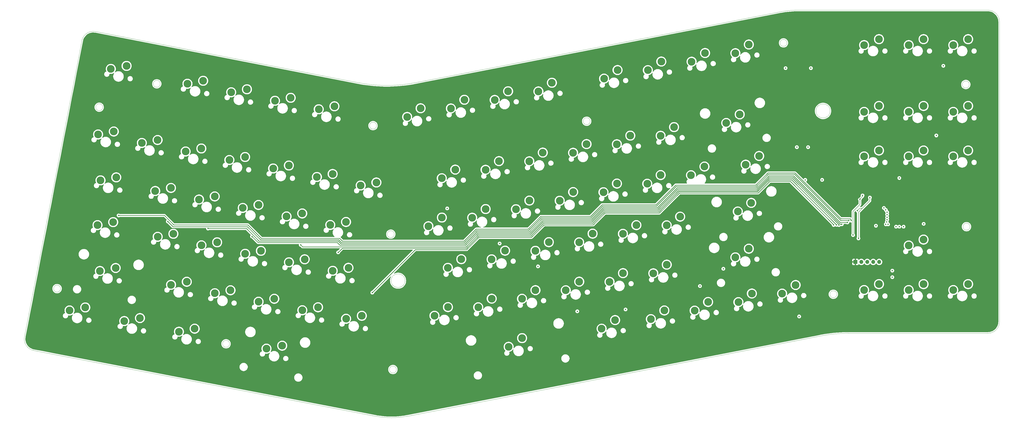
<source format=gbr>
%TF.GenerationSoftware,KiCad,Pcbnew,8.0.4*%
%TF.CreationDate,2024-08-17T15:03:33+09:00*%
%TF.ProjectId,ttaelgam,74746165-6c67-4616-9d2e-6b696361645f,rev?*%
%TF.SameCoordinates,Original*%
%TF.FileFunction,Copper,L1,Top*%
%TF.FilePolarity,Positive*%
%FSLAX46Y46*%
G04 Gerber Fmt 4.6, Leading zero omitted, Abs format (unit mm)*
G04 Created by KiCad (PCBNEW 8.0.4) date 2024-08-17 15:03:33*
%MOMM*%
%LPD*%
G01*
G04 APERTURE LIST*
%TA.AperFunction,ComponentPad*%
%ADD10C,3.300000*%
%TD*%
%TA.AperFunction,ComponentPad*%
%ADD11R,1.700000X1.700000*%
%TD*%
%TA.AperFunction,ComponentPad*%
%ADD12O,1.700000X1.700000*%
%TD*%
%TA.AperFunction,ViaPad*%
%ADD13C,0.600000*%
%TD*%
%TA.AperFunction,Conductor*%
%ADD14C,0.200000*%
%TD*%
%TA.AperFunction,Conductor*%
%ADD15C,0.300000*%
%TD*%
%TA.AperFunction,Conductor*%
%ADD16C,0.250000*%
%TD*%
%TA.AperFunction,Profile*%
%ADD17C,0.050000*%
%TD*%
G04 APERTURE END LIST*
D10*
%TO.P,MX52,1,1*%
%TO.N,COL1*%
X158488922Y-230633419D03*
%TO.P,MX52,2,2*%
%TO.N,Net-(D52-A)*%
X165206910Y-229351723D03*
%TD*%
%TO.P,MX2,1,1*%
%TO.N,COL1*%
X171211112Y-165183426D03*
%TO.P,MX2,2,2*%
%TO.N,Net-(D2-A)*%
X177929100Y-163901730D03*
%TD*%
%TO.P,MX55,1,1*%
%TO.N,COL4*%
X214588916Y-241538153D03*
%TO.P,MX55,2,2*%
%TO.N,Net-(D55-A)*%
X221306904Y-240256457D03*
%TD*%
%TO.P,MX18,1,1*%
%TO.N,COL1*%
X151733747Y-190507239D03*
%TO.P,MX18,2,2*%
%TO.N,Net-(D18-A)*%
X158451735Y-189225543D03*
%TD*%
%TO.P,MX24,1,1*%
%TO.N,COL5*%
X279896559Y-205592121D03*
%TO.P,MX24,2,2*%
%TO.N,Net-(D24-A)*%
X285645236Y-201887151D03*
%TD*%
%TO.P,MX69,1,1*%
%TO.N,COL17*%
X239004001Y-265690518D03*
%TO.P,MX69,2,2*%
%TO.N,Net-(D69-A)*%
X245721989Y-264408822D03*
%TD*%
%TO.P,MX66,1,1*%
%TO.N,COL2*%
X182904008Y-254785783D03*
%TO.P,MX66,2,2*%
%TO.N,Net-(D66-A)*%
X189621996Y-253504087D03*
%TD*%
%TO.P,MX84,1,1*%
%TO.N,COL7*%
X369236195Y-265852467D03*
%TO.P,MX84,2,2*%
%TO.N,Net-(D84-A)*%
X374984872Y-262147497D03*
%TD*%
%TO.P,MX58,1,1*%
%TO.N,COL6*%
X301191380Y-240265933D03*
%TO.P,MX58,2,2*%
%TO.N,Net-(D58-A)*%
X306940057Y-236560963D03*
%TD*%
%TO.P,MX64,1,1*%
%TO.N,COL0*%
X133816513Y-245244141D03*
%TO.P,MX64,2,2*%
%TO.N,Net-(D64-A)*%
X140534501Y-243962445D03*
%TD*%
%TO.P,MX78,1,1*%
%TO.N,COL0*%
X120831603Y-262126683D03*
%TO.P,MX78,2,2*%
%TO.N,Net-(D78-A)*%
X127549591Y-260844987D03*
%TD*%
%TO.P,MX73,1,1*%
%TO.N,COL8*%
X332876288Y-253513564D03*
%TO.P,MX73,2,2*%
%TO.N,Net-(D73-A)*%
X338624965Y-249808594D03*
%TD*%
%TO.P,MX61,1,1*%
%TO.N,COL9*%
X357291373Y-229361199D03*
%TO.P,MX61,2,2*%
%TO.N,Net-(D61-A)*%
X363040050Y-225656229D03*
%TD*%
%TO.P,MX63,1,1*%
%TO.N,COL12*%
X406378868Y-219819557D03*
%TO.P,MX63,2,2*%
%TO.N,Net-(D63-A)*%
X412127545Y-216114587D03*
%TD*%
%TO.P,MX89,1,1*%
%TO.N,COL14*%
X479407648Y-253416553D03*
%TO.P,MX89,2,2*%
%TO.N,Net-(D89-A)*%
X485757648Y-250876553D03*
%TD*%
%TO.P,MX22,1,1*%
%TO.N,COL16*%
X226533738Y-205046885D03*
%TO.P,MX22,2,2*%
%TO.N,Net-(D22-A)*%
X233251726Y-203765189D03*
%TD*%
%TO.P,MX44,1,1*%
%TO.N,COL9*%
X348981462Y-211569929D03*
%TO.P,MX44,2,2*%
%TO.N,Net-(D44-A)*%
X354730139Y-207864959D03*
%TD*%
%TO.P,MX67,1,1*%
%TO.N,COL3*%
X201604005Y-258420695D03*
%TO.P,MX67,2,2*%
%TO.N,Net-(D67-A)*%
X208321993Y-257138999D03*
%TD*%
%TO.P,MX74,1,1*%
%TO.N,COL9*%
X351576286Y-249878653D03*
%TO.P,MX74,2,2*%
%TO.N,Net-(D74-A)*%
X357324963Y-246173683D03*
%TD*%
%TO.P,MX36,1,1*%
%TO.N,COL2*%
X176148832Y-214659604D03*
%TO.P,MX36,2,2*%
%TO.N,Net-(D36-A)*%
X182866820Y-213377908D03*
%TD*%
%TO.P,MX39,1,1*%
%TO.N,COL16*%
X232248825Y-225564338D03*
%TO.P,MX39,2,2*%
%TO.N,Net-(D39-A)*%
X238966813Y-224282642D03*
%TD*%
%TO.P,MX88,1,1*%
%TO.N,COL13*%
X460357648Y-253416553D03*
%TO.P,MX88,2,2*%
%TO.N,Net-(D88-A)*%
X466707648Y-250876553D03*
%TD*%
%TO.P,MX19,1,1*%
%TO.N,COL2*%
X170433744Y-194142151D03*
%TO.P,MX19,2,2*%
%TO.N,Net-(D19-A)*%
X177151732Y-192860455D03*
%TD*%
%TO.P,MX3,1,1*%
%TO.N,COL2*%
X189911110Y-168818338D03*
%TO.P,MX3,2,2*%
%TO.N,Net-(D3-A)*%
X196629098Y-167536642D03*
%TD*%
%TO.P,MX71,1,1*%
%TO.N,COL6*%
X295476292Y-260783387D03*
%TO.P,MX71,2,2*%
%TO.N,Net-(D71-A)*%
X301224969Y-257078417D03*
%TD*%
%TO.P,MX27,1,1*%
%TO.N,COL8*%
X335996552Y-194687387D03*
%TO.P,MX27,2,2*%
%TO.N,Net-(D27-A)*%
X341745229Y-190982417D03*
%TD*%
%TO.P,MX5,1,1*%
%TO.N,COL4*%
X227311105Y-176088160D03*
%TO.P,MX5,2,2*%
%TO.N,Net-(D5-A)*%
X234029093Y-174806464D03*
%TD*%
%TO.P,MX76,1,1*%
%TO.N,COL12*%
X405338779Y-239428282D03*
%TO.P,MX76,2,2*%
%TO.N,Net-(D76-A)*%
X411087456Y-235723312D03*
%TD*%
%TO.P,MX9,1,1*%
%TO.N,COL8*%
X321194186Y-168454846D03*
%TO.P,MX9,2,2*%
%TO.N,Net-(D9-A)*%
X326942863Y-164749876D03*
%TD*%
%TO.P,MX13,1,1*%
%TO.N,COL12*%
X405344176Y-152097745D03*
%TO.P,MX13,2,2*%
%TO.N,Net-(D13-A)*%
X411092853Y-148392775D03*
%TD*%
%TO.P,MX21,1,1*%
%TO.N,COL4*%
X207833740Y-201411973D03*
%TO.P,MX21,2,2*%
%TO.N,Net-(D21-A)*%
X214551728Y-200130277D03*
%TD*%
%TO.P,MX33,1,1*%
%TO.N,COL15*%
X498457648Y-177216553D03*
%TO.P,MX33,2,2*%
%TO.N,Net-(D33-A)*%
X504807648Y-174676553D03*
%TD*%
%TO.P,MX26,1,1*%
%TO.N,COL7*%
X317296554Y-198322298D03*
%TO.P,MX26,2,2*%
%TO.N,Net-(D26-A)*%
X323045231Y-194617328D03*
%TD*%
%TO.P,MX12,1,1*%
%TO.N,COL11*%
X386644179Y-155732656D03*
%TO.P,MX12,2,2*%
%TO.N,Net-(D12-A)*%
X392392856Y-152027686D03*
%TD*%
%TO.P,MX16,1,1*%
%TO.N,COL15*%
X498457648Y-148641553D03*
%TO.P,MX16,2,2*%
%TO.N,Net-(D16-A)*%
X504807648Y-146101553D03*
%TD*%
%TO.P,MX34,1,1*%
%TO.N,COL0*%
X134073837Y-206481054D03*
%TO.P,MX34,2,2*%
%TO.N,Net-(D34-A)*%
X140791825Y-205199358D03*
%TD*%
%TO.P,MX40,1,1*%
%TO.N,COL5*%
X274181471Y-226109575D03*
%TO.P,MX40,2,2*%
%TO.N,Net-(D40-A)*%
X279930148Y-222404605D03*
%TD*%
%TO.P,MX82,1,1*%
%TO.N,COL5*%
X308461202Y-277665929D03*
%TO.P,MX82,2,2*%
%TO.N,Net-(D82-A)*%
X314209879Y-273960959D03*
%TD*%
%TO.P,MX43,1,1*%
%TO.N,COL8*%
X330281465Y-215204840D03*
%TO.P,MX43,2,2*%
%TO.N,Net-(D43-A)*%
X336030142Y-211499870D03*
%TD*%
%TO.P,MX30,1,1*%
%TO.N,COL12*%
X401446545Y-181965197D03*
%TO.P,MX30,2,2*%
%TO.N,Net-(D30-A)*%
X407195222Y-178260227D03*
%TD*%
%TO.P,MX7,1,1*%
%TO.N,COL6*%
X283794190Y-175724669D03*
%TO.P,MX7,2,2*%
%TO.N,Net-(D7-A)*%
X289542867Y-172019699D03*
%TD*%
%TO.P,MX68,1,1*%
%TO.N,COL4*%
X220304003Y-262055606D03*
%TO.P,MX68,2,2*%
%TO.N,Net-(D68-A)*%
X227021991Y-260773910D03*
%TD*%
%TO.P,MX17,1,1*%
%TO.N,COL0*%
X133033749Y-186872328D03*
%TO.P,MX17,2,2*%
%TO.N,Net-(D17-A)*%
X139751737Y-185590632D03*
%TD*%
%TO.P,MX35,1,1*%
%TO.N,COL1*%
X157448834Y-211024693D03*
%TO.P,MX35,2,2*%
%TO.N,Net-(D35-A)*%
X164166822Y-209742997D03*
%TD*%
%TO.P,MX4,1,1*%
%TO.N,COL3*%
X208611108Y-172453249D03*
%TO.P,MX4,2,2*%
%TO.N,Net-(D4-A)*%
X215329096Y-171171553D03*
%TD*%
%TO.P,MX8,1,1*%
%TO.N,COL7*%
X302494188Y-172089757D03*
%TO.P,MX8,2,2*%
%TO.N,Net-(D8-A)*%
X308242865Y-168384787D03*
%TD*%
%TO.P,MX1,1,1*%
%TO.N,COL0*%
X138486116Y-158822331D03*
%TO.P,MX1,2,2*%
%TO.N,Net-(D1-A)*%
X145204104Y-157540635D03*
%TD*%
%TO.P,MX49,1,1*%
%TO.N,COL14*%
X479407648Y-196266553D03*
%TO.P,MX49,2,2*%
%TO.N,Net-(D49-A)*%
X485757648Y-193726553D03*
%TD*%
D11*
%TO.P,J3,1,Pin_1*%
%TO.N,GND*%
X456634740Y-241390260D03*
D12*
%TO.P,J3,2,Pin_2*%
%TO.N,+3V3*%
X459174740Y-241390260D03*
%TO.P,J3,3,Pin_3*%
%TO.N,RESET*%
X461714739Y-241390260D03*
%TO.P,J3,4,Pin_4*%
%TO.N,SWD*%
X464254740Y-241390260D03*
%TO.P,J3,5,Pin_5*%
%TO.N,SWC*%
X466794740Y-241390260D03*
%TD*%
D10*
%TO.P,MX83,1,1*%
%TO.N,COL6*%
X348198698Y-269941742D03*
%TO.P,MX83,2,2*%
%TO.N,Net-(D83-A)*%
X353947375Y-266236772D03*
%TD*%
%TO.P,MX48,1,1*%
%TO.N,COL13*%
X460357648Y-196266553D03*
%TO.P,MX48,2,2*%
%TO.N,Net-(D48-A)*%
X466707648Y-193726553D03*
%TD*%
%TO.P,MX62,1,1*%
%TO.N,COL10*%
X375991371Y-225726288D03*
%TO.P,MX62,2,2*%
%TO.N,Net-(D62-A)*%
X381740048Y-222021318D03*
%TD*%
%TO.P,MX75,1,1*%
%TO.N,COL10*%
X370276283Y-246243741D03*
%TO.P,MX75,2,2*%
%TO.N,Net-(D75-A)*%
X376024960Y-242538771D03*
%TD*%
%TO.P,MX25,1,1*%
%TO.N,COL6*%
X298596556Y-201957210D03*
%TO.P,MX25,2,2*%
%TO.N,Net-(D25-A)*%
X304345233Y-198252240D03*
%TD*%
%TO.P,MX32,1,1*%
%TO.N,COL14*%
X479407648Y-177216553D03*
%TO.P,MX32,2,2*%
%TO.N,Net-(D32-A)*%
X485757648Y-174676553D03*
%TD*%
%TO.P,MX15,1,1*%
%TO.N,COL14*%
X479407648Y-148641553D03*
%TO.P,MX15,2,2*%
%TO.N,Net-(D15-A)*%
X485757648Y-146101553D03*
%TD*%
%TO.P,MX41,1,1*%
%TO.N,COL6*%
X292881469Y-222474663D03*
%TO.P,MX41,2,2*%
%TO.N,Net-(D41-A)*%
X298630146Y-218769693D03*
%TD*%
%TO.P,MX86,1,1*%
%TO.N,COL11*%
X406636191Y-258582644D03*
%TO.P,MX86,2,2*%
%TO.N,Net-(D86-A)*%
X412384868Y-254877674D03*
%TD*%
%TO.P,MX60,1,1*%
%TO.N,COL8*%
X338591375Y-232996110D03*
%TO.P,MX60,2,2*%
%TO.N,Net-(D60-A)*%
X344340052Y-229291140D03*
%TD*%
%TO.P,MX10,1,1*%
%TO.N,COL9*%
X349244183Y-163002479D03*
%TO.P,MX10,2,2*%
%TO.N,Net-(D10-A)*%
X354992860Y-159297509D03*
%TD*%
%TO.P,MX81,1,1*%
%TO.N,COL3*%
X204981593Y-278483784D03*
%TO.P,MX81,2,2*%
%TO.N,Net-(D81-A)*%
X211699581Y-277202088D03*
%TD*%
%TO.P,MX65,1,1*%
%TO.N,COL1*%
X164204010Y-251150872D03*
%TO.P,MX65,2,2*%
%TO.N,Net-(D65-A)*%
X170921998Y-249869176D03*
%TD*%
%TO.P,MX14,1,1*%
%TO.N,COL13*%
X460357648Y-148641553D03*
%TO.P,MX14,2,2*%
%TO.N,Net-(D14-A)*%
X466707648Y-146101553D03*
%TD*%
%TO.P,MX38,1,1*%
%TO.N,COL4*%
X213548828Y-221929427D03*
%TO.P,MX38,2,2*%
%TO.N,Net-(D38-A)*%
X220266816Y-220647731D03*
%TD*%
%TO.P,MX46,1,1*%
%TO.N,COL11*%
X386381458Y-204300106D03*
%TO.P,MX46,2,2*%
%TO.N,Net-(D46-A)*%
X392130135Y-200595136D03*
%TD*%
%TO.P,MX53,1,1*%
%TO.N,COL2*%
X177188920Y-234268330D03*
%TO.P,MX53,2,2*%
%TO.N,Net-(D53-A)*%
X183906908Y-232986634D03*
%TD*%
%TO.P,MX29,1,1*%
%TO.N,COL10*%
X373396548Y-187417564D03*
%TO.P,MX29,2,2*%
%TO.N,Net-(D29-A)*%
X379145225Y-183712594D03*
%TD*%
%TO.P,MX23,1,1*%
%TO.N,COL17*%
X245233736Y-208681796D03*
%TO.P,MX23,2,2*%
%TO.N,Net-(D23-A)*%
X251951724Y-207400100D03*
%TD*%
%TO.P,MX31,1,1*%
%TO.N,COL13*%
X460357648Y-177216553D03*
%TO.P,MX31,2,2*%
%TO.N,Net-(D31-A)*%
X466707648Y-174676553D03*
%TD*%
%TO.P,MX37,1,1*%
%TO.N,COL3*%
X194848830Y-218294516D03*
%TO.P,MX37,2,2*%
%TO.N,Net-(D37-A)*%
X201566818Y-217012820D03*
%TD*%
%TO.P,MX42,1,1*%
%TO.N,COL7*%
X311581467Y-218839752D03*
%TO.P,MX42,2,2*%
%TO.N,Net-(D42-A)*%
X317330144Y-215134782D03*
%TD*%
%TO.P,MX90,1,1*%
%TO.N,COL15*%
X498457648Y-253416553D03*
%TO.P,MX90,2,2*%
%TO.N,Net-(D90-A)*%
X504807648Y-250876553D03*
%TD*%
%TO.P,MX45,1,1*%
%TO.N,COL10*%
X367681460Y-207935018D03*
%TO.P,MX45,2,2*%
%TO.N,Net-(D45-A)*%
X373430137Y-204230048D03*
%TD*%
%TO.P,MX20,1,1*%
%TO.N,COL3*%
X189133742Y-197777062D03*
%TO.P,MX20,2,2*%
%TO.N,Net-(D20-A)*%
X195851730Y-196495366D03*
%TD*%
%TO.P,MX85,1,1*%
%TO.N,COL10*%
X387936193Y-262217556D03*
%TO.P,MX85,2,2*%
%TO.N,Net-(D85-A)*%
X393684870Y-258512586D03*
%TD*%
%TO.P,MX50,1,1*%
%TO.N,COL15*%
X498457648Y-196266553D03*
%TO.P,MX50,2,2*%
%TO.N,Net-(D50-A)*%
X504807648Y-193726553D03*
%TD*%
%TO.P,MX54,1,1*%
%TO.N,COL3*%
X195888918Y-237903241D03*
%TO.P,MX54,2,2*%
%TO.N,Net-(D54-A)*%
X202606906Y-236621545D03*
%TD*%
%TO.P,MX11,1,1*%
%TO.N,COL10*%
X367944181Y-159367567D03*
%TO.P,MX11,2,2*%
%TO.N,Net-(D11-A)*%
X373692858Y-155662597D03*
%TD*%
%TO.P,MX80,1,1*%
%TO.N,COL2*%
X167581598Y-271213962D03*
%TO.P,MX80,2,2*%
%TO.N,Net-(D80-A)*%
X174299586Y-269932266D03*
%TD*%
%TO.P,MX28,1,1*%
%TO.N,COL9*%
X354696550Y-191052476D03*
%TO.P,MX28,2,2*%
%TO.N,Net-(D28-A)*%
X360445227Y-187347506D03*
%TD*%
%TO.P,MX57,1,1*%
%TO.N,COL5*%
X282491382Y-243900845D03*
%TO.P,MX57,2,2*%
%TO.N,Net-(D57-A)*%
X288240059Y-240195875D03*
%TD*%
%TO.P,MX59,1,1*%
%TO.N,COL7*%
X319891378Y-236631022D03*
%TO.P,MX59,2,2*%
%TO.N,Net-(D59-A)*%
X325640055Y-232926052D03*
%TD*%
%TO.P,MX47,1,1*%
%TO.N,COL12*%
X409756455Y-199756467D03*
%TO.P,MX47,2,2*%
%TO.N,Net-(D47-A)*%
X415505132Y-196051497D03*
%TD*%
%TO.P,MX6,1,1*%
%TO.N,COL5*%
X265094193Y-179359580D03*
%TO.P,MX6,2,2*%
%TO.N,Net-(D6-A)*%
X270842870Y-175654610D03*
%TD*%
%TO.P,MX79,1,1*%
%TO.N,COL1*%
X144206600Y-266670323D03*
%TO.P,MX79,2,2*%
%TO.N,Net-(D79-A)*%
X150924588Y-265388627D03*
%TD*%
%TO.P,MX56,1,1*%
%TO.N,COL16*%
X233288914Y-245173064D03*
%TO.P,MX56,2,2*%
%TO.N,Net-(D56-A)*%
X240006902Y-243891368D03*
%TD*%
%TO.P,MX70,1,1*%
%TO.N,COL5*%
X276776294Y-264418298D03*
%TO.P,MX70,2,2*%
%TO.N,Net-(D70-A)*%
X282524971Y-260713328D03*
%TD*%
%TO.P,MX77,1,1*%
%TO.N,COL14*%
X479407648Y-234366553D03*
%TO.P,MX77,2,2*%
%TO.N,Net-(D77-A)*%
X485757648Y-231826553D03*
%TD*%
%TO.P,MX72,1,1*%
%TO.N,COL7*%
X314176290Y-257148475D03*
%TO.P,MX72,2,2*%
%TO.N,Net-(D72-A)*%
X319924967Y-253443505D03*
%TD*%
%TO.P,MX51,1,1*%
%TO.N,COL0*%
X132776425Y-225635415D03*
%TO.P,MX51,2,2*%
%TO.N,Net-(D51-A)*%
X139494413Y-224353719D03*
%TD*%
%TO.P,MX87,1,1*%
%TO.N,COL12*%
X425336189Y-254947733D03*
%TO.P,MX87,2,2*%
%TO.N,Net-(D87-A)*%
X431084866Y-251242763D03*
%TD*%
D13*
%TO.N,GND*%
X487282183Y-212382268D03*
X448009740Y-217296311D03*
X468658261Y-225446311D03*
X468184740Y-232490260D03*
X453609740Y-219496311D03*
X449395526Y-218682097D03*
X459019480Y-225486571D03*
X437109740Y-155396311D03*
X461419480Y-225486571D03*
X460219460Y-224286581D03*
X432628506Y-159939774D03*
X459992629Y-233595167D03*
X461419480Y-223086571D03*
X458484740Y-213615260D03*
X456834740Y-216565260D03*
X463159740Y-230319244D03*
X470209740Y-215896311D03*
X465009740Y-217896311D03*
X453909740Y-234015260D03*
X459019480Y-223086571D03*
%TO.N,+3V3*%
X459682648Y-212940260D03*
X455619480Y-229886571D03*
X458534740Y-214515260D03*
%TO.N,+1V1*%
X462809740Y-213840260D03*
X457509740Y-219465260D03*
X457934740Y-231315260D03*
%TO.N,ROW0*%
X494209740Y-157496311D03*
X477209740Y-226296311D03*
X437609740Y-158496311D03*
X426809740Y-158496311D03*
%TO.N,ROW1*%
X431609740Y-192296311D03*
X491209740Y-187296311D03*
X436409740Y-192296311D03*
X475409740Y-226296311D03*
%TO.N,ROW2*%
X474009740Y-226296311D03*
X475409740Y-205496311D03*
X442409740Y-206296311D03*
X435209740Y-206296311D03*
%TO.N,ROW5*%
X472409740Y-247896311D03*
X472409740Y-245096311D03*
%TO.N,COL0*%
X454809740Y-223696311D03*
X141809740Y-221496311D03*
%TO.N,COL1*%
X453809740Y-223696311D03*
X162809740Y-224096311D03*
%TO.N,COL2*%
X453209740Y-224496311D03*
X180009740Y-227096311D03*
%TO.N,COL3*%
X450809740Y-225296311D03*
X198809740Y-230496311D03*
%TO.N,COL4*%
X219609740Y-234096311D03*
X449573864Y-225615030D03*
%TO.N,COL5*%
X468809740Y-218296311D03*
X282209740Y-218496311D03*
%TO.N,COL6*%
X469609740Y-219096311D03*
X304609740Y-233496311D03*
%TO.N,COL7*%
X470209740Y-220096311D03*
X321009740Y-243296311D03*
%TO.N,COL8*%
X470209740Y-221096311D03*
X337809740Y-262496311D03*
%TO.N,COL9*%
X470209740Y-222296311D03*
X358409740Y-261696311D03*
%TO.N,COL10*%
X470209740Y-223296311D03*
X390209740Y-251696311D03*
%TO.N,COL11*%
X400209740Y-244296311D03*
X470009740Y-224296311D03*
%TO.N,COL12*%
X432609740Y-264696311D03*
X465409740Y-225896311D03*
%TO.N,COL13*%
X469609740Y-225296311D03*
%TO.N,COL14*%
X470609740Y-225296311D03*
%TO.N,COL15*%
X485809740Y-225096311D03*
%TO.N,COL16*%
X235609740Y-237296311D03*
X448609740Y-225496311D03*
%TO.N,COL17*%
X250209740Y-254496311D03*
X447332442Y-225573609D03*
%TD*%
D14*
%TO.N,GND*%
X437109740Y-155396311D02*
X437109740Y-155458540D01*
X463130756Y-230319244D02*
X459992629Y-233457371D01*
X458484740Y-213615260D02*
X456834740Y-215265260D01*
X456834740Y-216565260D02*
X456881042Y-216518958D01*
X459572536Y-234015260D02*
X459992629Y-233595167D01*
X453909740Y-234015260D02*
X459572536Y-234015260D01*
X468184740Y-232490260D02*
X466013724Y-230319244D01*
D15*
X432628506Y-159877545D02*
X437109740Y-155396311D01*
D14*
X456834740Y-215265260D02*
X456834740Y-216565260D01*
D15*
X432628506Y-159939774D02*
X432628506Y-159877545D01*
D14*
X463159740Y-230319244D02*
X463130756Y-230319244D01*
X459992629Y-233457371D02*
X459992629Y-233595167D01*
X466013724Y-230319244D02*
X463159740Y-230319244D01*
X453884740Y-234040260D02*
X453909740Y-234015260D01*
%TO.N,+3V3*%
X458534740Y-214515260D02*
X458534740Y-216840260D01*
X458534740Y-216840260D02*
X455619480Y-219755520D01*
X455619480Y-219755520D02*
X455619480Y-229886571D01*
X459682648Y-213367352D02*
X459682648Y-212940260D01*
X458534740Y-214515260D02*
X459682648Y-213367352D01*
%TO.N,+1V1*%
X457934740Y-231315260D02*
X457934740Y-220090260D01*
X458509740Y-218465260D02*
X459559740Y-218465260D01*
X462809740Y-215215260D02*
X462809740Y-213840260D01*
X459559740Y-218465260D02*
X462809740Y-215215260D01*
X457934740Y-220090260D02*
X459559740Y-218465260D01*
X457509740Y-219465260D02*
X458509740Y-218465260D01*
D16*
%TO.N,COL0*%
X454409740Y-222896311D02*
X454809740Y-223296311D01*
X419209740Y-203296311D02*
X430809740Y-203296311D01*
X343409740Y-221896311D02*
X348409740Y-216896311D01*
X414009740Y-208496311D02*
X419209740Y-203296311D01*
X161409740Y-221496311D02*
X165409740Y-225496311D01*
X316809740Y-227296311D02*
X322209740Y-221896311D01*
X450409740Y-222896311D02*
X454409740Y-222896311D01*
X236209740Y-231296311D02*
X237409740Y-232496311D01*
X371409740Y-216896311D02*
X379809740Y-208496311D01*
X165409740Y-225496311D02*
X197009740Y-225496311D01*
X348409740Y-216896311D02*
X371409740Y-216896311D01*
X379809740Y-208496311D02*
X414009740Y-208496311D01*
X237409740Y-232496311D02*
X289409740Y-232496311D01*
X289409740Y-232496311D02*
X294609740Y-227296311D01*
X454809740Y-223296311D02*
X454809740Y-223696311D01*
X141809740Y-221496311D02*
X161409740Y-221496311D01*
X322209740Y-221896311D02*
X343409740Y-221896311D01*
X202809740Y-231296311D02*
X236209740Y-231296311D01*
X294609740Y-227296311D02*
X316809740Y-227296311D01*
X197009740Y-225496311D02*
X202809740Y-231296311D01*
X432209740Y-204696311D02*
X450409740Y-222896311D01*
X430809740Y-203296311D02*
X432209740Y-204696311D01*
%TO.N,COL1*%
X237009740Y-233096311D02*
X289609740Y-233096311D01*
X235809740Y-231896311D02*
X237009740Y-233096311D01*
X165009740Y-226296311D02*
X196809740Y-226296311D01*
X294809740Y-227896311D02*
X317009740Y-227896311D01*
X322409740Y-222496311D02*
X343609740Y-222496311D01*
X196809740Y-226296311D02*
X202409740Y-231896311D01*
X371609740Y-217496311D02*
X380009740Y-209096311D01*
X202409740Y-231896311D02*
X235809740Y-231896311D01*
X289609740Y-233096311D02*
X294809740Y-227896311D01*
X348609740Y-217496311D02*
X371609740Y-217496311D01*
X343609740Y-222496311D02*
X348609740Y-217496311D01*
X450409740Y-223696311D02*
X453809740Y-223696311D01*
X162809740Y-224096311D02*
X165009740Y-226296311D01*
X317009740Y-227896311D02*
X322409740Y-222496311D01*
X380009740Y-209096311D02*
X414209740Y-209096311D01*
X414209740Y-209096311D02*
X419409740Y-203896311D01*
X430609740Y-203896311D02*
X450409740Y-223696311D01*
X419409740Y-203896311D02*
X430609740Y-203896311D01*
%TO.N,COL2*%
X372009740Y-218096311D02*
X380409740Y-209696311D01*
X201809740Y-232496311D02*
X235609740Y-232496311D01*
X430209740Y-204496311D02*
X450209740Y-224496311D01*
X196409740Y-227096311D02*
X201809740Y-232496311D01*
X180009740Y-227096311D02*
X196409740Y-227096311D01*
X380409740Y-209696311D02*
X414409740Y-209696311D01*
X317309740Y-228496311D02*
X322709740Y-223096311D01*
X343809740Y-223096311D02*
X348809740Y-218096311D01*
X235609740Y-232496311D02*
X236809740Y-233696311D01*
X295009740Y-228496311D02*
X317309740Y-228496311D01*
X419609740Y-204496311D02*
X430209740Y-204496311D01*
X450209740Y-224496311D02*
X453209740Y-224496311D01*
X348809740Y-218096311D02*
X372009740Y-218096311D01*
X414409740Y-209696311D02*
X419609740Y-204496311D01*
X322709740Y-223096311D02*
X343809740Y-223096311D01*
X236809740Y-233696311D02*
X289809740Y-233696311D01*
X289809740Y-233696311D02*
X295009740Y-228496311D01*
%TO.N,COL3*%
X235209740Y-233096311D02*
X236409740Y-234296311D01*
X323009740Y-223696311D02*
X344009740Y-223696311D01*
X201409740Y-233096311D02*
X235209740Y-233096311D01*
X317609740Y-229096311D02*
X323009740Y-223696311D01*
X344009740Y-223696311D02*
X349009740Y-218696311D01*
X295209740Y-229096311D02*
X317609740Y-229096311D01*
X290009740Y-234296311D02*
X295209740Y-229096311D01*
X372209740Y-218696311D02*
X380609740Y-210296311D01*
X236409740Y-234296311D02*
X290009740Y-234296311D01*
X198809740Y-230496311D02*
X201409740Y-233096311D01*
X380609740Y-210296311D02*
X414509740Y-210296311D01*
X349009740Y-218696311D02*
X372209740Y-218696311D01*
X414509740Y-210296311D02*
X419709740Y-205096311D01*
X450209740Y-225296311D02*
X450809740Y-225296311D01*
X430009740Y-205096311D02*
X450209740Y-225296311D01*
X419709740Y-205096311D02*
X430009740Y-205096311D01*
%TO.N,COL4*%
X429796770Y-205696311D02*
X449573864Y-225473405D01*
X372409740Y-219296311D02*
X380809740Y-210896311D01*
X220409740Y-234896311D02*
X290209740Y-234896311D01*
X290209740Y-234896311D02*
X295409740Y-229696311D01*
X449573864Y-225473405D02*
X449573864Y-225615030D01*
X349209740Y-219296311D02*
X372409740Y-219296311D01*
X317809740Y-229696311D02*
X323209740Y-224296311D01*
X323209740Y-224296311D02*
X344209740Y-224296311D01*
X419809740Y-205696311D02*
X429796770Y-205696311D01*
X414609740Y-210896311D02*
X419809740Y-205696311D01*
X295409740Y-229696311D02*
X317809740Y-229696311D01*
X380809740Y-210896311D02*
X414609740Y-210896311D01*
X344209740Y-224296311D02*
X349209740Y-219296311D01*
X219609740Y-234096311D02*
X220409740Y-234896311D01*
%TO.N,COL16*%
X290409740Y-235496311D02*
X295609740Y-230296311D01*
X237409740Y-235496311D02*
X290409740Y-235496311D01*
X235609740Y-237296311D02*
X237409740Y-235496311D01*
X372609740Y-219896311D02*
X381159740Y-211346311D01*
X429409740Y-206296311D02*
X448609740Y-225496311D01*
X381159740Y-211346311D02*
X414796136Y-211346311D01*
X318009740Y-230296311D02*
X323409740Y-224896311D01*
X323409740Y-224896311D02*
X344409740Y-224896311D01*
X414796136Y-211346311D02*
X419846136Y-206296311D01*
X344409740Y-224896311D02*
X349409740Y-219896311D01*
X295609740Y-230296311D02*
X318009740Y-230296311D01*
X349409740Y-219896311D02*
X372609740Y-219896311D01*
X419846136Y-206296311D02*
X429409740Y-206296311D01*
%TO.N,COL17*%
X372809740Y-220496311D02*
X381409740Y-211896311D01*
X349609740Y-220496311D02*
X372809740Y-220496311D01*
X381409740Y-211896311D02*
X415009740Y-211896311D01*
X323609740Y-225496311D02*
X344609740Y-225496311D01*
X250209740Y-254496311D02*
X268609740Y-236096311D01*
X295709740Y-230896311D02*
X318209740Y-230896311D01*
X344609740Y-225496311D02*
X349609740Y-220496311D01*
X428809740Y-206896311D02*
X447332442Y-225419013D01*
X447332442Y-225419013D02*
X447332442Y-225573609D01*
X415009740Y-211896311D02*
X420009740Y-206896311D01*
X268609740Y-236096311D02*
X290509740Y-236096311D01*
X290509740Y-236096311D02*
X295709740Y-230896311D01*
X318209740Y-230896311D02*
X323609740Y-225496311D01*
X420009740Y-206896311D02*
X428809740Y-206896311D01*
%TD*%
%TA.AperFunction,Conductor*%
%TO.N,GND*%
G36*
X513212438Y-134196929D02*
G01*
X513596504Y-134213700D01*
X513607240Y-134214640D01*
X513985710Y-134264469D01*
X513996336Y-134266343D01*
X514369008Y-134348966D01*
X514379424Y-134351756D01*
X514743490Y-134466548D01*
X514753632Y-134470240D01*
X515106292Y-134616319D01*
X515116091Y-134620889D01*
X515454667Y-134797143D01*
X515464036Y-134802552D01*
X515785959Y-135007642D01*
X515794820Y-135013847D01*
X516097633Y-135246207D01*
X516105920Y-135253160D01*
X516387343Y-135511039D01*
X516394992Y-135518688D01*
X516652867Y-135800112D01*
X516659820Y-135808399D01*
X516892178Y-136111216D01*
X516898383Y-136120077D01*
X517103472Y-136442006D01*
X517108880Y-136451374D01*
X517285131Y-136789951D01*
X517289703Y-136799756D01*
X517435769Y-137152394D01*
X517439469Y-137162559D01*
X517554247Y-137526594D01*
X517557047Y-137537043D01*
X517639663Y-137909703D01*
X517641541Y-137920356D01*
X517691360Y-138298784D01*
X517692303Y-138309560D01*
X517709122Y-138694784D01*
X517709240Y-138700193D01*
X517709240Y-266893603D01*
X517709122Y-266899012D01*
X517692353Y-267283061D01*
X517691410Y-267293837D01*
X517641588Y-267672267D01*
X517639710Y-267682921D01*
X517557091Y-268055588D01*
X517554291Y-268066036D01*
X517439513Y-268430067D01*
X517435813Y-268440233D01*
X517289739Y-268792886D01*
X517285167Y-268802690D01*
X517108921Y-269141257D01*
X517103513Y-269150625D01*
X516898418Y-269472561D01*
X516892213Y-269481422D01*
X516659852Y-269784241D01*
X516652899Y-269792528D01*
X516395021Y-270073954D01*
X516387372Y-270081603D01*
X516105954Y-270339478D01*
X516097667Y-270346432D01*
X515794835Y-270578804D01*
X515785974Y-270585008D01*
X515464052Y-270790098D01*
X515454683Y-270795507D01*
X515116117Y-270971754D01*
X515106314Y-270976326D01*
X514753658Y-271122404D01*
X514743492Y-271126104D01*
X514379458Y-271240886D01*
X514369009Y-271243686D01*
X513996347Y-271326306D01*
X513985694Y-271328184D01*
X513607263Y-271378008D01*
X513596487Y-271378951D01*
X513213102Y-271395693D01*
X513207692Y-271395811D01*
X453606232Y-271395811D01*
X453606200Y-271395812D01*
X453001992Y-271395804D01*
X453001991Y-271395804D01*
X453001981Y-271395804D01*
X452405711Y-271408533D01*
X451646808Y-271424734D01*
X450292598Y-271482580D01*
X448939878Y-271569320D01*
X447589366Y-271684907D01*
X446241614Y-271829294D01*
X444897250Y-272002415D01*
X443556927Y-272204181D01*
X442221128Y-272434524D01*
X441555868Y-272563929D01*
X441555865Y-272563929D01*
X441487293Y-272577265D01*
X441487228Y-272577279D01*
X265343132Y-306837863D01*
X265341339Y-306838198D01*
X264287623Y-307027114D01*
X264284025Y-307027705D01*
X263226029Y-307185436D01*
X263222415Y-307185920D01*
X262160289Y-307312468D01*
X262156663Y-307312846D01*
X261091280Y-307408109D01*
X261087643Y-307408381D01*
X260019868Y-307472281D01*
X260016226Y-307472445D01*
X258947067Y-307504921D01*
X258943421Y-307504978D01*
X257873774Y-307506004D01*
X257870128Y-307505954D01*
X256800910Y-307475529D01*
X256797267Y-307475372D01*
X255729369Y-307413520D01*
X255725732Y-307413255D01*
X254660172Y-307320035D01*
X254656545Y-307319664D01*
X253594145Y-307195149D01*
X253590530Y-307194671D01*
X252532300Y-307038980D01*
X252528701Y-307038397D01*
X251474520Y-306851484D01*
X251472728Y-306851152D01*
X251427367Y-306842420D01*
X251427366Y-306842420D01*
X251408951Y-306838875D01*
X251403155Y-306837759D01*
X251403155Y-306837758D01*
X251403149Y-306837758D01*
X167660967Y-290716268D01*
X216817136Y-290716268D01*
X216817136Y-290948897D01*
X216836553Y-291096374D01*
X216847499Y-291179513D01*
X216869294Y-291260854D01*
X216907704Y-291404203D01*
X216996719Y-291619104D01*
X216996724Y-291619115D01*
X217113023Y-291820549D01*
X217113034Y-291820565D01*
X217254632Y-292005100D01*
X217254638Y-292005107D01*
X217419111Y-292169580D01*
X217419117Y-292169585D01*
X217603662Y-292311191D01*
X217603669Y-292311195D01*
X217805103Y-292427494D01*
X217805108Y-292427496D01*
X217805111Y-292427498D01*
X217912564Y-292472006D01*
X218020015Y-292516514D01*
X218020016Y-292516514D01*
X218020018Y-292516515D01*
X218244706Y-292576720D01*
X218475329Y-292607083D01*
X218475336Y-292607083D01*
X218707936Y-292607083D01*
X218707943Y-292607083D01*
X218938566Y-292576720D01*
X219163254Y-292516515D01*
X219378161Y-292427498D01*
X219579610Y-292311191D01*
X219764155Y-292169585D01*
X219928638Y-292005102D01*
X220070244Y-291820557D01*
X220186551Y-291619108D01*
X220275568Y-291404201D01*
X220335773Y-291179513D01*
X220366136Y-290948890D01*
X220366136Y-290716276D01*
X220365359Y-290710378D01*
X220364770Y-290705903D01*
X220335773Y-290485653D01*
X220275568Y-290260965D01*
X220186551Y-290046058D01*
X220186549Y-290046055D01*
X220186547Y-290046050D01*
X220070248Y-289844616D01*
X220070244Y-289844609D01*
X220041802Y-289807542D01*
X293544159Y-289807542D01*
X293544159Y-290040171D01*
X293567774Y-290219537D01*
X293574522Y-290270787D01*
X293604624Y-290383131D01*
X293634727Y-290495477D01*
X293723742Y-290710378D01*
X293723747Y-290710389D01*
X293840046Y-290911823D01*
X293840057Y-290911839D01*
X293981655Y-291096374D01*
X293981661Y-291096381D01*
X294146134Y-291260854D01*
X294146140Y-291260859D01*
X294330685Y-291402465D01*
X294330692Y-291402469D01*
X294532126Y-291518768D01*
X294532131Y-291518770D01*
X294532134Y-291518772D01*
X294639587Y-291563280D01*
X294747038Y-291607788D01*
X294747039Y-291607788D01*
X294747041Y-291607789D01*
X294971729Y-291667994D01*
X295202352Y-291698357D01*
X295202359Y-291698357D01*
X295434959Y-291698357D01*
X295434966Y-291698357D01*
X295665589Y-291667994D01*
X295890277Y-291607789D01*
X296105184Y-291518772D01*
X296306633Y-291402465D01*
X296491178Y-291260859D01*
X296655661Y-291096376D01*
X296797267Y-290911831D01*
X296913574Y-290710382D01*
X297002591Y-290495475D01*
X297062796Y-290270787D01*
X297093159Y-290040164D01*
X297093159Y-289807550D01*
X297062796Y-289576927D01*
X297002591Y-289352239D01*
X296913574Y-289137332D01*
X296913572Y-289137329D01*
X296913570Y-289137324D01*
X296797271Y-288935890D01*
X296797267Y-288935883D01*
X296655661Y-288751338D01*
X296655656Y-288751332D01*
X296491183Y-288586859D01*
X296491176Y-288586853D01*
X296306641Y-288445255D01*
X296306639Y-288445253D01*
X296306633Y-288445249D01*
X296306628Y-288445246D01*
X296306625Y-288445244D01*
X296105191Y-288328945D01*
X296105180Y-288328940D01*
X295890279Y-288239925D01*
X295777933Y-288209822D01*
X295665589Y-288179720D01*
X295614339Y-288172972D01*
X295434973Y-288149357D01*
X295434966Y-288149357D01*
X295202352Y-288149357D01*
X295202344Y-288149357D01*
X294997353Y-288176346D01*
X294971729Y-288179720D01*
X294915557Y-288194771D01*
X294747038Y-288239925D01*
X294532137Y-288328940D01*
X294532126Y-288328945D01*
X294330692Y-288445244D01*
X294330676Y-288445255D01*
X294146141Y-288586853D01*
X294146134Y-288586859D01*
X293981661Y-288751332D01*
X293981655Y-288751339D01*
X293840057Y-288935874D01*
X293840046Y-288935890D01*
X293723747Y-289137324D01*
X293723742Y-289137335D01*
X293634727Y-289352236D01*
X293574522Y-289576928D01*
X293544159Y-289807542D01*
X220041802Y-289807542D01*
X219928638Y-289660064D01*
X219928633Y-289660058D01*
X219764160Y-289495585D01*
X219764153Y-289495579D01*
X219579618Y-289353981D01*
X219579616Y-289353979D01*
X219579610Y-289353975D01*
X219579605Y-289353972D01*
X219579602Y-289353970D01*
X219378168Y-289237671D01*
X219378157Y-289237666D01*
X219163256Y-289148651D01*
X219050910Y-289118548D01*
X218938566Y-289088446D01*
X218887316Y-289081698D01*
X218707950Y-289058083D01*
X218707943Y-289058083D01*
X218475329Y-289058083D01*
X218475321Y-289058083D01*
X218270330Y-289085072D01*
X218244706Y-289088446D01*
X218188534Y-289103497D01*
X218020015Y-289148651D01*
X217805114Y-289237666D01*
X217805103Y-289237671D01*
X217603669Y-289353970D01*
X217603653Y-289353981D01*
X217419118Y-289495579D01*
X217419111Y-289495585D01*
X217254638Y-289660058D01*
X217254632Y-289660065D01*
X217113034Y-289844600D01*
X217113023Y-289844616D01*
X216996724Y-290046050D01*
X216996719Y-290046061D01*
X216907704Y-290260962D01*
X216847499Y-290485654D01*
X216817136Y-290716268D01*
X167660967Y-290716268D01*
X144059292Y-286172630D01*
X193442139Y-286172630D01*
X193442139Y-286405259D01*
X193451044Y-286472893D01*
X193472502Y-286635875D01*
X193502604Y-286748219D01*
X193532707Y-286860565D01*
X193621722Y-287075466D01*
X193621727Y-287075477D01*
X193738026Y-287276911D01*
X193738037Y-287276927D01*
X193879635Y-287461462D01*
X193879641Y-287461469D01*
X194044114Y-287625942D01*
X194044120Y-287625947D01*
X194228665Y-287767553D01*
X194228672Y-287767557D01*
X194430106Y-287883856D01*
X194430111Y-287883858D01*
X194430114Y-287883860D01*
X194537567Y-287928368D01*
X194645018Y-287972876D01*
X194645019Y-287972876D01*
X194645021Y-287972877D01*
X194869709Y-288033082D01*
X195100332Y-288063445D01*
X195100339Y-288063445D01*
X195332939Y-288063445D01*
X195332946Y-288063445D01*
X195563569Y-288033082D01*
X195788257Y-287972877D01*
X196003164Y-287883860D01*
X196204613Y-287767553D01*
X196389158Y-287625947D01*
X196553641Y-287461464D01*
X196603636Y-287396309D01*
X257004130Y-287396309D01*
X257004130Y-287396312D01*
X257024544Y-287681744D01*
X257085368Y-287961348D01*
X257085370Y-287961354D01*
X257085371Y-287961357D01*
X257184587Y-288227365D01*
X257185375Y-288229477D01*
X257322510Y-288480620D01*
X257322515Y-288480628D01*
X257493994Y-288709698D01*
X257494010Y-288709716D01*
X257696334Y-288912040D01*
X257696352Y-288912056D01*
X257925422Y-289083535D01*
X257925430Y-289083540D01*
X258176573Y-289220675D01*
X258176572Y-289220675D01*
X258176576Y-289220676D01*
X258176579Y-289220678D01*
X258444694Y-289320680D01*
X258444700Y-289320681D01*
X258444702Y-289320682D01*
X258724306Y-289381506D01*
X258724308Y-289381506D01*
X258724312Y-289381507D01*
X258977960Y-289399648D01*
X259009739Y-289401921D01*
X259009740Y-289401921D01*
X259009741Y-289401921D01*
X259038335Y-289399875D01*
X259295168Y-289381507D01*
X259421704Y-289353981D01*
X259574777Y-289320682D01*
X259574777Y-289320681D01*
X259574786Y-289320680D01*
X259842901Y-289220678D01*
X260094055Y-289083537D01*
X260323135Y-288912050D01*
X260525479Y-288709706D01*
X260696966Y-288480626D01*
X260834107Y-288229472D01*
X260934109Y-287961357D01*
X260973821Y-287778803D01*
X260994935Y-287681744D01*
X260994935Y-287681743D01*
X260994936Y-287681739D01*
X261015350Y-287396311D01*
X260994936Y-287110883D01*
X260987232Y-287075470D01*
X260934111Y-286831273D01*
X260934110Y-286831271D01*
X260934109Y-286831265D01*
X260834107Y-286563150D01*
X260753765Y-286416016D01*
X260696969Y-286312001D01*
X260696964Y-286311993D01*
X260525485Y-286082923D01*
X260525469Y-286082905D01*
X260323145Y-285880581D01*
X260323127Y-285880565D01*
X260094057Y-285709086D01*
X260094049Y-285709081D01*
X259842906Y-285571946D01*
X259842907Y-285571946D01*
X259656479Y-285502412D01*
X259574786Y-285471942D01*
X259574783Y-285471941D01*
X259574777Y-285471939D01*
X259295173Y-285411115D01*
X259009741Y-285390701D01*
X259009739Y-285390701D01*
X258724306Y-285411115D01*
X258444702Y-285471939D01*
X258176573Y-285571946D01*
X257925430Y-285709081D01*
X257925422Y-285709086D01*
X257696352Y-285880565D01*
X257696334Y-285880581D01*
X257494010Y-286082905D01*
X257493994Y-286082923D01*
X257322515Y-286311993D01*
X257322510Y-286312001D01*
X257185375Y-286563144D01*
X257085368Y-286831273D01*
X257024544Y-287110877D01*
X257004130Y-287396309D01*
X196603636Y-287396309D01*
X196695247Y-287276919D01*
X196811554Y-287075470D01*
X196900571Y-286860563D01*
X196960776Y-286635875D01*
X196991139Y-286405252D01*
X196991139Y-286172638D01*
X196960776Y-285942015D01*
X196900571Y-285717327D01*
X196897157Y-285709086D01*
X196811555Y-285502423D01*
X196811550Y-285502412D01*
X196695251Y-285300978D01*
X196695247Y-285300971D01*
X196553641Y-285116426D01*
X196553636Y-285116420D01*
X196389163Y-284951947D01*
X196389156Y-284951941D01*
X196204621Y-284810343D01*
X196204619Y-284810341D01*
X196204613Y-284810337D01*
X196204608Y-284810334D01*
X196204605Y-284810332D01*
X196003171Y-284694033D01*
X196003160Y-284694028D01*
X195788259Y-284605013D01*
X195675913Y-284574910D01*
X195563569Y-284544808D01*
X195512319Y-284538060D01*
X195332953Y-284514445D01*
X195332946Y-284514445D01*
X195100332Y-284514445D01*
X195100324Y-284514445D01*
X194895333Y-284541434D01*
X194869709Y-284544808D01*
X194813537Y-284559859D01*
X194645018Y-284605013D01*
X194430117Y-284694028D01*
X194430106Y-284694033D01*
X194228672Y-284810332D01*
X194228656Y-284810343D01*
X194044121Y-284951941D01*
X194044114Y-284951947D01*
X193879641Y-285116420D01*
X193879635Y-285116427D01*
X193738037Y-285300962D01*
X193738026Y-285300978D01*
X193621727Y-285502412D01*
X193621722Y-285502423D01*
X193532707Y-285717324D01*
X193472502Y-285942016D01*
X193442139Y-286172630D01*
X144059292Y-286172630D01*
X115352611Y-280646210D01*
X202124772Y-280646210D01*
X202124772Y-280823367D01*
X202152486Y-280998345D01*
X202207228Y-281166828D01*
X202207229Y-281166831D01*
X202276320Y-281302428D01*
X202287658Y-281324679D01*
X202391789Y-281468003D01*
X202517058Y-281593272D01*
X202660382Y-281697403D01*
X202737801Y-281736850D01*
X202818229Y-281777831D01*
X202818232Y-281777832D01*
X202902473Y-281805203D01*
X202986717Y-281832575D01*
X203161693Y-281860289D01*
X203161694Y-281860289D01*
X203338850Y-281860289D01*
X203338851Y-281860289D01*
X203513827Y-281832575D01*
X203682314Y-281777831D01*
X203840162Y-281697403D01*
X203983486Y-281593272D01*
X204108755Y-281468003D01*
X204212886Y-281324679D01*
X204293314Y-281166831D01*
X204348058Y-280998344D01*
X204375772Y-280823368D01*
X204375772Y-280710877D01*
X204395457Y-280643838D01*
X204448261Y-280598083D01*
X204517419Y-280588139D01*
X204533228Y-280591476D01*
X204543022Y-280594220D01*
X204543027Y-280594220D01*
X204543038Y-280594224D01*
X204799274Y-280629443D01*
X204834494Y-280634284D01*
X204834495Y-280634284D01*
X205128692Y-280634284D01*
X205160113Y-280629964D01*
X205420148Y-280594224D01*
X205703434Y-280514851D01*
X205842372Y-280454502D01*
X205973267Y-280397647D01*
X205973270Y-280397645D01*
X205973275Y-280397643D01*
X206224642Y-280244783D01*
X206224645Y-280244779D01*
X206226591Y-280243597D01*
X206294099Y-280225583D01*
X206360629Y-280246926D01*
X206405059Y-280300850D01*
X206413282Y-280370234D01*
X206389397Y-280425030D01*
X206366788Y-280454494D01*
X206366778Y-280454509D01*
X206219680Y-280709288D01*
X206219672Y-280709304D01*
X206107090Y-280981104D01*
X206030939Y-281265302D01*
X205992539Y-281556982D01*
X205992538Y-281556999D01*
X205992538Y-281851198D01*
X205992539Y-281851215D01*
X206030939Y-282142895D01*
X206107090Y-282427093D01*
X206219672Y-282698893D01*
X206219680Y-282698909D01*
X206366778Y-282953688D01*
X206366789Y-282953704D01*
X206545886Y-283187108D01*
X206545892Y-283187115D01*
X206753921Y-283395144D01*
X206753928Y-283395150D01*
X206813108Y-283440560D01*
X206987341Y-283574254D01*
X206987348Y-283574258D01*
X207242127Y-283721356D01*
X207242143Y-283721364D01*
X207513943Y-283833946D01*
X207513945Y-283833946D01*
X207513951Y-283833949D01*
X207798138Y-283910097D01*
X208089832Y-283948499D01*
X208089839Y-283948499D01*
X208384037Y-283948499D01*
X208384044Y-283948499D01*
X208675738Y-283910097D01*
X208959925Y-283833949D01*
X209111430Y-283771194D01*
X209231732Y-283721364D01*
X209231735Y-283721362D01*
X209231741Y-283721360D01*
X209486535Y-283574254D01*
X209719949Y-283395149D01*
X209927988Y-283187110D01*
X210107093Y-282953696D01*
X210254199Y-282698902D01*
X210301449Y-282584830D01*
X212098104Y-282584830D01*
X212098104Y-282761987D01*
X212125818Y-282936965D01*
X212180560Y-283105448D01*
X212180561Y-283105451D01*
X212222172Y-283187115D01*
X212260990Y-283263299D01*
X212365121Y-283406623D01*
X212490390Y-283531892D01*
X212633714Y-283636023D01*
X212711133Y-283675470D01*
X212791561Y-283716451D01*
X212791564Y-283716452D01*
X212875805Y-283743823D01*
X212960049Y-283771195D01*
X213135025Y-283798909D01*
X213135026Y-283798909D01*
X213312182Y-283798909D01*
X213312183Y-283798909D01*
X213487159Y-283771195D01*
X213655646Y-283716451D01*
X213813494Y-283636023D01*
X213956818Y-283531892D01*
X214082087Y-283406623D01*
X214186218Y-283263299D01*
X214266646Y-283105451D01*
X214321390Y-282936964D01*
X214349104Y-282761988D01*
X214349104Y-282584830D01*
X214341642Y-282537720D01*
X330944155Y-282537720D01*
X330944155Y-282770349D01*
X330966092Y-282936964D01*
X330974518Y-283000965D01*
X331002514Y-283105448D01*
X331034723Y-283225655D01*
X331123738Y-283440556D01*
X331123743Y-283440567D01*
X331240042Y-283642001D01*
X331240053Y-283642017D01*
X331381651Y-283826552D01*
X331381657Y-283826559D01*
X331546130Y-283991032D01*
X331546136Y-283991037D01*
X331730681Y-284132643D01*
X331730688Y-284132647D01*
X331932122Y-284248946D01*
X331932127Y-284248948D01*
X331932130Y-284248950D01*
X332039583Y-284293458D01*
X332147034Y-284337966D01*
X332147035Y-284337966D01*
X332147037Y-284337967D01*
X332371725Y-284398172D01*
X332602348Y-284428535D01*
X332602355Y-284428535D01*
X332834955Y-284428535D01*
X332834962Y-284428535D01*
X333065585Y-284398172D01*
X333290273Y-284337967D01*
X333505180Y-284248950D01*
X333706629Y-284132643D01*
X333891174Y-283991037D01*
X334055657Y-283826554D01*
X334197263Y-283642009D01*
X334313570Y-283440560D01*
X334402587Y-283225653D01*
X334462792Y-283000965D01*
X334493155Y-282770342D01*
X334493155Y-282537728D01*
X334462792Y-282307105D01*
X334402587Y-282082417D01*
X334313570Y-281867510D01*
X334313568Y-281867507D01*
X334313566Y-281867502D01*
X334197267Y-281666068D01*
X334197263Y-281666061D01*
X334090627Y-281527090D01*
X334055658Y-281481517D01*
X334055652Y-281481510D01*
X333891179Y-281317037D01*
X333891172Y-281317031D01*
X333706637Y-281175433D01*
X333706635Y-281175431D01*
X333706629Y-281175427D01*
X333706624Y-281175424D01*
X333706621Y-281175422D01*
X333505187Y-281059123D01*
X333505176Y-281059118D01*
X333290275Y-280970103D01*
X333177929Y-280940000D01*
X333065585Y-280909898D01*
X333014335Y-280903150D01*
X332834969Y-280879535D01*
X332834962Y-280879535D01*
X332602348Y-280879535D01*
X332602340Y-280879535D01*
X332397349Y-280906524D01*
X332371725Y-280909898D01*
X332315553Y-280924949D01*
X332147034Y-280970103D01*
X331932133Y-281059118D01*
X331932122Y-281059123D01*
X331730688Y-281175422D01*
X331730672Y-281175433D01*
X331546137Y-281317031D01*
X331546130Y-281317037D01*
X331381657Y-281481510D01*
X331381651Y-281481517D01*
X331240053Y-281666052D01*
X331240042Y-281666068D01*
X331123743Y-281867502D01*
X331123738Y-281867513D01*
X331034723Y-282082414D01*
X330974518Y-282307106D01*
X330944155Y-282537720D01*
X214341642Y-282537720D01*
X214321390Y-282409854D01*
X214266646Y-282241367D01*
X214266646Y-282241366D01*
X214186217Y-282083518D01*
X214185415Y-282082414D01*
X214082087Y-281940195D01*
X213956818Y-281814926D01*
X213813494Y-281710795D01*
X213787209Y-281697402D01*
X213655646Y-281630366D01*
X213655643Y-281630365D01*
X213487160Y-281575623D01*
X213369536Y-281556993D01*
X213312183Y-281547909D01*
X213135025Y-281547909D01*
X213077741Y-281556982D01*
X212960047Y-281575623D01*
X212791564Y-281630365D01*
X212791561Y-281630366D01*
X212633713Y-281710795D01*
X212551942Y-281770205D01*
X212490390Y-281814926D01*
X212490388Y-281814928D01*
X212490387Y-281814928D01*
X212365123Y-281940192D01*
X212365123Y-281940193D01*
X212365121Y-281940195D01*
X212320400Y-282001747D01*
X212260990Y-282083518D01*
X212180561Y-282241366D01*
X212180560Y-282241369D01*
X212125818Y-282409852D01*
X212098104Y-282584830D01*
X210301449Y-282584830D01*
X210320957Y-282537734D01*
X210366785Y-282427093D01*
X210366784Y-282427093D01*
X210366788Y-282427086D01*
X210442936Y-282142899D01*
X210481338Y-281851205D01*
X210481338Y-281556993D01*
X210442936Y-281265299D01*
X210366788Y-280981112D01*
X210362228Y-280970103D01*
X210254203Y-280709304D01*
X210254195Y-280709288D01*
X210107097Y-280454509D01*
X210107093Y-280454502D01*
X209990647Y-280302747D01*
X209927989Y-280221089D01*
X209927983Y-280221082D01*
X209719954Y-280013053D01*
X209719947Y-280013047D01*
X209486543Y-279833950D01*
X209486541Y-279833948D01*
X209486535Y-279833944D01*
X209486530Y-279833941D01*
X209486527Y-279833939D01*
X209231748Y-279686841D01*
X209231732Y-279686833D01*
X208959932Y-279574251D01*
X208909568Y-279560756D01*
X208675738Y-279498101D01*
X208675737Y-279498100D01*
X208675734Y-279498100D01*
X208384054Y-279459700D01*
X208384049Y-279459699D01*
X208384044Y-279459699D01*
X208089832Y-279459699D01*
X208089826Y-279459699D01*
X208089821Y-279459700D01*
X207798141Y-279498100D01*
X207513943Y-279574251D01*
X207242143Y-279686833D01*
X207242127Y-279686841D01*
X206987348Y-279833939D01*
X206987334Y-279833949D01*
X206922327Y-279883830D01*
X206857158Y-279909023D01*
X206788713Y-279894984D01*
X206738724Y-279846170D01*
X206723061Y-279778078D01*
X206745537Y-279713946D01*
X206823315Y-279603760D01*
X206958665Y-279342548D01*
X207057185Y-279065338D01*
X207057185Y-279065333D01*
X207057188Y-279065327D01*
X207107524Y-278823093D01*
X207117041Y-278777295D01*
X207137118Y-278483784D01*
X207117041Y-278190273D01*
X207083929Y-278030927D01*
X207057188Y-277902240D01*
X207057183Y-277902224D01*
X206958665Y-277625021D01*
X206958665Y-277625020D01*
X206823315Y-277363808D01*
X206823314Y-277363806D01*
X206823310Y-277363800D01*
X206709162Y-277202088D01*
X209544056Y-277202088D01*
X209564132Y-277495599D01*
X209564133Y-277495601D01*
X209623985Y-277783631D01*
X209623990Y-277783647D01*
X209722508Y-278060850D01*
X209857859Y-278322065D01*
X209857863Y-278322071D01*
X210027513Y-278562411D01*
X210027516Y-278562414D01*
X210228203Y-278777297D01*
X210228324Y-278777426D01*
X210335805Y-278864868D01*
X210456532Y-278963087D01*
X210456534Y-278963088D01*
X210456535Y-278963089D01*
X210707900Y-279115948D01*
X210707905Y-279115950D01*
X210892626Y-279196185D01*
X210977740Y-279233155D01*
X211261026Y-279312528D01*
X211514359Y-279347348D01*
X211552482Y-279352588D01*
X211552483Y-279352588D01*
X211846680Y-279352588D01*
X211878101Y-279348268D01*
X212138136Y-279312528D01*
X212421422Y-279233155D01*
X212691263Y-279115947D01*
X212942630Y-278963087D01*
X213170841Y-278777423D01*
X213371646Y-278562414D01*
X213541303Y-278322064D01*
X213676653Y-278060852D01*
X213775173Y-277783642D01*
X213775173Y-277783637D01*
X213775176Y-277783631D01*
X213812402Y-277604487D01*
X213835029Y-277495599D01*
X213855106Y-277202088D01*
X213835029Y-276908577D01*
X213796421Y-276722785D01*
X213775176Y-276620544D01*
X213775171Y-276620528D01*
X213715531Y-276452717D01*
X213676653Y-276343324D01*
X213541303Y-276082112D01*
X213541302Y-276082110D01*
X213541298Y-276082104D01*
X213371648Y-275841764D01*
X213287877Y-275752068D01*
X213263051Y-275725486D01*
X219255165Y-275725486D01*
X219255165Y-276019685D01*
X219255166Y-276019702D01*
X219292805Y-276305605D01*
X219293567Y-276311386D01*
X219329869Y-276446868D01*
X219369717Y-276595580D01*
X219482299Y-276867380D01*
X219482307Y-276867396D01*
X219629405Y-277122175D01*
X219629416Y-277122191D01*
X219808513Y-277355595D01*
X219808519Y-277355602D01*
X220016548Y-277563631D01*
X220016555Y-277563637D01*
X220096551Y-277625020D01*
X220249968Y-277742741D01*
X220249975Y-277742745D01*
X220504754Y-277889843D01*
X220504770Y-277889851D01*
X220776570Y-278002433D01*
X220776572Y-278002433D01*
X220776578Y-278002436D01*
X221060765Y-278078584D01*
X221352459Y-278116986D01*
X221352466Y-278116986D01*
X221646664Y-278116986D01*
X221646671Y-278116986D01*
X221938365Y-278078584D01*
X222222552Y-278002436D01*
X222350907Y-277949270D01*
X222494359Y-277889851D01*
X222494362Y-277889849D01*
X222494368Y-277889847D01*
X222749162Y-277742741D01*
X222849265Y-277665929D01*
X306305677Y-277665929D01*
X306325753Y-277959440D01*
X306325754Y-277959442D01*
X306385606Y-278247472D01*
X306385611Y-278247488D01*
X306484129Y-278524691D01*
X306619480Y-278785906D01*
X306619484Y-278785912D01*
X306789131Y-279026248D01*
X306789135Y-279026252D01*
X306789137Y-279026255D01*
X306825643Y-279065343D01*
X306989942Y-279241264D01*
X306989948Y-279241269D01*
X307049565Y-279289771D01*
X307089145Y-279347348D01*
X307091314Y-279417184D01*
X307055383Y-279477106D01*
X307044197Y-279486275D01*
X306965976Y-279543107D01*
X306965974Y-279543109D01*
X306965973Y-279543109D01*
X306840709Y-279668373D01*
X306840709Y-279668374D01*
X306840707Y-279668376D01*
X306807600Y-279713944D01*
X306736576Y-279811699D01*
X306656147Y-279969547D01*
X306656146Y-279969550D01*
X306601404Y-280138033D01*
X306573690Y-280313011D01*
X306573690Y-280490168D01*
X306601404Y-280665146D01*
X306656146Y-280833629D01*
X306656147Y-280833632D01*
X306697758Y-280915296D01*
X306736576Y-280991480D01*
X306840707Y-281134804D01*
X306965976Y-281260073D01*
X307109300Y-281364204D01*
X307186719Y-281403651D01*
X307267147Y-281444632D01*
X307267150Y-281444633D01*
X307339084Y-281468005D01*
X307435635Y-281499376D01*
X307610611Y-281527090D01*
X307610612Y-281527090D01*
X307787768Y-281527090D01*
X307787769Y-281527090D01*
X307962745Y-281499376D01*
X308131232Y-281444632D01*
X308289080Y-281364204D01*
X308432404Y-281260073D01*
X308557673Y-281134804D01*
X308661804Y-280991480D01*
X308742232Y-280833632D01*
X308796976Y-280665145D01*
X308824690Y-280490169D01*
X308824690Y-280313011D01*
X308796976Y-280138035D01*
X308769604Y-280053791D01*
X308742233Y-279969550D01*
X308742230Y-279969544D01*
X308739732Y-279964641D01*
X308726834Y-279895973D01*
X308753108Y-279831231D01*
X308810213Y-279790972D01*
X308833323Y-279785499D01*
X308899757Y-279776369D01*
X309183043Y-279696996D01*
X309452884Y-279579788D01*
X309704251Y-279426928D01*
X309932462Y-279241264D01*
X310133267Y-279026255D01*
X310276675Y-278823091D01*
X310331415Y-278779675D01*
X310400940Y-278772746D01*
X310463175Y-278804504D01*
X310498360Y-278864868D01*
X310497753Y-278926694D01*
X310479857Y-278993481D01*
X310441457Y-279285163D01*
X310441456Y-279285180D01*
X310441456Y-279579379D01*
X310441457Y-279579396D01*
X310476578Y-279846170D01*
X310479858Y-279871080D01*
X310506241Y-279969544D01*
X310556008Y-280155274D01*
X310668590Y-280427074D01*
X310668598Y-280427090D01*
X310815696Y-280681869D01*
X310815707Y-280681885D01*
X310994804Y-280915289D01*
X310994810Y-280915296D01*
X311202839Y-281123325D01*
X311202846Y-281123331D01*
X311270739Y-281175427D01*
X311436259Y-281302435D01*
X311436266Y-281302439D01*
X311691045Y-281449537D01*
X311691061Y-281449545D01*
X311962861Y-281562127D01*
X311962863Y-281562127D01*
X311962869Y-281562130D01*
X312247056Y-281638278D01*
X312538750Y-281676680D01*
X312538757Y-281676680D01*
X312832955Y-281676680D01*
X312832962Y-281676680D01*
X313124656Y-281638278D01*
X313408843Y-281562130D01*
X313603464Y-281481516D01*
X313680650Y-281449545D01*
X313680653Y-281449543D01*
X313680659Y-281449541D01*
X313935453Y-281302435D01*
X314168867Y-281123330D01*
X314376906Y-280915291D01*
X314556011Y-280681877D01*
X314703117Y-280427083D01*
X314703968Y-280425030D01*
X314815703Y-280155274D01*
X314815702Y-280155274D01*
X314815706Y-280155267D01*
X314891854Y-279871080D01*
X314930256Y-279579386D01*
X314930256Y-279285174D01*
X314891854Y-278993480D01*
X314815706Y-278709293D01*
X314799696Y-278670641D01*
X314703121Y-278437485D01*
X314703113Y-278437469D01*
X314666695Y-278374391D01*
X316547022Y-278374391D01*
X316547022Y-278551549D01*
X316548743Y-278562414D01*
X316574736Y-278726526D01*
X316629478Y-278895009D01*
X316629479Y-278895012D01*
X316681160Y-278996440D01*
X316709908Y-279052860D01*
X316814039Y-279196184D01*
X316939308Y-279321453D01*
X317082632Y-279425584D01*
X317149586Y-279459699D01*
X317240479Y-279506012D01*
X317240482Y-279506013D01*
X317324723Y-279533384D01*
X317408967Y-279560756D01*
X317583943Y-279588470D01*
X317583944Y-279588470D01*
X317761100Y-279588470D01*
X317761101Y-279588470D01*
X317936077Y-279560756D01*
X318104564Y-279506012D01*
X318262412Y-279425584D01*
X318405736Y-279321453D01*
X318531005Y-279196184D01*
X318635136Y-279052860D01*
X318715564Y-278895012D01*
X318770308Y-278726525D01*
X318798022Y-278551549D01*
X318798022Y-278374391D01*
X318770308Y-278199415D01*
X318742936Y-278115171D01*
X318715565Y-278030930D01*
X318715564Y-278030927D01*
X318649994Y-277902240D01*
X318635136Y-277873080D01*
X318531005Y-277729756D01*
X318405736Y-277604487D01*
X318262412Y-277500356D01*
X318223690Y-277480626D01*
X318104564Y-277419927D01*
X318104561Y-277419926D01*
X317936078Y-277365184D01*
X317848589Y-277351327D01*
X317761101Y-277337470D01*
X317583943Y-277337470D01*
X317525617Y-277346708D01*
X317408965Y-277365184D01*
X317240482Y-277419926D01*
X317240479Y-277419927D01*
X317082631Y-277500356D01*
X317000860Y-277559766D01*
X316939308Y-277604487D01*
X316939306Y-277604489D01*
X316939305Y-277604489D01*
X316814041Y-277729753D01*
X316814041Y-277729754D01*
X316814039Y-277729756D01*
X316805703Y-277741230D01*
X316709908Y-277873079D01*
X316629479Y-278030927D01*
X316629478Y-278030930D01*
X316574736Y-278199413D01*
X316567122Y-278247488D01*
X316547022Y-278374391D01*
X314666695Y-278374391D01*
X314556015Y-278182690D01*
X314556014Y-278182689D01*
X314556011Y-278182683D01*
X314439565Y-278030928D01*
X314376907Y-277949270D01*
X314376901Y-277949263D01*
X314168872Y-277741234D01*
X314168865Y-277741228D01*
X313935461Y-277562131D01*
X313935459Y-277562129D01*
X313935453Y-277562125D01*
X313935448Y-277562122D01*
X313935445Y-277562120D01*
X313680666Y-277415022D01*
X313680650Y-277415014D01*
X313408850Y-277302432D01*
X313124652Y-277226281D01*
X312832972Y-277187881D01*
X312832967Y-277187880D01*
X312832962Y-277187880D01*
X312538750Y-277187880D01*
X312538744Y-277187880D01*
X312538739Y-277187881D01*
X312247059Y-277226281D01*
X311962861Y-277302432D01*
X311691061Y-277415014D01*
X311691045Y-277415022D01*
X311436266Y-277562120D01*
X311436250Y-277562131D01*
X311202846Y-277741228D01*
X311202839Y-277741234D01*
X310994810Y-277949263D01*
X310994804Y-277949270D01*
X310815707Y-278182674D01*
X310815697Y-278182689D01*
X310786763Y-278232803D01*
X310736195Y-278281018D01*
X310667588Y-278294239D01*
X310602723Y-278268270D01*
X310562196Y-278211355D01*
X310557971Y-278145572D01*
X310560752Y-278132192D01*
X310596650Y-277959440D01*
X310616727Y-277665929D01*
X310597935Y-277391208D01*
X310596650Y-277372417D01*
X310596649Y-277372415D01*
X310595146Y-277365184D01*
X310566947Y-277229477D01*
X310536797Y-277084385D01*
X310536792Y-277084369D01*
X310489607Y-276951603D01*
X310438274Y-276807165D01*
X310302924Y-276545953D01*
X310302923Y-276545951D01*
X310302919Y-276545945D01*
X310133269Y-276305605D01*
X309964896Y-276125322D01*
X309932462Y-276090594D01*
X309932460Y-276090593D01*
X309932458Y-276090590D01*
X309719441Y-275917288D01*
X309704251Y-275904930D01*
X309704249Y-275904929D01*
X309704247Y-275904927D01*
X309452882Y-275752068D01*
X309452877Y-275752066D01*
X309183047Y-275634863D01*
X308899762Y-275555490D01*
X308899758Y-275555489D01*
X308899757Y-275555489D01*
X308754028Y-275535459D01*
X308608301Y-275515429D01*
X308608300Y-275515429D01*
X308314104Y-275515429D01*
X308314103Y-275515429D01*
X308022647Y-275555489D01*
X308022641Y-275555490D01*
X307739356Y-275634863D01*
X307469526Y-275752066D01*
X307469521Y-275752068D01*
X307218156Y-275904927D01*
X306989945Y-276090590D01*
X306789134Y-276305605D01*
X306619484Y-276545945D01*
X306619480Y-276545951D01*
X306484129Y-276807166D01*
X306385611Y-277084369D01*
X306385606Y-277084385D01*
X306325754Y-277372415D01*
X306325753Y-277372417D01*
X306305677Y-277665929D01*
X222849265Y-277665929D01*
X222982576Y-277563636D01*
X223190615Y-277355597D01*
X223369720Y-277122183D01*
X223516826Y-276867389D01*
X223517586Y-276865556D01*
X223629412Y-276595580D01*
X223629411Y-276595580D01*
X223629415Y-276595573D01*
X223705563Y-276311386D01*
X223743965Y-276019692D01*
X223743965Y-275725480D01*
X223705563Y-275433786D01*
X223629415Y-275149599D01*
X223629412Y-275149591D01*
X223516830Y-274877791D01*
X223516822Y-274877775D01*
X223481594Y-274816759D01*
X290166330Y-274816759D01*
X290166330Y-275110958D01*
X290166331Y-275110975D01*
X290194018Y-275321282D01*
X290204732Y-275402659D01*
X290228715Y-275492166D01*
X290280882Y-275686853D01*
X290393464Y-275958653D01*
X290393472Y-275958669D01*
X290540570Y-276213448D01*
X290540581Y-276213464D01*
X290719678Y-276446868D01*
X290719684Y-276446875D01*
X290927713Y-276654904D01*
X290927720Y-276654910D01*
X290962691Y-276681744D01*
X291161133Y-276834014D01*
X291161140Y-276834018D01*
X291415919Y-276981116D01*
X291415935Y-276981124D01*
X291687735Y-277093706D01*
X291687737Y-277093706D01*
X291687743Y-277093709D01*
X291971930Y-277169857D01*
X292263624Y-277208259D01*
X292263631Y-277208259D01*
X292557829Y-277208259D01*
X292557836Y-277208259D01*
X292849530Y-277169857D01*
X293133717Y-277093709D01*
X293271560Y-277036613D01*
X293405524Y-276981124D01*
X293405527Y-276981122D01*
X293405533Y-276981120D01*
X293660327Y-276834014D01*
X293893741Y-276654909D01*
X294101780Y-276446870D01*
X294280885Y-276213456D01*
X294427991Y-275958662D01*
X294445127Y-275917293D01*
X294540577Y-275686853D01*
X294540576Y-275686853D01*
X294540580Y-275686846D01*
X294616728Y-275402659D01*
X294655130Y-275110965D01*
X294655130Y-274816753D01*
X294616728Y-274525059D01*
X294540580Y-274240872D01*
X294522898Y-274198183D01*
X294427995Y-273969064D01*
X294427987Y-273969048D01*
X294423317Y-273960959D01*
X312054354Y-273960959D01*
X312074430Y-274254470D01*
X312074431Y-274254472D01*
X312134283Y-274542502D01*
X312134288Y-274542518D01*
X312232806Y-274819721D01*
X312368157Y-275080936D01*
X312368161Y-275080942D01*
X312537811Y-275321282D01*
X312613812Y-275402659D01*
X312719132Y-275515429D01*
X312738622Y-275536297D01*
X312771629Y-275563150D01*
X312966830Y-275721958D01*
X312966832Y-275721959D01*
X312966833Y-275721960D01*
X313218198Y-275874819D01*
X313218203Y-275874821D01*
X313411205Y-275958653D01*
X313488038Y-275992026D01*
X313771324Y-276071399D01*
X314027560Y-276106618D01*
X314062780Y-276111459D01*
X314062781Y-276111459D01*
X314356978Y-276111459D01*
X314388399Y-276107139D01*
X314648434Y-276071399D01*
X314931720Y-275992026D01*
X315201561Y-275874818D01*
X315452928Y-275721958D01*
X315681139Y-275536294D01*
X315881944Y-275321285D01*
X316051601Y-275080935D01*
X316186951Y-274819723D01*
X316285471Y-274542513D01*
X316285471Y-274542508D01*
X316285474Y-274542502D01*
X316323284Y-274360545D01*
X316345327Y-274254470D01*
X316365404Y-273960959D01*
X316345327Y-273667448D01*
X316317988Y-273535886D01*
X316285474Y-273379415D01*
X316285469Y-273379399D01*
X316237713Y-273245027D01*
X316186951Y-273102195D01*
X316051601Y-272840983D01*
X316051600Y-272840981D01*
X316051596Y-272840975D01*
X315881946Y-272600635D01*
X315735772Y-272444122D01*
X315681139Y-272385624D01*
X315681137Y-272385623D01*
X315681135Y-272385620D01*
X315502702Y-272240454D01*
X315452928Y-272199960D01*
X315452926Y-272199959D01*
X315452924Y-272199957D01*
X315201559Y-272047098D01*
X315201554Y-272047096D01*
X314931724Y-271929893D01*
X314648439Y-271850520D01*
X314648435Y-271850519D01*
X314648434Y-271850519D01*
X314445033Y-271822562D01*
X314356978Y-271810459D01*
X314356977Y-271810459D01*
X314062781Y-271810459D01*
X314062780Y-271810459D01*
X313771324Y-271850519D01*
X313771318Y-271850520D01*
X313488033Y-271929893D01*
X313218203Y-272047096D01*
X313218198Y-272047098D01*
X312966833Y-272199957D01*
X312738622Y-272385620D01*
X312537811Y-272600635D01*
X312368161Y-272840975D01*
X312368157Y-272840981D01*
X312232806Y-273102196D01*
X312134288Y-273379399D01*
X312134283Y-273379415D01*
X312074431Y-273667445D01*
X312074430Y-273667447D01*
X312054354Y-273960959D01*
X294423317Y-273960959D01*
X294280889Y-273714269D01*
X294280885Y-273714262D01*
X294172757Y-273573347D01*
X294101781Y-273480849D01*
X294101775Y-273480842D01*
X293893746Y-273272813D01*
X293893739Y-273272807D01*
X293660335Y-273093710D01*
X293660333Y-273093708D01*
X293660327Y-273093704D01*
X293660322Y-273093701D01*
X293660319Y-273093699D01*
X293405540Y-272946601D01*
X293405524Y-272946593D01*
X293133724Y-272834011D01*
X293051440Y-272811963D01*
X292849530Y-272757861D01*
X292849529Y-272757860D01*
X292849526Y-272757860D01*
X292557846Y-272719460D01*
X292557841Y-272719459D01*
X292557836Y-272719459D01*
X292263624Y-272719459D01*
X292263618Y-272719459D01*
X292263613Y-272719460D01*
X291971933Y-272757860D01*
X291687735Y-272834011D01*
X291415935Y-272946593D01*
X291415919Y-272946601D01*
X291161140Y-273093699D01*
X291161124Y-273093710D01*
X290927720Y-273272807D01*
X290927713Y-273272813D01*
X290719684Y-273480842D01*
X290719678Y-273480849D01*
X290540581Y-273714253D01*
X290540570Y-273714269D01*
X290393472Y-273969048D01*
X290393464Y-273969064D01*
X290280882Y-274240864D01*
X290204731Y-274525062D01*
X290166331Y-274816742D01*
X290166330Y-274816759D01*
X223481594Y-274816759D01*
X223369724Y-274622996D01*
X223369720Y-274622989D01*
X223294576Y-274525059D01*
X223190616Y-274389576D01*
X223190610Y-274389569D01*
X222982581Y-274181540D01*
X222982574Y-274181534D01*
X222749170Y-274002437D01*
X222749168Y-274002435D01*
X222749162Y-274002431D01*
X222749157Y-274002428D01*
X222749154Y-274002426D01*
X222494375Y-273855328D01*
X222494359Y-273855320D01*
X222222559Y-273742738D01*
X222169508Y-273728523D01*
X221938365Y-273666588D01*
X221938364Y-273666587D01*
X221938361Y-273666587D01*
X221646681Y-273628187D01*
X221646676Y-273628186D01*
X221646671Y-273628186D01*
X221352459Y-273628186D01*
X221352453Y-273628186D01*
X221352448Y-273628187D01*
X221060768Y-273666587D01*
X220776570Y-273742738D01*
X220504770Y-273855320D01*
X220504754Y-273855328D01*
X220249975Y-274002426D01*
X220249959Y-274002437D01*
X220016555Y-274181534D01*
X220016548Y-274181540D01*
X219808519Y-274389569D01*
X219808513Y-274389576D01*
X219629416Y-274622980D01*
X219629405Y-274622996D01*
X219482307Y-274877775D01*
X219482299Y-274877791D01*
X219369717Y-275149591D01*
X219293566Y-275433789D01*
X219255166Y-275725469D01*
X219255165Y-275725486D01*
X213263051Y-275725486D01*
X213170841Y-275626753D01*
X213170839Y-275626752D01*
X213170837Y-275626749D01*
X212942626Y-275441086D01*
X212691261Y-275288227D01*
X212691256Y-275288225D01*
X212421426Y-275171022D01*
X212138141Y-275091649D01*
X212138137Y-275091648D01*
X212138136Y-275091648D01*
X211992407Y-275071618D01*
X211846680Y-275051588D01*
X211846679Y-275051588D01*
X211552483Y-275051588D01*
X211552482Y-275051588D01*
X211261026Y-275091648D01*
X211261020Y-275091649D01*
X210977735Y-275171022D01*
X210707905Y-275288225D01*
X210707900Y-275288227D01*
X210456535Y-275441086D01*
X210228324Y-275626749D01*
X210027513Y-275841764D01*
X209857863Y-276082104D01*
X209857859Y-276082110D01*
X209722508Y-276343325D01*
X209623990Y-276620528D01*
X209623985Y-276620544D01*
X209564133Y-276908574D01*
X209564132Y-276908576D01*
X209544056Y-277202088D01*
X206709162Y-277202088D01*
X206653660Y-277123460D01*
X206493156Y-276951603D01*
X206452853Y-276908449D01*
X206452851Y-276908448D01*
X206452849Y-276908445D01*
X206224638Y-276722782D01*
X205973273Y-276569923D01*
X205973268Y-276569921D01*
X205703438Y-276452718D01*
X205420153Y-276373345D01*
X205420149Y-276373344D01*
X205420148Y-276373344D01*
X205274419Y-276353314D01*
X205128692Y-276333284D01*
X205128691Y-276333284D01*
X204834495Y-276333284D01*
X204834494Y-276333284D01*
X204543038Y-276373344D01*
X204543032Y-276373345D01*
X204259747Y-276452718D01*
X203989917Y-276569921D01*
X203989912Y-276569923D01*
X203738547Y-276722782D01*
X203510336Y-276908445D01*
X203309525Y-277123460D01*
X203139875Y-277363800D01*
X203139871Y-277363806D01*
X203004520Y-277625021D01*
X202906002Y-277902224D01*
X202905997Y-277902240D01*
X202846145Y-278190270D01*
X202846144Y-278190272D01*
X202826068Y-278483784D01*
X202846144Y-278777295D01*
X202846145Y-278777297D01*
X202905997Y-279065327D01*
X202906002Y-279065343D01*
X203004520Y-279342546D01*
X203065369Y-279459980D01*
X203078734Y-279528560D01*
X203052900Y-279593478D01*
X202996070Y-279634124D01*
X202990954Y-279635625D01*
X202818232Y-279691745D01*
X202818229Y-279691746D01*
X202660381Y-279772175D01*
X202579098Y-279831231D01*
X202517058Y-279876306D01*
X202517056Y-279876308D01*
X202517055Y-279876308D01*
X202391791Y-280001572D01*
X202391791Y-280001573D01*
X202391789Y-280001575D01*
X202383453Y-280013049D01*
X202287658Y-280144898D01*
X202207229Y-280302746D01*
X202207228Y-280302749D01*
X202152486Y-280471232D01*
X202124772Y-280646210D01*
X115352611Y-280646210D01*
X108905194Y-279404996D01*
X108904888Y-279404937D01*
X105608246Y-278761690D01*
X105602965Y-278760539D01*
X105229617Y-278670641D01*
X105219230Y-278667656D01*
X105041310Y-278608008D01*
X104857659Y-278546439D01*
X104847588Y-278542567D01*
X104524572Y-278401921D01*
X104497952Y-278390330D01*
X104488242Y-278385589D01*
X104153188Y-278203487D01*
X104143943Y-278197927D01*
X103826015Y-277987340D01*
X103817274Y-277980985D01*
X103518903Y-277743527D01*
X103510748Y-277736435D01*
X103234188Y-277473899D01*
X103226681Y-277466124D01*
X102974024Y-277180498D01*
X102967224Y-277172099D01*
X102740395Y-276865556D01*
X102734351Y-276856597D01*
X102720505Y-276834007D01*
X102535081Y-276531478D01*
X102529840Y-276522026D01*
X102421307Y-276304432D01*
X102359628Y-276180775D01*
X102355233Y-276170906D01*
X102320227Y-276082104D01*
X102250386Y-275904930D01*
X102215390Y-275816153D01*
X102211868Y-275805936D01*
X102195892Y-275752068D01*
X102103434Y-275440316D01*
X102100824Y-275429861D01*
X102024639Y-275056198D01*
X102022948Y-275045554D01*
X101979587Y-274666670D01*
X101978828Y-274655895D01*
X101968623Y-274274678D01*
X101968804Y-274263905D01*
X101991832Y-273883241D01*
X101992953Y-273872504D01*
X101995507Y-273855328D01*
X102049576Y-273491672D01*
X102050474Y-273486424D01*
X102062312Y-273425269D01*
X102062311Y-273425268D01*
X102064606Y-273413417D01*
X102064606Y-273413403D01*
X102071770Y-273376388D01*
X164724777Y-273376388D01*
X164724777Y-273553546D01*
X164728690Y-273578252D01*
X164752491Y-273728523D01*
X164807233Y-273897006D01*
X164807234Y-273897009D01*
X164887663Y-274054857D01*
X164991794Y-274198181D01*
X165117063Y-274323450D01*
X165260387Y-274427581D01*
X165337806Y-274467028D01*
X165418234Y-274508009D01*
X165418237Y-274508010D01*
X165470710Y-274525059D01*
X165586722Y-274562753D01*
X165761698Y-274590467D01*
X165761699Y-274590467D01*
X165938855Y-274590467D01*
X165938856Y-274590467D01*
X166113832Y-274562753D01*
X166282319Y-274508009D01*
X166440167Y-274427581D01*
X166583491Y-274323450D01*
X166708760Y-274198181D01*
X166812891Y-274054857D01*
X166893319Y-273897009D01*
X166948063Y-273728522D01*
X166975777Y-273553546D01*
X166975777Y-273441055D01*
X166995462Y-273374016D01*
X167048266Y-273328261D01*
X167117424Y-273318317D01*
X167133233Y-273321654D01*
X167143027Y-273324398D01*
X167143032Y-273324398D01*
X167143043Y-273324402D01*
X167399279Y-273359621D01*
X167434499Y-273364462D01*
X167434500Y-273364462D01*
X167728697Y-273364462D01*
X167760118Y-273360142D01*
X168020153Y-273324402D01*
X168303439Y-273245029D01*
X168427576Y-273191109D01*
X168573272Y-273127825D01*
X168573275Y-273127823D01*
X168573280Y-273127821D01*
X168824647Y-272974961D01*
X168824650Y-272974957D01*
X168826596Y-272973775D01*
X168894104Y-272955761D01*
X168960634Y-272977104D01*
X169005064Y-273031028D01*
X169013287Y-273100412D01*
X168989402Y-273155208D01*
X168966793Y-273184672D01*
X168966783Y-273184687D01*
X168819685Y-273439466D01*
X168819677Y-273439482D01*
X168707095Y-273711282D01*
X168630944Y-273995480D01*
X168592544Y-274287160D01*
X168592543Y-274287177D01*
X168592543Y-274581376D01*
X168592544Y-274581393D01*
X168623920Y-274819723D01*
X168630945Y-274873077D01*
X168689511Y-275091649D01*
X168707095Y-275157271D01*
X168819677Y-275429071D01*
X168819685Y-275429087D01*
X168966783Y-275683866D01*
X168966794Y-275683882D01*
X169145891Y-275917286D01*
X169145897Y-275917293D01*
X169353926Y-276125322D01*
X169353933Y-276125328D01*
X169419900Y-276175946D01*
X169587346Y-276304432D01*
X169587353Y-276304436D01*
X169842132Y-276451534D01*
X169842148Y-276451542D01*
X170113948Y-276564124D01*
X170113950Y-276564124D01*
X170113956Y-276564127D01*
X170398143Y-276640275D01*
X170689837Y-276678677D01*
X170689844Y-276678677D01*
X170984042Y-276678677D01*
X170984049Y-276678677D01*
X171275743Y-276640275D01*
X171559930Y-276564127D01*
X171711435Y-276501372D01*
X171831737Y-276451542D01*
X171831740Y-276451540D01*
X171831746Y-276451538D01*
X172086540Y-276304432D01*
X172319954Y-276125327D01*
X172527993Y-275917288D01*
X172707098Y-275683874D01*
X172854204Y-275429080D01*
X172901454Y-275315008D01*
X174698109Y-275315008D01*
X174698109Y-275492165D01*
X174725823Y-275667143D01*
X174780565Y-275835626D01*
X174780566Y-275835629D01*
X174822177Y-275917293D01*
X174860995Y-275993477D01*
X174965126Y-276136801D01*
X175090395Y-276262070D01*
X175233719Y-276366201D01*
X175292809Y-276396309D01*
X175391566Y-276446629D01*
X175391569Y-276446630D01*
X175475810Y-276474001D01*
X175560054Y-276501373D01*
X175735030Y-276529087D01*
X175735031Y-276529087D01*
X175912187Y-276529087D01*
X175912188Y-276529087D01*
X176087164Y-276501373D01*
X176255651Y-276446629D01*
X176354409Y-276396309D01*
X185704130Y-276396309D01*
X185704130Y-276396312D01*
X185724544Y-276681744D01*
X185785368Y-276961348D01*
X185785370Y-276961354D01*
X185785371Y-276961357D01*
X185863138Y-277169857D01*
X185885375Y-277229477D01*
X186022510Y-277480620D01*
X186022515Y-277480628D01*
X186193994Y-277709698D01*
X186194010Y-277709716D01*
X186396334Y-277912040D01*
X186396352Y-277912056D01*
X186625422Y-278083535D01*
X186625430Y-278083540D01*
X186876573Y-278220675D01*
X186876572Y-278220675D01*
X186876576Y-278220676D01*
X186876579Y-278220678D01*
X187144694Y-278320680D01*
X187144700Y-278320681D01*
X187144702Y-278320682D01*
X187424306Y-278381506D01*
X187424308Y-278381506D01*
X187424312Y-278381507D01*
X187677960Y-278399648D01*
X187709739Y-278401921D01*
X187709740Y-278401921D01*
X187709741Y-278401921D01*
X187738335Y-278399875D01*
X187995168Y-278381507D01*
X188274786Y-278320680D01*
X188542901Y-278220678D01*
X188794055Y-278083537D01*
X189023135Y-277912050D01*
X189225479Y-277709706D01*
X189396966Y-277480626D01*
X189534107Y-277229472D01*
X189634109Y-276961357D01*
X189694936Y-276681739D01*
X189715350Y-276396311D01*
X189713707Y-276373345D01*
X189708863Y-276305605D01*
X189694936Y-276110883D01*
X189690522Y-276090594D01*
X189634111Y-275831273D01*
X189634110Y-275831271D01*
X189634109Y-275831265D01*
X189534107Y-275563150D01*
X189529924Y-275555490D01*
X189396969Y-275312001D01*
X189396964Y-275311993D01*
X189225485Y-275082923D01*
X189225469Y-275082905D01*
X189023145Y-274880581D01*
X189023127Y-274880565D01*
X188794057Y-274709086D01*
X188794049Y-274709081D01*
X188542906Y-274571946D01*
X188542907Y-274571946D01*
X188417198Y-274525059D01*
X188274786Y-274471942D01*
X188274783Y-274471941D01*
X188274777Y-274471939D01*
X187995173Y-274411115D01*
X187709741Y-274390701D01*
X187709739Y-274390701D01*
X187424306Y-274411115D01*
X187144702Y-274471939D01*
X186876573Y-274571946D01*
X186625430Y-274709081D01*
X186625422Y-274709086D01*
X186396352Y-274880565D01*
X186396334Y-274880581D01*
X186194010Y-275082905D01*
X186193994Y-275082923D01*
X186022515Y-275311993D01*
X186022510Y-275312001D01*
X185885375Y-275563144D01*
X185785368Y-275831273D01*
X185724544Y-276110877D01*
X185704130Y-276396309D01*
X176354409Y-276396309D01*
X176413499Y-276366201D01*
X176556823Y-276262070D01*
X176682092Y-276136801D01*
X176786223Y-275993477D01*
X176866651Y-275835629D01*
X176921395Y-275667142D01*
X176949109Y-275492166D01*
X176949109Y-275315008D01*
X176921395Y-275140032D01*
X176866651Y-274971545D01*
X176866651Y-274971544D01*
X176818877Y-274877783D01*
X176786223Y-274813697D01*
X176682092Y-274670373D01*
X176556823Y-274545104D01*
X176413499Y-274440973D01*
X176354900Y-274411115D01*
X176255651Y-274360544D01*
X176255648Y-274360543D01*
X176087165Y-274305801D01*
X175969541Y-274287171D01*
X175912188Y-274278087D01*
X175735030Y-274278087D01*
X175677746Y-274287160D01*
X175560052Y-274305801D01*
X175391569Y-274360543D01*
X175391566Y-274360544D01*
X175233718Y-274440973D01*
X175151947Y-274500383D01*
X175090395Y-274545104D01*
X175090393Y-274545106D01*
X175090392Y-274545106D01*
X174965128Y-274670370D01*
X174965128Y-274670371D01*
X174965126Y-274670373D01*
X174920405Y-274731925D01*
X174860995Y-274813696D01*
X174780566Y-274971544D01*
X174780565Y-274971547D01*
X174725823Y-275140030D01*
X174698109Y-275315008D01*
X172901454Y-275315008D01*
X172902702Y-275311996D01*
X172966790Y-275157271D01*
X172966789Y-275157271D01*
X172966793Y-275157264D01*
X173042941Y-274873077D01*
X173081343Y-274581383D01*
X173081343Y-274287171D01*
X173042941Y-273995477D01*
X172966793Y-273711290D01*
X172966790Y-273711282D01*
X172854208Y-273439482D01*
X172854200Y-273439466D01*
X172707102Y-273184687D01*
X172707098Y-273184680D01*
X172590652Y-273032925D01*
X172527994Y-272951267D01*
X172527988Y-272951260D01*
X172319959Y-272743231D01*
X172319952Y-272743225D01*
X172086548Y-272564128D01*
X172086546Y-272564126D01*
X172086540Y-272564122D01*
X172086535Y-272564119D01*
X172086532Y-272564117D01*
X171831753Y-272417019D01*
X171831737Y-272417011D01*
X171559937Y-272304429D01*
X171339493Y-272245361D01*
X171275743Y-272228279D01*
X171275742Y-272228278D01*
X171275739Y-272228278D01*
X170984059Y-272189878D01*
X170984054Y-272189877D01*
X170984049Y-272189877D01*
X170689837Y-272189877D01*
X170689831Y-272189877D01*
X170689826Y-272189878D01*
X170398146Y-272228278D01*
X170113948Y-272304429D01*
X169842148Y-272417011D01*
X169842132Y-272417019D01*
X169587353Y-272564117D01*
X169587339Y-272564127D01*
X169522332Y-272614008D01*
X169457163Y-272639201D01*
X169388718Y-272625162D01*
X169338729Y-272576348D01*
X169323066Y-272508256D01*
X169345542Y-272444124D01*
X169423320Y-272333938D01*
X169558670Y-272072726D01*
X169657190Y-271795516D01*
X169657190Y-271795511D01*
X169657193Y-271795505D01*
X169699239Y-271593163D01*
X169717046Y-271507473D01*
X169737123Y-271213962D01*
X169717046Y-270920451D01*
X169692121Y-270800504D01*
X169657193Y-270632418D01*
X169657188Y-270632402D01*
X169625799Y-270544083D01*
X169558670Y-270355198D01*
X169423320Y-270093986D01*
X169423319Y-270093984D01*
X169423315Y-270093978D01*
X169309167Y-269932266D01*
X172144061Y-269932266D01*
X172164137Y-270225777D01*
X172164138Y-270225779D01*
X172223990Y-270513809D01*
X172223995Y-270513825D01*
X172322513Y-270791028D01*
X172457864Y-271052243D01*
X172457868Y-271052249D01*
X172627518Y-271292589D01*
X172708175Y-271378951D01*
X172828208Y-271507475D01*
X172828329Y-271507604D01*
X172919385Y-271581683D01*
X173056537Y-271693265D01*
X173056539Y-271693266D01*
X173056540Y-271693267D01*
X173307905Y-271846126D01*
X173307910Y-271846128D01*
X173577740Y-271963331D01*
X173577745Y-271963333D01*
X173861031Y-272042706D01*
X174117267Y-272077925D01*
X174152487Y-272082766D01*
X174152488Y-272082766D01*
X174446685Y-272082766D01*
X174478106Y-272078446D01*
X174738141Y-272042706D01*
X175021427Y-271963333D01*
X175291268Y-271846125D01*
X175542635Y-271693265D01*
X175770846Y-271507601D01*
X175971651Y-271292592D01*
X176049823Y-271181847D01*
X195880168Y-271181847D01*
X195880168Y-271476046D01*
X195880169Y-271476063D01*
X195917653Y-271760786D01*
X195918570Y-271767747D01*
X195973516Y-271972809D01*
X195994720Y-272051941D01*
X196107302Y-272323741D01*
X196107310Y-272323757D01*
X196254408Y-272578536D01*
X196254419Y-272578552D01*
X196433516Y-272811956D01*
X196433522Y-272811963D01*
X196641551Y-273019992D01*
X196641558Y-273019998D01*
X196746356Y-273100412D01*
X196874971Y-273199102D01*
X196874978Y-273199106D01*
X197129757Y-273346204D01*
X197129773Y-273346212D01*
X197401573Y-273458794D01*
X197401575Y-273458794D01*
X197401581Y-273458797D01*
X197685768Y-273534945D01*
X197977462Y-273573347D01*
X197977469Y-273573347D01*
X198271667Y-273573347D01*
X198271674Y-273573347D01*
X198563368Y-273534945D01*
X198847555Y-273458797D01*
X199039226Y-273379405D01*
X199119362Y-273346212D01*
X199119365Y-273346210D01*
X199119371Y-273346208D01*
X199374165Y-273199102D01*
X199607579Y-273019997D01*
X199815618Y-272811958D01*
X199994723Y-272578544D01*
X200141829Y-272323750D01*
X200181375Y-272228278D01*
X200239681Y-272087512D01*
X200254418Y-272051934D01*
X200330566Y-271767747D01*
X200368968Y-271476053D01*
X200368968Y-271181841D01*
X200330566Y-270890147D01*
X200254418Y-270605960D01*
X200252730Y-270601884D01*
X200141833Y-270334152D01*
X200141825Y-270334136D01*
X199994727Y-270079357D01*
X199994723Y-270079350D01*
X199909834Y-269968721D01*
X199815619Y-269845937D01*
X199815613Y-269845930D01*
X199607584Y-269637901D01*
X199607577Y-269637895D01*
X199374173Y-269458798D01*
X199374171Y-269458796D01*
X199374165Y-269458792D01*
X199374160Y-269458789D01*
X199374157Y-269458787D01*
X199119378Y-269311689D01*
X199119362Y-269311681D01*
X198847562Y-269199099D01*
X198794511Y-269184884D01*
X198563368Y-269122949D01*
X198563367Y-269122948D01*
X198563364Y-269122948D01*
X198271684Y-269084548D01*
X198271679Y-269084547D01*
X198271674Y-269084547D01*
X197977462Y-269084547D01*
X197977456Y-269084547D01*
X197977451Y-269084548D01*
X197685771Y-269122948D01*
X197401573Y-269199099D01*
X197129773Y-269311681D01*
X197129757Y-269311689D01*
X196874978Y-269458787D01*
X196874962Y-269458798D01*
X196641558Y-269637895D01*
X196641551Y-269637901D01*
X196433522Y-269845930D01*
X196433516Y-269845937D01*
X196254419Y-270079341D01*
X196254408Y-270079357D01*
X196107310Y-270334136D01*
X196107302Y-270334152D01*
X195994720Y-270605952D01*
X195918569Y-270890150D01*
X195880169Y-271181830D01*
X195880168Y-271181847D01*
X176049823Y-271181847D01*
X176141308Y-271052242D01*
X176276658Y-270791030D01*
X176375178Y-270513820D01*
X176375178Y-270513815D01*
X176375181Y-270513809D01*
X176418209Y-270306741D01*
X176435034Y-270225777D01*
X176455111Y-269932266D01*
X176435034Y-269638755D01*
X176416745Y-269550742D01*
X176375181Y-269350722D01*
X176375176Y-269350706D01*
X176316243Y-269184884D01*
X176276658Y-269073502D01*
X176141308Y-268812290D01*
X176141307Y-268812288D01*
X176141303Y-268812282D01*
X175971653Y-268571942D01*
X175842324Y-268433465D01*
X175770846Y-268356931D01*
X175770844Y-268356930D01*
X175770842Y-268356927D01*
X175577446Y-268199588D01*
X175542635Y-268171267D01*
X175542633Y-268171266D01*
X175542631Y-268171264D01*
X175291266Y-268018405D01*
X175291261Y-268018403D01*
X175021431Y-267901200D01*
X174849204Y-267852944D01*
X236147180Y-267852944D01*
X236147180Y-268030102D01*
X236155481Y-268082511D01*
X236174894Y-268205079D01*
X236229636Y-268373562D01*
X236229637Y-268373565D01*
X236288601Y-268489286D01*
X236310066Y-268531413D01*
X236414197Y-268674737D01*
X236539466Y-268800006D01*
X236682790Y-268904137D01*
X236760209Y-268943584D01*
X236840637Y-268984565D01*
X236840640Y-268984566D01*
X236918631Y-269009906D01*
X237009125Y-269039309D01*
X237184101Y-269067023D01*
X237184102Y-269067023D01*
X237361258Y-269067023D01*
X237361259Y-269067023D01*
X237536235Y-269039309D01*
X237704722Y-268984565D01*
X237862570Y-268904137D01*
X238005894Y-268800006D01*
X238131163Y-268674737D01*
X238235294Y-268531413D01*
X238315722Y-268373565D01*
X238370466Y-268205078D01*
X238398180Y-268030102D01*
X238398180Y-267917611D01*
X238417865Y-267850572D01*
X238470669Y-267804817D01*
X238539827Y-267794873D01*
X238555636Y-267798210D01*
X238565430Y-267800954D01*
X238565435Y-267800954D01*
X238565446Y-267800958D01*
X238821682Y-267836177D01*
X238856902Y-267841018D01*
X238856903Y-267841018D01*
X239151100Y-267841018D01*
X239182521Y-267836698D01*
X239442556Y-267800958D01*
X239725842Y-267721585D01*
X239849979Y-267667665D01*
X239995675Y-267604381D01*
X239995678Y-267604379D01*
X239995683Y-267604377D01*
X240247050Y-267451517D01*
X240247053Y-267451513D01*
X240248999Y-267450331D01*
X240316507Y-267432317D01*
X240383037Y-267453660D01*
X240427467Y-267507584D01*
X240435690Y-267576968D01*
X240411805Y-267631764D01*
X240389196Y-267661228D01*
X240389186Y-267661243D01*
X240242088Y-267916022D01*
X240242080Y-267916038D01*
X240129498Y-268187838D01*
X240053347Y-268472036D01*
X240014947Y-268763716D01*
X240014946Y-268763733D01*
X240014946Y-269057932D01*
X240014947Y-269057949D01*
X240049623Y-269321344D01*
X240053348Y-269349633D01*
X240083910Y-269463693D01*
X240129498Y-269633827D01*
X240242080Y-269905627D01*
X240242088Y-269905643D01*
X240389186Y-270160422D01*
X240389197Y-270160438D01*
X240568294Y-270393842D01*
X240568300Y-270393849D01*
X240776329Y-270601878D01*
X240776336Y-270601884D01*
X240816108Y-270632402D01*
X241009749Y-270780988D01*
X241009756Y-270780992D01*
X241264535Y-270928090D01*
X241264551Y-270928098D01*
X241536351Y-271040680D01*
X241536353Y-271040680D01*
X241536359Y-271040683D01*
X241820546Y-271116831D01*
X242112240Y-271155233D01*
X242112247Y-271155233D01*
X242406445Y-271155233D01*
X242406452Y-271155233D01*
X242698146Y-271116831D01*
X242982333Y-271040683D01*
X243137706Y-270976326D01*
X243254140Y-270928098D01*
X243254143Y-270928096D01*
X243254149Y-270928094D01*
X243508943Y-270780988D01*
X243742357Y-270601883D01*
X243950396Y-270393844D01*
X244129501Y-270160430D01*
X244276607Y-269905636D01*
X244278928Y-269900034D01*
X244323857Y-269791564D01*
X246120512Y-269791564D01*
X246120512Y-269968722D01*
X246131443Y-270037737D01*
X246148226Y-270143699D01*
X246202968Y-270312182D01*
X246202969Y-270312185D01*
X246261933Y-270427906D01*
X246283398Y-270470033D01*
X246387529Y-270613357D01*
X246512798Y-270738626D01*
X246656122Y-270842757D01*
X246733541Y-270882204D01*
X246813969Y-270923185D01*
X246813972Y-270923186D01*
X246891963Y-270948526D01*
X246982457Y-270977929D01*
X247157433Y-271005643D01*
X247157434Y-271005643D01*
X247334590Y-271005643D01*
X247334591Y-271005643D01*
X247509567Y-270977929D01*
X247678054Y-270923185D01*
X247835902Y-270842757D01*
X247979226Y-270738626D01*
X248104495Y-270613357D01*
X248208626Y-270470033D01*
X248289054Y-270312185D01*
X248343798Y-270143698D01*
X248371512Y-269968722D01*
X248371512Y-269941742D01*
X346043173Y-269941742D01*
X346063249Y-270235253D01*
X346063250Y-270235255D01*
X346123102Y-270523285D01*
X346123107Y-270523301D01*
X346221625Y-270800504D01*
X346356976Y-271061719D01*
X346356980Y-271061725D01*
X346526627Y-271302061D01*
X346526631Y-271302065D01*
X346526633Y-271302068D01*
X346695220Y-271482580D01*
X346727438Y-271517077D01*
X346727444Y-271517082D01*
X346787061Y-271565584D01*
X346826641Y-271623161D01*
X346828810Y-271692997D01*
X346792879Y-271752919D01*
X346781693Y-271762088D01*
X346703472Y-271818920D01*
X346703470Y-271818922D01*
X346703469Y-271818922D01*
X346578205Y-271944186D01*
X346578205Y-271944187D01*
X346578203Y-271944189D01*
X346548227Y-271985448D01*
X346474072Y-272087512D01*
X346393643Y-272245360D01*
X346393642Y-272245363D01*
X346338900Y-272413846D01*
X346311186Y-272588824D01*
X346311186Y-272765981D01*
X346338900Y-272940959D01*
X346393642Y-273109442D01*
X346393643Y-273109445D01*
X346462727Y-273245027D01*
X346474072Y-273267293D01*
X346578203Y-273410617D01*
X346703472Y-273535886D01*
X346846796Y-273640017D01*
X346900626Y-273667445D01*
X347004643Y-273720445D01*
X347004646Y-273720446D01*
X347073256Y-273742738D01*
X347173131Y-273775189D01*
X347348107Y-273802903D01*
X347348108Y-273802903D01*
X347525264Y-273802903D01*
X347525265Y-273802903D01*
X347700241Y-273775189D01*
X347868728Y-273720445D01*
X348026576Y-273640017D01*
X348169900Y-273535886D01*
X348295169Y-273410617D01*
X348399300Y-273267293D01*
X348479728Y-273109445D01*
X348534472Y-272940958D01*
X348562186Y-272765982D01*
X348562186Y-272588824D01*
X348534472Y-272413848D01*
X348498920Y-272304429D01*
X348479729Y-272245363D01*
X348479726Y-272245357D01*
X348477228Y-272240454D01*
X348464330Y-272171786D01*
X348490604Y-272107044D01*
X348547709Y-272066785D01*
X348570819Y-272061312D01*
X348637253Y-272052182D01*
X348920539Y-271972809D01*
X349190380Y-271855601D01*
X349441747Y-271702741D01*
X349669958Y-271517077D01*
X349870763Y-271302068D01*
X350014171Y-271098904D01*
X350068911Y-271055488D01*
X350138436Y-271048559D01*
X350200671Y-271080317D01*
X350235856Y-271140681D01*
X350235249Y-271202507D01*
X350217353Y-271269294D01*
X350178953Y-271560976D01*
X350178952Y-271560993D01*
X350178952Y-271855192D01*
X350178953Y-271855209D01*
X350212107Y-272107044D01*
X350217354Y-272146893D01*
X350291048Y-272421923D01*
X350293504Y-272431087D01*
X350406086Y-272702887D01*
X350406094Y-272702903D01*
X350553192Y-272957682D01*
X350553203Y-272957698D01*
X350732300Y-273191102D01*
X350732306Y-273191109D01*
X350940335Y-273399138D01*
X350940342Y-273399144D01*
X351058696Y-273489960D01*
X351173755Y-273578248D01*
X351173762Y-273578252D01*
X351428541Y-273725350D01*
X351428557Y-273725358D01*
X351700357Y-273837940D01*
X351700359Y-273837940D01*
X351700365Y-273837943D01*
X351984552Y-273914091D01*
X352276246Y-273952493D01*
X352276253Y-273952493D01*
X352570451Y-273952493D01*
X352570458Y-273952493D01*
X352862152Y-273914091D01*
X353146339Y-273837943D01*
X353297844Y-273775188D01*
X353418146Y-273725358D01*
X353418149Y-273725356D01*
X353418155Y-273725354D01*
X353672949Y-273578248D01*
X353906363Y-273399143D01*
X354114402Y-273191104D01*
X354293507Y-272957690D01*
X354440613Y-272702896D01*
X354473096Y-272624476D01*
X354553199Y-272431087D01*
X354553198Y-272431087D01*
X354553202Y-272431080D01*
X354629350Y-272146893D01*
X354667752Y-271855199D01*
X354667752Y-271560987D01*
X354629350Y-271269293D01*
X354553202Y-270985106D01*
X354553199Y-270985098D01*
X354440617Y-270713298D01*
X354440609Y-270713282D01*
X354404191Y-270650204D01*
X356284518Y-270650204D01*
X356284518Y-270827362D01*
X356293716Y-270885432D01*
X356312232Y-271002339D01*
X356366974Y-271170822D01*
X356366975Y-271170825D01*
X356433844Y-271302061D01*
X356447404Y-271328673D01*
X356551535Y-271471997D01*
X356676804Y-271597266D01*
X356820128Y-271701397D01*
X356853559Y-271718431D01*
X356977975Y-271781825D01*
X356977978Y-271781826D01*
X357062219Y-271809197D01*
X357146463Y-271836569D01*
X357321439Y-271864283D01*
X357321440Y-271864283D01*
X357498596Y-271864283D01*
X357498597Y-271864283D01*
X357673573Y-271836569D01*
X357842060Y-271781825D01*
X357999908Y-271701397D01*
X358143232Y-271597266D01*
X358268501Y-271471997D01*
X358372632Y-271328673D01*
X358453060Y-271170825D01*
X358507804Y-271002338D01*
X358535518Y-270827362D01*
X358535518Y-270650204D01*
X358507804Y-270475228D01*
X358468805Y-270355199D01*
X358453061Y-270306743D01*
X358453060Y-270306740D01*
X358411449Y-270225076D01*
X358372632Y-270148893D01*
X358268501Y-270005569D01*
X358143232Y-269880300D01*
X357999908Y-269776169D01*
X357945929Y-269748665D01*
X357842060Y-269695740D01*
X357842057Y-269695739D01*
X357673574Y-269640997D01*
X357586085Y-269627140D01*
X357498597Y-269613283D01*
X357321439Y-269613283D01*
X357263113Y-269622521D01*
X357146461Y-269640997D01*
X356977978Y-269695739D01*
X356977975Y-269695740D01*
X356820127Y-269776169D01*
X356764058Y-269816906D01*
X356676804Y-269880300D01*
X356676802Y-269880302D01*
X356676801Y-269880302D01*
X356551537Y-270005566D01*
X356551537Y-270005567D01*
X356551535Y-270005569D01*
X356528151Y-270037754D01*
X356447404Y-270148892D01*
X356366975Y-270306740D01*
X356366974Y-270306743D01*
X356312232Y-270475226D01*
X356287338Y-270632402D01*
X356284518Y-270650204D01*
X354404191Y-270650204D01*
X354293511Y-270458503D01*
X354293510Y-270458502D01*
X354293507Y-270458496D01*
X354177061Y-270306741D01*
X354114403Y-270225083D01*
X354114397Y-270225076D01*
X353906368Y-270017047D01*
X353906361Y-270017041D01*
X353672957Y-269837944D01*
X353672955Y-269837942D01*
X353672949Y-269837938D01*
X353672944Y-269837935D01*
X353672941Y-269837933D01*
X353418162Y-269690835D01*
X353418146Y-269690827D01*
X353146346Y-269578245D01*
X353043700Y-269550741D01*
X352862152Y-269502095D01*
X352862151Y-269502094D01*
X352862148Y-269502094D01*
X352570468Y-269463694D01*
X352570463Y-269463693D01*
X352570458Y-269463693D01*
X352276246Y-269463693D01*
X352276240Y-269463693D01*
X352276235Y-269463694D01*
X351984555Y-269502094D01*
X351700357Y-269578245D01*
X351428557Y-269690827D01*
X351428541Y-269690835D01*
X351173762Y-269837933D01*
X351173746Y-269837944D01*
X350940342Y-270017041D01*
X350940335Y-270017047D01*
X350732306Y-270225076D01*
X350732300Y-270225083D01*
X350553203Y-270458487D01*
X350553193Y-270458502D01*
X350524259Y-270508616D01*
X350473691Y-270556831D01*
X350405084Y-270570052D01*
X350340219Y-270544083D01*
X350299692Y-270487168D01*
X350295467Y-270421385D01*
X350311043Y-270346432D01*
X350334146Y-270235253D01*
X350354223Y-269941742D01*
X350334146Y-269648231D01*
X350313887Y-269550741D01*
X350274293Y-269360198D01*
X350274288Y-269360182D01*
X350217039Y-269199099D01*
X350175770Y-269082978D01*
X350040420Y-268821766D01*
X350040419Y-268821764D01*
X350040415Y-268821758D01*
X349870765Y-268581418D01*
X349732586Y-268433465D01*
X349669958Y-268366407D01*
X349669956Y-268366406D01*
X349669954Y-268366403D01*
X349471660Y-268205079D01*
X349441747Y-268180743D01*
X349441745Y-268180742D01*
X349441743Y-268180740D01*
X349190378Y-268027881D01*
X349190373Y-268027879D01*
X348920543Y-267910676D01*
X348637258Y-267831303D01*
X348637254Y-267831302D01*
X348637253Y-267831302D01*
X348416478Y-267800957D01*
X348345797Y-267791242D01*
X348345796Y-267791242D01*
X348051600Y-267791242D01*
X348051599Y-267791242D01*
X347760143Y-267831302D01*
X347760137Y-267831303D01*
X347476852Y-267910676D01*
X347207022Y-268027879D01*
X347207017Y-268027881D01*
X346955652Y-268180740D01*
X346727441Y-268366403D01*
X346526630Y-268581418D01*
X346356980Y-268821758D01*
X346356976Y-268821764D01*
X346221625Y-269082979D01*
X346123107Y-269360182D01*
X346123102Y-269360198D01*
X346063250Y-269648228D01*
X346063249Y-269648230D01*
X346043173Y-269941742D01*
X248371512Y-269941742D01*
X248371512Y-269791564D01*
X248343798Y-269616588D01*
X248309562Y-269511218D01*
X248289055Y-269448103D01*
X248289054Y-269448100D01*
X248239437Y-269350722D01*
X248208626Y-269290253D01*
X248104495Y-269146929D01*
X247979226Y-269021660D01*
X247835902Y-268917529D01*
X247809617Y-268904136D01*
X247678054Y-268837100D01*
X247678051Y-268837099D01*
X247509568Y-268782357D01*
X247391944Y-268763727D01*
X247334591Y-268754643D01*
X247157433Y-268754643D01*
X247100149Y-268763716D01*
X246982455Y-268782357D01*
X246813972Y-268837099D01*
X246813969Y-268837100D01*
X246656121Y-268917529D01*
X246574350Y-268976939D01*
X246512798Y-269021660D01*
X246512796Y-269021662D01*
X246512795Y-269021662D01*
X246387531Y-269146926D01*
X246387531Y-269146927D01*
X246387529Y-269146929D01*
X246359954Y-269184883D01*
X246283398Y-269290252D01*
X246202969Y-269448100D01*
X246202968Y-269448103D01*
X246148226Y-269616586D01*
X246129558Y-269734448D01*
X246120512Y-269791564D01*
X244323857Y-269791564D01*
X244363548Y-269695740D01*
X244389196Y-269633820D01*
X244465344Y-269349633D01*
X244503746Y-269057939D01*
X244503746Y-268763727D01*
X244465344Y-268472033D01*
X244389196Y-268187846D01*
X244376041Y-268156086D01*
X244276611Y-267916038D01*
X244276603Y-267916022D01*
X244129505Y-267661243D01*
X244129501Y-267661236D01*
X244064840Y-267576968D01*
X243950397Y-267427823D01*
X243950391Y-267427816D01*
X243742362Y-267219787D01*
X243742355Y-267219781D01*
X243508951Y-267040684D01*
X243508949Y-267040682D01*
X243508943Y-267040678D01*
X243508938Y-267040675D01*
X243508935Y-267040673D01*
X243254156Y-266893575D01*
X243254140Y-266893567D01*
X242982340Y-266780985D01*
X242900056Y-266758937D01*
X242698146Y-266704835D01*
X242698145Y-266704834D01*
X242698142Y-266704834D01*
X242406462Y-266666434D01*
X242406457Y-266666433D01*
X242406452Y-266666433D01*
X242112240Y-266666433D01*
X242112234Y-266666433D01*
X242112229Y-266666434D01*
X241820549Y-266704834D01*
X241536351Y-266780985D01*
X241264551Y-266893567D01*
X241264535Y-266893575D01*
X241009756Y-267040673D01*
X241009742Y-267040683D01*
X240944735Y-267090564D01*
X240879566Y-267115757D01*
X240811121Y-267101718D01*
X240761132Y-267052904D01*
X240745469Y-266984812D01*
X240767945Y-266920680D01*
X240845723Y-266810494D01*
X240981073Y-266549282D01*
X241079593Y-266272072D01*
X241079593Y-266272067D01*
X241079596Y-266272061D01*
X241117685Y-266088763D01*
X241139449Y-265984029D01*
X241159526Y-265690518D01*
X241140531Y-265412819D01*
X241139449Y-265397006D01*
X241139448Y-265397004D01*
X241137707Y-265388627D01*
X241120105Y-265303917D01*
X241079596Y-265108974D01*
X241079591Y-265108958D01*
X241048202Y-265020639D01*
X240981073Y-264831754D01*
X240845723Y-264570542D01*
X240845722Y-264570540D01*
X240845718Y-264570534D01*
X240731570Y-264408822D01*
X243566464Y-264408822D01*
X243586540Y-264702333D01*
X243586541Y-264702335D01*
X243646393Y-264990365D01*
X243646398Y-264990381D01*
X243744916Y-265267584D01*
X243880267Y-265528799D01*
X243880271Y-265528805D01*
X244049921Y-265769145D01*
X244101041Y-265823881D01*
X244250611Y-265984031D01*
X244250732Y-265984160D01*
X244343483Y-266059618D01*
X244478940Y-266169821D01*
X244478942Y-266169822D01*
X244478943Y-266169823D01*
X244730308Y-266322682D01*
X244730313Y-266322684D01*
X244986613Y-266434010D01*
X245000148Y-266439889D01*
X245283434Y-266519262D01*
X245539670Y-266554481D01*
X245574890Y-266559322D01*
X245574891Y-266559322D01*
X245869088Y-266559322D01*
X245900509Y-266555002D01*
X246160544Y-266519262D01*
X246443830Y-266439889D01*
X246713671Y-266322681D01*
X246965038Y-266169821D01*
X247193249Y-265984157D01*
X247394054Y-265769148D01*
X247563711Y-265528798D01*
X247699061Y-265267586D01*
X247797581Y-264990376D01*
X247797581Y-264990371D01*
X247797584Y-264990365D01*
X247840612Y-264783297D01*
X247857437Y-264702333D01*
X247876866Y-264418298D01*
X274620769Y-264418298D01*
X274640845Y-264711809D01*
X274640846Y-264711811D01*
X274700698Y-264999841D01*
X274700703Y-264999857D01*
X274799221Y-265277060D01*
X274934572Y-265538275D01*
X274934576Y-265538281D01*
X275104223Y-265778617D01*
X275104227Y-265778621D01*
X275104229Y-265778624D01*
X275232804Y-265916294D01*
X275305034Y-265993633D01*
X275305040Y-265993638D01*
X275364657Y-266042140D01*
X275404237Y-266099717D01*
X275406406Y-266169553D01*
X275370475Y-266229475D01*
X275359289Y-266238644D01*
X275281068Y-266295476D01*
X275281066Y-266295478D01*
X275281065Y-266295478D01*
X275155801Y-266420742D01*
X275155801Y-266420743D01*
X275155799Y-266420745D01*
X275131051Y-266454808D01*
X275051668Y-266564068D01*
X274971239Y-266721916D01*
X274971238Y-266721919D01*
X274916496Y-266890402D01*
X274891294Y-267049522D01*
X274888782Y-267065380D01*
X274888782Y-267242538D01*
X274902639Y-267330026D01*
X274916496Y-267417515D01*
X274971238Y-267585998D01*
X274971239Y-267586001D01*
X275025530Y-267692551D01*
X275051668Y-267743849D01*
X275155799Y-267887173D01*
X275281068Y-268012442D01*
X275424392Y-268116573D01*
X275456302Y-268132832D01*
X275582239Y-268197001D01*
X275582242Y-268197002D01*
X275666483Y-268224373D01*
X275750727Y-268251745D01*
X275925703Y-268279459D01*
X275925704Y-268279459D01*
X276102860Y-268279459D01*
X276102861Y-268279459D01*
X276277837Y-268251745D01*
X276446324Y-268197001D01*
X276604172Y-268116573D01*
X276747496Y-268012442D01*
X276872765Y-267887173D01*
X276976896Y-267743849D01*
X277057324Y-267586001D01*
X277112068Y-267417514D01*
X277139782Y-267242538D01*
X277139782Y-267065380D01*
X277112068Y-266890404D01*
X277076516Y-266780985D01*
X277057325Y-266721919D01*
X277057322Y-266721913D01*
X277054824Y-266717010D01*
X277041926Y-266648342D01*
X277068200Y-266583600D01*
X277125305Y-266543341D01*
X277148415Y-266537868D01*
X277214849Y-266528738D01*
X277498135Y-266449365D01*
X277767976Y-266332157D01*
X278019343Y-266179297D01*
X278247554Y-265993633D01*
X278448359Y-265778624D01*
X278591767Y-265575460D01*
X278646507Y-265532044D01*
X278716032Y-265525115D01*
X278778267Y-265556873D01*
X278813452Y-265617237D01*
X278812845Y-265679063D01*
X278794949Y-265745850D01*
X278756549Y-266037532D01*
X278756548Y-266037549D01*
X278756548Y-266331748D01*
X278756549Y-266331765D01*
X278791415Y-266596603D01*
X278794950Y-266623449D01*
X278868644Y-266898479D01*
X278871100Y-266907643D01*
X278983682Y-267179443D01*
X278983690Y-267179459D01*
X279130788Y-267434238D01*
X279130799Y-267434254D01*
X279309896Y-267667658D01*
X279309902Y-267667665D01*
X279517931Y-267875694D01*
X279517938Y-267875700D01*
X279677633Y-267998238D01*
X279751351Y-268054804D01*
X279751358Y-268054808D01*
X280006137Y-268201906D01*
X280006153Y-268201914D01*
X280277953Y-268314496D01*
X280277955Y-268314496D01*
X280277961Y-268314499D01*
X280562148Y-268390647D01*
X280853842Y-268429049D01*
X280853849Y-268429049D01*
X281148047Y-268429049D01*
X281148054Y-268429049D01*
X281439748Y-268390647D01*
X281723935Y-268314499D01*
X281890133Y-268245658D01*
X281995742Y-268201914D01*
X281995745Y-268201912D01*
X281995751Y-268201910D01*
X282250545Y-268054804D01*
X282483959Y-267875699D01*
X282691998Y-267667660D01*
X282784633Y-267546936D01*
X327566326Y-267546936D01*
X327566326Y-267841135D01*
X327566327Y-267841152D01*
X327602586Y-268116573D01*
X327604728Y-268132836D01*
X327669231Y-268373565D01*
X327680878Y-268417030D01*
X327793460Y-268688830D01*
X327793468Y-268688846D01*
X327940566Y-268943625D01*
X327940577Y-268943641D01*
X328119674Y-269177045D01*
X328119680Y-269177052D01*
X328327709Y-269385081D01*
X328327716Y-269385087D01*
X328447661Y-269477124D01*
X328561129Y-269564191D01*
X328561136Y-269564195D01*
X328815915Y-269711293D01*
X328815931Y-269711301D01*
X329087731Y-269823883D01*
X329087733Y-269823883D01*
X329087739Y-269823886D01*
X329371926Y-269900034D01*
X329663620Y-269938436D01*
X329663627Y-269938436D01*
X329957825Y-269938436D01*
X329957832Y-269938436D01*
X330249526Y-269900034D01*
X330533713Y-269823886D01*
X330607044Y-269793511D01*
X330805520Y-269711301D01*
X330805523Y-269711299D01*
X330805529Y-269711297D01*
X331060323Y-269564191D01*
X331293737Y-269385086D01*
X331501776Y-269177047D01*
X331680881Y-268943633D01*
X331827987Y-268688839D01*
X331833828Y-268674739D01*
X331933033Y-268435233D01*
X331940576Y-268417023D01*
X332016724Y-268132836D01*
X332055126Y-267841142D01*
X332055126Y-267546930D01*
X332016724Y-267255236D01*
X331940576Y-266971049D01*
X331940573Y-266971041D01*
X331827991Y-266699241D01*
X331827983Y-266699225D01*
X331680885Y-266444446D01*
X331680881Y-266444439D01*
X331594423Y-266331765D01*
X331521533Y-266236772D01*
X351791850Y-266236772D01*
X351811926Y-266530283D01*
X351811927Y-266530285D01*
X351871779Y-266818315D01*
X351871784Y-266818331D01*
X351970302Y-267095534D01*
X352105653Y-267356749D01*
X352105657Y-267356755D01*
X352275307Y-267597095D01*
X352355463Y-267682921D01*
X352456628Y-267791242D01*
X352476118Y-267812110D01*
X352584743Y-267900483D01*
X352704326Y-267997771D01*
X352704328Y-267997772D01*
X352704329Y-267997773D01*
X352955694Y-268150632D01*
X352955699Y-268150634D01*
X353225529Y-268267837D01*
X353225534Y-268267839D01*
X353508820Y-268347212D01*
X353765056Y-268382431D01*
X353800276Y-268387272D01*
X353800277Y-268387272D01*
X354094474Y-268387272D01*
X354125895Y-268382952D01*
X354385930Y-268347212D01*
X354669216Y-268267839D01*
X354939057Y-268150631D01*
X355190424Y-267997771D01*
X355418635Y-267812107D01*
X355619440Y-267597098D01*
X355789097Y-267356748D01*
X355924447Y-267095536D01*
X356022967Y-266818326D01*
X356022967Y-266818321D01*
X356022970Y-266818315D01*
X356058290Y-266648342D01*
X356082823Y-266530283D01*
X356102900Y-266236772D01*
X356082823Y-265943261D01*
X356063956Y-265852467D01*
X367080670Y-265852467D01*
X367100746Y-266145978D01*
X367100747Y-266145980D01*
X367160599Y-266434010D01*
X367160604Y-266434026D01*
X367259122Y-266711229D01*
X367394473Y-266972444D01*
X367394477Y-266972450D01*
X367564124Y-267212786D01*
X367564128Y-267212790D01*
X367564130Y-267212793D01*
X367685750Y-267343016D01*
X367764935Y-267427802D01*
X367764941Y-267427807D01*
X367824558Y-267476309D01*
X367864138Y-267533886D01*
X367866307Y-267603722D01*
X367830376Y-267663644D01*
X367819190Y-267672813D01*
X367740969Y-267729645D01*
X367740967Y-267729647D01*
X367740966Y-267729647D01*
X367615702Y-267854911D01*
X367615702Y-267854912D01*
X367615700Y-267854914D01*
X367592262Y-267887174D01*
X367511569Y-267998237D01*
X367431140Y-268156085D01*
X367431139Y-268156088D01*
X367376397Y-268324571D01*
X367369771Y-268366407D01*
X367348683Y-268499549D01*
X367348683Y-268676707D01*
X367357014Y-268729306D01*
X367376397Y-268851684D01*
X367431139Y-269020167D01*
X367431140Y-269020170D01*
X367492838Y-269141257D01*
X367511569Y-269178018D01*
X367615700Y-269321342D01*
X367740969Y-269446611D01*
X367884293Y-269550742D01*
X367961712Y-269590189D01*
X368042140Y-269631170D01*
X368042143Y-269631171D01*
X368114077Y-269654543D01*
X368210628Y-269685914D01*
X368385604Y-269713628D01*
X368385605Y-269713628D01*
X368562761Y-269713628D01*
X368562762Y-269713628D01*
X368737738Y-269685914D01*
X368906225Y-269631170D01*
X369064073Y-269550742D01*
X369207397Y-269446611D01*
X369332666Y-269321342D01*
X369436797Y-269178018D01*
X369517225Y-269020170D01*
X369571969Y-268851683D01*
X369599683Y-268676707D01*
X369599683Y-268499549D01*
X369571969Y-268324573D01*
X369531361Y-268199592D01*
X369517226Y-268156088D01*
X369517223Y-268156082D01*
X369514725Y-268151179D01*
X369501827Y-268082511D01*
X369528101Y-268017769D01*
X369585206Y-267977510D01*
X369608316Y-267972037D01*
X369674750Y-267962907D01*
X369958036Y-267883534D01*
X370227877Y-267766326D01*
X370479244Y-267613466D01*
X370707455Y-267427802D01*
X370908260Y-267212793D01*
X371051668Y-267009629D01*
X371106408Y-266966213D01*
X371175933Y-266959284D01*
X371238168Y-266991042D01*
X371273353Y-267051406D01*
X371272746Y-267113232D01*
X371254850Y-267180019D01*
X371216450Y-267471701D01*
X371216449Y-267471718D01*
X371216449Y-267765917D01*
X371216450Y-267765934D01*
X371254583Y-268055588D01*
X371254851Y-268057618D01*
X371306867Y-268251745D01*
X371331001Y-268341812D01*
X371443583Y-268613612D01*
X371443591Y-268613628D01*
X371590689Y-268868407D01*
X371590700Y-268868423D01*
X371769797Y-269101827D01*
X371769803Y-269101834D01*
X371977832Y-269309863D01*
X371977839Y-269309869D01*
X372029661Y-269349633D01*
X372211252Y-269488973D01*
X372211259Y-269488977D01*
X372466038Y-269636075D01*
X372466054Y-269636083D01*
X372737854Y-269748665D01*
X372737856Y-269748665D01*
X372737862Y-269748668D01*
X373022049Y-269824816D01*
X373313743Y-269863218D01*
X373313750Y-269863218D01*
X373607948Y-269863218D01*
X373607955Y-269863218D01*
X373899649Y-269824816D01*
X374183836Y-269748668D01*
X374311614Y-269695741D01*
X374455643Y-269636083D01*
X374455646Y-269636081D01*
X374455652Y-269636079D01*
X374710446Y-269488973D01*
X374943860Y-269309868D01*
X375151899Y-269101829D01*
X375331004Y-268868415D01*
X375478110Y-268613621D01*
X375490303Y-268584186D01*
X375590696Y-268341812D01*
X375590695Y-268341812D01*
X375590699Y-268341805D01*
X375666847Y-268057618D01*
X375705249Y-267765924D01*
X375705249Y-267471712D01*
X375666847Y-267180018D01*
X375590699Y-266895831D01*
X375589765Y-266893575D01*
X375478114Y-266624023D01*
X375478106Y-266624007D01*
X375441688Y-266560929D01*
X377322015Y-266560929D01*
X377322015Y-266738086D01*
X377349729Y-266913064D01*
X377404471Y-267081547D01*
X377404472Y-267081550D01*
X377474909Y-267219787D01*
X377484901Y-267239398D01*
X377589032Y-267382722D01*
X377714301Y-267507991D01*
X377857625Y-267612122D01*
X377924581Y-267646238D01*
X378015472Y-267692550D01*
X378015475Y-267692551D01*
X378099716Y-267719922D01*
X378183960Y-267747294D01*
X378358936Y-267775008D01*
X378358937Y-267775008D01*
X378536093Y-267775008D01*
X378536094Y-267775008D01*
X378711070Y-267747294D01*
X378879557Y-267692550D01*
X379037405Y-267612122D01*
X379180729Y-267507991D01*
X379305998Y-267382722D01*
X379410129Y-267239398D01*
X379490557Y-267081550D01*
X379545301Y-266913063D01*
X379573015Y-266738087D01*
X379573015Y-266560929D01*
X379545301Y-266385953D01*
X379507861Y-266270724D01*
X379490558Y-266217468D01*
X379490557Y-266217465D01*
X379437713Y-266113754D01*
X379410129Y-266059618D01*
X379305998Y-265916294D01*
X379180729Y-265791025D01*
X379037405Y-265686894D01*
X379022036Y-265679063D01*
X378879557Y-265606465D01*
X378879554Y-265606464D01*
X378711071Y-265551722D01*
X378566380Y-265528805D01*
X378536094Y-265524008D01*
X378358936Y-265524008D01*
X378328650Y-265528805D01*
X378183958Y-265551722D01*
X378015475Y-265606464D01*
X378015472Y-265606465D01*
X377857624Y-265686894D01*
X377819324Y-265714721D01*
X377714301Y-265791025D01*
X377714299Y-265791027D01*
X377714298Y-265791027D01*
X377589034Y-265916291D01*
X377589034Y-265916292D01*
X377589032Y-265916294D01*
X377565594Y-265948554D01*
X377484901Y-266059617D01*
X377404472Y-266217465D01*
X377404471Y-266217468D01*
X377349729Y-266385951D01*
X377322015Y-266560929D01*
X375441688Y-266560929D01*
X375331008Y-266369228D01*
X375331007Y-266369227D01*
X375331004Y-266369221D01*
X375245953Y-266258381D01*
X375151900Y-266135808D01*
X375151894Y-266135801D01*
X374943865Y-265927772D01*
X374943858Y-265927766D01*
X374710454Y-265748669D01*
X374710452Y-265748667D01*
X374710446Y-265748663D01*
X374710441Y-265748660D01*
X374710438Y-265748658D01*
X374455659Y-265601560D01*
X374455643Y-265601552D01*
X374183843Y-265488970D01*
X374156636Y-265481680D01*
X373899649Y-265412820D01*
X373899648Y-265412819D01*
X373899645Y-265412819D01*
X373607965Y-265374419D01*
X373607960Y-265374418D01*
X373607955Y-265374418D01*
X373313743Y-265374418D01*
X373313737Y-265374418D01*
X373313732Y-265374419D01*
X373022052Y-265412819D01*
X372737854Y-265488970D01*
X372466054Y-265601552D01*
X372466038Y-265601560D01*
X372211259Y-265748658D01*
X372211243Y-265748669D01*
X371977839Y-265927766D01*
X371977832Y-265927772D01*
X371769803Y-266135801D01*
X371769797Y-266135808D01*
X371590700Y-266369212D01*
X371590690Y-266369227D01*
X371561756Y-266419341D01*
X371511188Y-266467556D01*
X371442581Y-266480777D01*
X371377716Y-266454808D01*
X371337189Y-266397893D01*
X371332964Y-266332110D01*
X371333040Y-266331748D01*
X371371643Y-266145978D01*
X371391720Y-265852467D01*
X371371643Y-265558956D01*
X371348926Y-265449636D01*
X371311790Y-265270923D01*
X371311785Y-265270907D01*
X371261288Y-265128821D01*
X371213267Y-264993703D01*
X371077917Y-264732491D01*
X371077916Y-264732489D01*
X371077912Y-264732483D01*
X370908262Y-264492143D01*
X370763485Y-264337125D01*
X370707455Y-264277132D01*
X370707453Y-264277131D01*
X370707451Y-264277128D01*
X370528349Y-264131418D01*
X370479244Y-264091468D01*
X370479242Y-264091467D01*
X370479240Y-264091465D01*
X370227875Y-263938606D01*
X370227870Y-263938604D01*
X369958040Y-263821401D01*
X369674755Y-263742028D01*
X369674751Y-263742027D01*
X369674750Y-263742027D01*
X369490629Y-263716720D01*
X369383294Y-263701967D01*
X369383293Y-263701967D01*
X369089097Y-263701967D01*
X369089096Y-263701967D01*
X368797640Y-263742027D01*
X368797634Y-263742028D01*
X368514349Y-263821401D01*
X368244519Y-263938604D01*
X368244514Y-263938606D01*
X367993149Y-264091465D01*
X367764938Y-264277128D01*
X367564127Y-264492143D01*
X367394477Y-264732483D01*
X367394473Y-264732489D01*
X367259122Y-264993704D01*
X367160604Y-265270907D01*
X367160599Y-265270923D01*
X367100747Y-265558953D01*
X367100746Y-265558955D01*
X367080670Y-265852467D01*
X356063956Y-265852467D01*
X356055794Y-265813188D01*
X356022970Y-265655228D01*
X356022965Y-265655212D01*
X355978038Y-265528799D01*
X355924447Y-265378008D01*
X355789097Y-265116796D01*
X355789096Y-265116794D01*
X355789092Y-265116788D01*
X355619442Y-264876448D01*
X355542568Y-264794136D01*
X355418635Y-264661437D01*
X355418633Y-264661436D01*
X355418631Y-264661433D01*
X355212335Y-264493599D01*
X355190424Y-264475773D01*
X355190422Y-264475772D01*
X355190420Y-264475770D01*
X354939055Y-264322911D01*
X354939050Y-264322909D01*
X354669220Y-264205706D01*
X354385935Y-264126333D01*
X354385931Y-264126332D01*
X354385930Y-264126332D01*
X354240201Y-264106302D01*
X354094474Y-264086272D01*
X354094473Y-264086272D01*
X353800277Y-264086272D01*
X353800276Y-264086272D01*
X353508820Y-264126332D01*
X353508814Y-264126333D01*
X353225529Y-264205706D01*
X352955699Y-264322909D01*
X352955694Y-264322911D01*
X352704329Y-264475770D01*
X352476118Y-264661433D01*
X352275307Y-264876448D01*
X352105657Y-265116788D01*
X352105653Y-265116794D01*
X351970302Y-265378009D01*
X351871784Y-265655212D01*
X351871779Y-265655228D01*
X351811927Y-265943258D01*
X351811926Y-265943260D01*
X351791850Y-266236772D01*
X331521533Y-266236772D01*
X331501777Y-266211026D01*
X331501771Y-266211019D01*
X331293742Y-266002990D01*
X331293735Y-266002984D01*
X331060331Y-265823887D01*
X331060329Y-265823885D01*
X331060323Y-265823881D01*
X331060318Y-265823878D01*
X331060315Y-265823876D01*
X330805536Y-265676778D01*
X330805520Y-265676770D01*
X330533720Y-265564188D01*
X330514190Y-265558955D01*
X330249526Y-265488038D01*
X330249525Y-265488037D01*
X330249522Y-265488037D01*
X329957842Y-265449637D01*
X329957837Y-265449636D01*
X329957832Y-265449636D01*
X329663620Y-265449636D01*
X329663614Y-265449636D01*
X329663609Y-265449637D01*
X329371929Y-265488037D01*
X329087731Y-265564188D01*
X328815931Y-265676770D01*
X328815915Y-265676778D01*
X328561136Y-265823876D01*
X328561120Y-265823887D01*
X328327716Y-266002984D01*
X328327709Y-266002990D01*
X328119680Y-266211019D01*
X328119674Y-266211026D01*
X327940577Y-266444430D01*
X327940566Y-266444446D01*
X327793468Y-266699225D01*
X327793460Y-266699241D01*
X327680878Y-266971041D01*
X327604727Y-267255239D01*
X327566327Y-267546919D01*
X327566326Y-267546936D01*
X282784633Y-267546936D01*
X282871103Y-267434246D01*
X283008966Y-267195460D01*
X283018205Y-267179459D01*
X283018213Y-267179443D01*
X283130795Y-266907643D01*
X283130794Y-266907643D01*
X283130798Y-266907636D01*
X283206946Y-266623449D01*
X283245348Y-266331755D01*
X283245348Y-266037543D01*
X283206946Y-265745849D01*
X283130798Y-265461662D01*
X283113844Y-265420730D01*
X283018213Y-265189854D01*
X283018205Y-265189838D01*
X282981787Y-265126760D01*
X284862114Y-265126760D01*
X284862114Y-265303918D01*
X284873849Y-265378008D01*
X284889828Y-265478895D01*
X284944570Y-265647378D01*
X284944571Y-265647381D01*
X285011440Y-265778617D01*
X285025000Y-265805229D01*
X285129131Y-265948553D01*
X285254400Y-266073822D01*
X285397724Y-266177953D01*
X285462619Y-266211019D01*
X285555571Y-266258381D01*
X285555574Y-266258382D01*
X285639815Y-266285753D01*
X285724059Y-266313125D01*
X285899035Y-266340839D01*
X285899036Y-266340839D01*
X286076192Y-266340839D01*
X286076193Y-266340839D01*
X286251169Y-266313125D01*
X286419656Y-266258381D01*
X286577504Y-266177953D01*
X286720828Y-266073822D01*
X286846097Y-265948553D01*
X286950228Y-265805229D01*
X287030656Y-265647381D01*
X287085400Y-265478894D01*
X287113114Y-265303918D01*
X287113114Y-265126760D01*
X287085400Y-264951784D01*
X287046401Y-264831755D01*
X287030657Y-264783299D01*
X287030656Y-264783296D01*
X286958275Y-264641243D01*
X286950228Y-264625449D01*
X286846097Y-264482125D01*
X286720828Y-264356856D01*
X286577504Y-264252725D01*
X286576595Y-264252262D01*
X286419656Y-264172296D01*
X286419653Y-264172295D01*
X286251170Y-264117553D01*
X286163681Y-264103696D01*
X286076193Y-264089839D01*
X285899035Y-264089839D01*
X285851348Y-264097392D01*
X285724057Y-264117553D01*
X285555574Y-264172295D01*
X285555571Y-264172296D01*
X285397723Y-264252725D01*
X285335412Y-264297997D01*
X285254400Y-264356856D01*
X285254398Y-264356858D01*
X285254397Y-264356858D01*
X285129133Y-264482122D01*
X285129133Y-264482123D01*
X285129131Y-264482125D01*
X285100760Y-264521174D01*
X285025000Y-264625448D01*
X284944571Y-264783296D01*
X284944570Y-264783299D01*
X284889828Y-264951782D01*
X284882214Y-264999857D01*
X284862114Y-265126760D01*
X282981787Y-265126760D01*
X282871107Y-264935059D01*
X282871106Y-264935058D01*
X282871103Y-264935052D01*
X282754657Y-264783297D01*
X282691999Y-264701639D01*
X282691993Y-264701632D01*
X282483964Y-264493603D01*
X282483957Y-264493597D01*
X282250553Y-264314500D01*
X282250551Y-264314498D01*
X282250545Y-264314494D01*
X282250540Y-264314491D01*
X282250537Y-264314489D01*
X281995758Y-264167391D01*
X281995742Y-264167383D01*
X281723942Y-264054801D01*
X281680109Y-264043056D01*
X281439748Y-263978651D01*
X281439747Y-263978650D01*
X281439744Y-263978650D01*
X281148064Y-263940250D01*
X281148059Y-263940249D01*
X281148054Y-263940249D01*
X280853842Y-263940249D01*
X280853836Y-263940249D01*
X280853831Y-263940250D01*
X280562151Y-263978650D01*
X280277953Y-264054801D01*
X280006153Y-264167383D01*
X280006137Y-264167391D01*
X279751358Y-264314489D01*
X279751342Y-264314500D01*
X279517938Y-264493597D01*
X279517931Y-264493603D01*
X279309902Y-264701632D01*
X279309896Y-264701639D01*
X279130799Y-264935043D01*
X279130789Y-264935058D01*
X279101855Y-264985172D01*
X279051287Y-265033387D01*
X278982680Y-265046608D01*
X278917815Y-265020639D01*
X278877288Y-264963724D01*
X278873063Y-264897941D01*
X278873363Y-264896501D01*
X278911742Y-264711809D01*
X278931819Y-264418298D01*
X278911742Y-264124787D01*
X278891281Y-264026324D01*
X278851889Y-263836754D01*
X278851884Y-263836738D01*
X278806168Y-263708105D01*
X278753366Y-263559534D01*
X278618016Y-263298322D01*
X278618015Y-263298320D01*
X278618011Y-263298314D01*
X278448361Y-263057974D01*
X278292058Y-262890615D01*
X278247554Y-262842963D01*
X278247552Y-262842962D01*
X278247550Y-262842959D01*
X278068448Y-262697249D01*
X278019343Y-262657299D01*
X278019341Y-262657298D01*
X278019339Y-262657296D01*
X277767974Y-262504437D01*
X277767969Y-262504435D01*
X277498139Y-262387232D01*
X277214854Y-262307859D01*
X277214850Y-262307858D01*
X277214849Y-262307858D01*
X277022230Y-262281383D01*
X276923393Y-262267798D01*
X276923392Y-262267798D01*
X276629196Y-262267798D01*
X276629195Y-262267798D01*
X276337739Y-262307858D01*
X276337733Y-262307859D01*
X276054448Y-262387232D01*
X275784618Y-262504435D01*
X275784613Y-262504437D01*
X275533248Y-262657296D01*
X275305037Y-262842959D01*
X275104226Y-263057974D01*
X274934576Y-263298314D01*
X274934572Y-263298320D01*
X274799221Y-263559535D01*
X274700703Y-263836738D01*
X274700698Y-263836754D01*
X274640846Y-264124784D01*
X274640845Y-264124786D01*
X274620769Y-264418298D01*
X247876866Y-264418298D01*
X247877514Y-264408822D01*
X247857437Y-264115311D01*
X247832821Y-263996852D01*
X247797584Y-263827278D01*
X247797579Y-263827262D01*
X247767286Y-263742027D01*
X247699061Y-263550058D01*
X247563711Y-263288846D01*
X247563710Y-263288844D01*
X247563706Y-263288838D01*
X247394056Y-263048498D01*
X247246603Y-262890615D01*
X247193249Y-262833487D01*
X247193247Y-262833486D01*
X247193245Y-262833483D01*
X247002392Y-262678213D01*
X246965038Y-262647823D01*
X246965036Y-262647822D01*
X246965034Y-262647820D01*
X246713669Y-262494961D01*
X246713664Y-262494959D01*
X246443834Y-262377756D01*
X246160549Y-262298383D01*
X246160545Y-262298382D01*
X246160544Y-262298382D01*
X245938030Y-262267798D01*
X245869088Y-262258322D01*
X245869087Y-262258322D01*
X245574891Y-262258322D01*
X245574890Y-262258322D01*
X245283434Y-262298382D01*
X245283428Y-262298383D01*
X245000143Y-262377756D01*
X244730313Y-262494959D01*
X244730308Y-262494961D01*
X244478943Y-262647820D01*
X244250732Y-262833483D01*
X244049921Y-263048498D01*
X243880271Y-263288838D01*
X243880267Y-263288844D01*
X243744916Y-263550059D01*
X243646398Y-263827262D01*
X243646393Y-263827278D01*
X243586541Y-264115308D01*
X243586540Y-264115310D01*
X243566464Y-264408822D01*
X240731570Y-264408822D01*
X240676068Y-264330194D01*
X240573154Y-264220001D01*
X240475261Y-264115183D01*
X240475259Y-264115182D01*
X240475257Y-264115179D01*
X240273564Y-263951090D01*
X240247050Y-263929519D01*
X240247048Y-263929518D01*
X240247046Y-263929516D01*
X239995681Y-263776657D01*
X239995676Y-263776655D01*
X239725846Y-263659452D01*
X239442561Y-263580079D01*
X239442557Y-263580078D01*
X239442556Y-263580078D01*
X239237707Y-263551922D01*
X239151100Y-263540018D01*
X239151099Y-263540018D01*
X238856903Y-263540018D01*
X238856902Y-263540018D01*
X238565446Y-263580078D01*
X238565440Y-263580079D01*
X238282155Y-263659452D01*
X238012325Y-263776655D01*
X238012320Y-263776657D01*
X237760955Y-263929516D01*
X237532744Y-264115179D01*
X237331933Y-264330194D01*
X237162283Y-264570534D01*
X237162279Y-264570540D01*
X237026928Y-264831755D01*
X236928410Y-265108958D01*
X236928405Y-265108974D01*
X236868553Y-265397004D01*
X236868552Y-265397006D01*
X236848476Y-265690518D01*
X236868552Y-265984029D01*
X236868553Y-265984031D01*
X236928405Y-266272061D01*
X236928410Y-266272077D01*
X237026928Y-266549280D01*
X237087777Y-266666714D01*
X237101142Y-266735294D01*
X237075308Y-266800212D01*
X237018478Y-266840858D01*
X237013362Y-266842359D01*
X236840640Y-266898479D01*
X236840637Y-266898480D01*
X236682789Y-266978909D01*
X236601399Y-267038043D01*
X236539466Y-267083040D01*
X236539464Y-267083042D01*
X236539463Y-267083042D01*
X236414199Y-267208306D01*
X236414199Y-267208307D01*
X236414197Y-267208309D01*
X236380103Y-267255236D01*
X236310066Y-267351632D01*
X236229637Y-267509480D01*
X236229636Y-267509483D01*
X236174894Y-267677966D01*
X236152055Y-267822164D01*
X236147180Y-267852944D01*
X174849204Y-267852944D01*
X174738146Y-267821827D01*
X174738142Y-267821826D01*
X174738141Y-267821826D01*
X174586287Y-267800954D01*
X174446685Y-267781766D01*
X174446684Y-267781766D01*
X174152488Y-267781766D01*
X174152487Y-267781766D01*
X173861031Y-267821826D01*
X173861025Y-267821827D01*
X173577740Y-267901200D01*
X173307910Y-268018403D01*
X173307905Y-268018405D01*
X173056540Y-268171264D01*
X172828329Y-268356927D01*
X172627518Y-268571942D01*
X172457868Y-268812282D01*
X172457864Y-268812288D01*
X172322513Y-269073503D01*
X172223995Y-269350706D01*
X172223990Y-269350722D01*
X172164138Y-269638752D01*
X172164137Y-269638754D01*
X172144061Y-269932266D01*
X169309167Y-269932266D01*
X169253665Y-269853638D01*
X169120727Y-269711297D01*
X169052858Y-269638627D01*
X169052856Y-269638626D01*
X169052854Y-269638623D01*
X168831812Y-269458792D01*
X168824647Y-269452963D01*
X168824645Y-269452962D01*
X168824643Y-269452960D01*
X168573278Y-269300101D01*
X168573273Y-269300099D01*
X168303443Y-269182896D01*
X168020158Y-269103523D01*
X168020154Y-269103522D01*
X168020153Y-269103522D01*
X167870685Y-269082978D01*
X167728697Y-269063462D01*
X167728696Y-269063462D01*
X167434500Y-269063462D01*
X167434499Y-269063462D01*
X167143043Y-269103522D01*
X167143037Y-269103523D01*
X166859752Y-269182896D01*
X166589922Y-269300099D01*
X166589917Y-269300101D01*
X166338552Y-269452960D01*
X166110341Y-269638623D01*
X165909530Y-269853638D01*
X165739880Y-270093978D01*
X165739876Y-270093984D01*
X165604525Y-270355199D01*
X165506007Y-270632402D01*
X165506002Y-270632418D01*
X165446150Y-270920448D01*
X165446149Y-270920450D01*
X165426073Y-271213962D01*
X165446149Y-271507473D01*
X165446150Y-271507475D01*
X165506002Y-271795505D01*
X165506007Y-271795521D01*
X165604525Y-272072724D01*
X165665374Y-272190158D01*
X165678739Y-272258738D01*
X165652905Y-272323656D01*
X165596075Y-272364302D01*
X165590959Y-272365803D01*
X165418237Y-272421923D01*
X165418234Y-272421924D01*
X165260386Y-272502353D01*
X165178615Y-272561763D01*
X165117063Y-272606484D01*
X165117061Y-272606486D01*
X165117060Y-272606486D01*
X164991796Y-272731750D01*
X164991796Y-272731751D01*
X164991794Y-272731753D01*
X164966926Y-272765981D01*
X164887663Y-272875076D01*
X164807234Y-273032924D01*
X164807233Y-273032927D01*
X164752491Y-273201410D01*
X164733011Y-273324400D01*
X164724777Y-273376388D01*
X102071770Y-273376388D01*
X102951184Y-268832749D01*
X141349779Y-268832749D01*
X141349779Y-269009907D01*
X141359852Y-269073502D01*
X141377493Y-269184884D01*
X141432235Y-269353367D01*
X141432236Y-269353370D01*
X141508016Y-269502094D01*
X141512665Y-269511218D01*
X141616796Y-269654542D01*
X141742065Y-269779811D01*
X141885389Y-269883942D01*
X141962808Y-269923389D01*
X142043236Y-269964370D01*
X142043239Y-269964371D01*
X142127480Y-269991742D01*
X142211724Y-270019114D01*
X142386700Y-270046828D01*
X142386701Y-270046828D01*
X142563857Y-270046828D01*
X142563858Y-270046828D01*
X142738834Y-270019114D01*
X142907321Y-269964370D01*
X143065169Y-269883942D01*
X143208493Y-269779811D01*
X143333762Y-269654542D01*
X143437893Y-269511218D01*
X143518321Y-269353370D01*
X143573065Y-269184883D01*
X143600779Y-269009907D01*
X143600779Y-268897416D01*
X143620464Y-268830377D01*
X143673268Y-268784622D01*
X143742426Y-268774678D01*
X143758235Y-268778015D01*
X143768029Y-268780759D01*
X143768034Y-268780759D01*
X143768045Y-268780763D01*
X144024281Y-268815982D01*
X144059501Y-268820823D01*
X144059502Y-268820823D01*
X144353699Y-268820823D01*
X144385120Y-268816503D01*
X144645155Y-268780763D01*
X144928441Y-268701390D01*
X145067379Y-268641041D01*
X145198274Y-268584186D01*
X145198277Y-268584184D01*
X145198282Y-268584182D01*
X145449649Y-268431322D01*
X145449652Y-268431318D01*
X145451598Y-268430136D01*
X145519106Y-268412122D01*
X145585636Y-268433465D01*
X145630066Y-268487389D01*
X145638289Y-268556773D01*
X145614404Y-268611569D01*
X145591795Y-268641033D01*
X145591785Y-268641048D01*
X145444687Y-268895827D01*
X145444679Y-268895843D01*
X145332097Y-269167643D01*
X145255946Y-269451841D01*
X145217546Y-269743521D01*
X145217545Y-269743538D01*
X145217545Y-270037737D01*
X145217546Y-270037754D01*
X145253675Y-270312185D01*
X145255947Y-270329438D01*
X145332023Y-270613358D01*
X145332097Y-270613632D01*
X145444679Y-270885432D01*
X145444687Y-270885448D01*
X145591785Y-271140227D01*
X145591796Y-271140243D01*
X145770893Y-271373647D01*
X145770899Y-271373654D01*
X145978928Y-271581683D01*
X145978935Y-271581689D01*
X146123995Y-271692997D01*
X146212348Y-271760793D01*
X146224386Y-271767743D01*
X146467134Y-271907895D01*
X146467150Y-271907903D01*
X146738950Y-272020485D01*
X146738952Y-272020485D01*
X146738958Y-272020488D01*
X147023145Y-272096636D01*
X147314839Y-272135038D01*
X147314846Y-272135038D01*
X147609044Y-272135038D01*
X147609051Y-272135038D01*
X147900745Y-272096636D01*
X148184932Y-272020488D01*
X148300045Y-271972807D01*
X148456739Y-271907903D01*
X148456742Y-271907901D01*
X148456748Y-271907899D01*
X148711542Y-271760793D01*
X148944956Y-271581688D01*
X149152995Y-271373649D01*
X149332100Y-271140235D01*
X149479206Y-270885441D01*
X149503264Y-270827361D01*
X149526456Y-270771369D01*
X151323111Y-270771369D01*
X151323111Y-270948527D01*
X151336968Y-271036015D01*
X151350825Y-271123504D01*
X151405567Y-271291987D01*
X151405568Y-271291990D01*
X151473206Y-271424734D01*
X151485997Y-271449838D01*
X151590128Y-271593162D01*
X151715397Y-271718431D01*
X151858721Y-271822562D01*
X151923565Y-271855602D01*
X152016568Y-271902990D01*
X152016571Y-271902991D01*
X152099366Y-271929892D01*
X152185056Y-271957734D01*
X152360032Y-271985448D01*
X152360033Y-271985448D01*
X152537189Y-271985448D01*
X152537190Y-271985448D01*
X152712166Y-271957734D01*
X152880653Y-271902990D01*
X153038501Y-271822562D01*
X153181825Y-271718431D01*
X153307094Y-271593162D01*
X153411225Y-271449838D01*
X153491653Y-271291990D01*
X153546397Y-271123503D01*
X153574111Y-270948527D01*
X153574111Y-270771369D01*
X153546397Y-270596393D01*
X153505341Y-270470033D01*
X153491654Y-270427908D01*
X153491653Y-270427905D01*
X153443879Y-270334144D01*
X153411225Y-270270058D01*
X153307094Y-270126734D01*
X153181825Y-270001465D01*
X153038501Y-269897334D01*
X153005070Y-269880300D01*
X152880653Y-269816905D01*
X152880650Y-269816904D01*
X152712167Y-269762162D01*
X152594543Y-269743532D01*
X152537190Y-269734448D01*
X152360032Y-269734448D01*
X152302748Y-269743521D01*
X152185054Y-269762162D01*
X152016571Y-269816904D01*
X152016568Y-269816905D01*
X151858720Y-269897334D01*
X151776949Y-269956744D01*
X151715397Y-270001465D01*
X151715395Y-270001467D01*
X151715394Y-270001467D01*
X151590130Y-270126731D01*
X151590130Y-270126732D01*
X151590128Y-270126734D01*
X151565641Y-270160438D01*
X151485997Y-270270057D01*
X151405568Y-270427905D01*
X151405567Y-270427908D01*
X151350825Y-270596391D01*
X151328297Y-270738626D01*
X151323111Y-270771369D01*
X149526456Y-270771369D01*
X149591792Y-270613632D01*
X149591791Y-270613632D01*
X149591795Y-270613625D01*
X149667943Y-270329438D01*
X149706345Y-270037744D01*
X149706345Y-269743532D01*
X149667943Y-269451838D01*
X149591795Y-269167651D01*
X149583211Y-269146927D01*
X149479210Y-268895843D01*
X149479202Y-268895827D01*
X149332104Y-268641048D01*
X149332100Y-268641041D01*
X149215654Y-268489286D01*
X149152996Y-268407628D01*
X149152990Y-268407621D01*
X148944961Y-268199592D01*
X148944954Y-268199586D01*
X148711550Y-268020489D01*
X148711548Y-268020487D01*
X148711542Y-268020483D01*
X148711537Y-268020480D01*
X148711534Y-268020478D01*
X148456755Y-267873380D01*
X148456739Y-267873372D01*
X148184939Y-267760790D01*
X148142808Y-267749501D01*
X147900745Y-267684640D01*
X147900744Y-267684639D01*
X147900741Y-267684639D01*
X147609061Y-267646239D01*
X147609056Y-267646238D01*
X147609051Y-267646238D01*
X147314839Y-267646238D01*
X147314833Y-267646238D01*
X147314828Y-267646239D01*
X147023148Y-267684639D01*
X146738950Y-267760790D01*
X146467150Y-267873372D01*
X146467134Y-267873380D01*
X146212355Y-268020478D01*
X146212341Y-268020488D01*
X146147334Y-268070369D01*
X146082165Y-268095562D01*
X146013720Y-268081523D01*
X145963731Y-268032709D01*
X145948068Y-267964617D01*
X145970544Y-267900485D01*
X146048322Y-267790299D01*
X146183672Y-267529087D01*
X146282192Y-267251877D01*
X146282192Y-267251872D01*
X146282195Y-267251866D01*
X146317587Y-267081547D01*
X146342048Y-266963834D01*
X146362125Y-266670323D01*
X146342048Y-266376812D01*
X146313337Y-266238646D01*
X146282195Y-266088779D01*
X146282190Y-266088763D01*
X146230478Y-265943260D01*
X146183672Y-265811559D01*
X146051704Y-265556873D01*
X146048321Y-265550345D01*
X146048317Y-265550339D01*
X145934169Y-265388627D01*
X148769063Y-265388627D01*
X148789139Y-265682138D01*
X148789140Y-265682140D01*
X148848992Y-265970170D01*
X148848997Y-265970186D01*
X148947515Y-266247389D01*
X149082866Y-266508604D01*
X149082870Y-266508610D01*
X149252520Y-266748950D01*
X149252523Y-266748953D01*
X149453210Y-266963836D01*
X149453331Y-266963965D01*
X149544393Y-267038049D01*
X149681539Y-267149626D01*
X149681541Y-267149627D01*
X149681542Y-267149628D01*
X149932907Y-267302487D01*
X149932912Y-267302489D01*
X150189852Y-267414093D01*
X150202747Y-267419694D01*
X150486033Y-267499067D01*
X150739359Y-267533886D01*
X150777489Y-267539127D01*
X150777490Y-267539127D01*
X151071687Y-267539127D01*
X151109817Y-267533886D01*
X151363143Y-267499067D01*
X151646429Y-267419694D01*
X151916270Y-267302486D01*
X152167637Y-267149626D01*
X152395848Y-266963962D01*
X152596653Y-266748953D01*
X152766310Y-266508603D01*
X152901660Y-266247391D01*
X153000180Y-265970181D01*
X153000180Y-265970176D01*
X153000183Y-265970170D01*
X153038496Y-265785794D01*
X153060036Y-265682138D01*
X153080113Y-265388627D01*
X153060036Y-265095116D01*
X153038269Y-264990365D01*
X153000183Y-264807083D01*
X153000178Y-264807067D01*
X152964579Y-264706901D01*
X152901660Y-264529863D01*
X152766310Y-264268651D01*
X152766309Y-264268649D01*
X152766305Y-264268643D01*
X152730580Y-264218032D01*
X217447182Y-264218032D01*
X217447182Y-264395189D01*
X217474896Y-264570167D01*
X217529638Y-264738650D01*
X217529639Y-264738653D01*
X217599401Y-264875566D01*
X217610068Y-264896501D01*
X217714199Y-265039825D01*
X217839468Y-265165094D01*
X217982792Y-265269225D01*
X218060211Y-265308672D01*
X218140639Y-265349653D01*
X218140642Y-265349654D01*
X218216860Y-265374418D01*
X218309127Y-265404397D01*
X218484103Y-265432111D01*
X218484104Y-265432111D01*
X218661260Y-265432111D01*
X218661261Y-265432111D01*
X218836237Y-265404397D01*
X219004724Y-265349653D01*
X219162572Y-265269225D01*
X219305896Y-265165094D01*
X219431165Y-265039825D01*
X219535296Y-264896501D01*
X219615724Y-264738653D01*
X219670468Y-264570166D01*
X219698182Y-264395190D01*
X219698182Y-264282699D01*
X219717867Y-264215660D01*
X219770671Y-264169905D01*
X219839829Y-264159961D01*
X219855638Y-264163298D01*
X219865432Y-264166042D01*
X219865437Y-264166042D01*
X219865448Y-264166046D01*
X220121684Y-264201265D01*
X220156904Y-264206106D01*
X220156905Y-264206106D01*
X220451102Y-264206106D01*
X220482523Y-264201786D01*
X220742558Y-264166046D01*
X221025844Y-264086673D01*
X221126265Y-264043054D01*
X221295677Y-263969469D01*
X221295680Y-263969467D01*
X221295685Y-263969465D01*
X221547052Y-263816605D01*
X221547055Y-263816601D01*
X221549001Y-263815419D01*
X221616509Y-263797405D01*
X221683039Y-263818748D01*
X221727469Y-263872672D01*
X221735692Y-263942056D01*
X221711807Y-263996852D01*
X221689198Y-264026316D01*
X221689188Y-264026331D01*
X221542090Y-264281110D01*
X221542082Y-264281126D01*
X221429500Y-264552926D01*
X221353349Y-264837124D01*
X221314949Y-265128804D01*
X221314948Y-265128821D01*
X221314948Y-265423020D01*
X221314949Y-265423037D01*
X221350163Y-265690518D01*
X221353350Y-265714721D01*
X221428788Y-265996260D01*
X221429500Y-265998915D01*
X221542082Y-266270715D01*
X221542090Y-266270731D01*
X221689188Y-266525510D01*
X221689199Y-266525526D01*
X221868296Y-266758930D01*
X221868302Y-266758937D01*
X222076331Y-266966966D01*
X222076338Y-266966972D01*
X222183919Y-267049522D01*
X222309751Y-267146076D01*
X222309758Y-267146080D01*
X222564537Y-267293178D01*
X222564553Y-267293186D01*
X222836353Y-267405768D01*
X222836355Y-267405768D01*
X222836361Y-267405771D01*
X223120548Y-267481919D01*
X223412242Y-267520321D01*
X223412249Y-267520321D01*
X223706447Y-267520321D01*
X223706454Y-267520321D01*
X223998148Y-267481919D01*
X224282335Y-267405771D01*
X224400671Y-267356755D01*
X224554142Y-267293186D01*
X224554145Y-267293184D01*
X224554151Y-267293182D01*
X224808945Y-267146076D01*
X225042359Y-266966971D01*
X225250398Y-266758932D01*
X225429503Y-266525518D01*
X225576609Y-266270724D01*
X225594180Y-266228305D01*
X225623859Y-266156652D01*
X227420514Y-266156652D01*
X227420514Y-266333810D01*
X227428773Y-266385953D01*
X227448228Y-266508787D01*
X227502970Y-266677270D01*
X227502971Y-266677273D01*
X227544582Y-266758937D01*
X227583400Y-266835121D01*
X227687531Y-266978445D01*
X227812800Y-267103714D01*
X227956124Y-267207845D01*
X228033543Y-267247292D01*
X228113971Y-267288273D01*
X228113974Y-267288274D01*
X228198215Y-267315645D01*
X228282459Y-267343017D01*
X228457435Y-267370731D01*
X228457436Y-267370731D01*
X228634592Y-267370731D01*
X228634593Y-267370731D01*
X228809569Y-267343017D01*
X228978056Y-267288273D01*
X229135904Y-267207845D01*
X229279228Y-267103714D01*
X229404497Y-266978445D01*
X229508628Y-266835121D01*
X229589056Y-266677273D01*
X229643800Y-266508786D01*
X229671514Y-266333810D01*
X229671514Y-266156652D01*
X229643800Y-265981676D01*
X229592530Y-265823881D01*
X229589057Y-265813191D01*
X229589056Y-265813188D01*
X229538882Y-265714717D01*
X229508628Y-265655341D01*
X229404497Y-265512017D01*
X229279228Y-265386748D01*
X229135904Y-265282617D01*
X229117548Y-265273264D01*
X228978056Y-265202188D01*
X228978053Y-265202187D01*
X228809570Y-265147445D01*
X228691946Y-265128815D01*
X228634593Y-265119731D01*
X228457435Y-265119731D01*
X228400151Y-265128804D01*
X228282457Y-265147445D01*
X228113974Y-265202187D01*
X228113971Y-265202188D01*
X227956123Y-265282617D01*
X227876729Y-265340301D01*
X227812800Y-265386748D01*
X227812798Y-265386750D01*
X227812797Y-265386750D01*
X227687533Y-265512014D01*
X227687533Y-265512015D01*
X227687531Y-265512017D01*
X227659684Y-265550345D01*
X227583400Y-265655340D01*
X227502971Y-265813188D01*
X227502970Y-265813191D01*
X227448228Y-265981674D01*
X227423816Y-266135807D01*
X227420514Y-266156652D01*
X225623859Y-266156652D01*
X225673195Y-266037543D01*
X225689198Y-265998908D01*
X225765346Y-265714721D01*
X225803748Y-265423027D01*
X225803748Y-265128815D01*
X225765346Y-264837121D01*
X225689198Y-264552934D01*
X225689195Y-264552926D01*
X225576613Y-264281126D01*
X225576605Y-264281110D01*
X225429507Y-264026331D01*
X225429503Y-264026324D01*
X225340967Y-263910942D01*
X225250399Y-263792911D01*
X225250393Y-263792904D01*
X225042364Y-263584875D01*
X225042357Y-263584869D01*
X224808953Y-263405772D01*
X224808951Y-263405770D01*
X224808945Y-263405766D01*
X224808940Y-263405763D01*
X224808937Y-263405761D01*
X224554158Y-263258663D01*
X224554142Y-263258655D01*
X224282342Y-263146073D01*
X224263409Y-263141000D01*
X223998148Y-263069923D01*
X223998147Y-263069922D01*
X223998144Y-263069922D01*
X223706464Y-263031522D01*
X223706459Y-263031521D01*
X223706454Y-263031521D01*
X223412242Y-263031521D01*
X223412236Y-263031521D01*
X223412231Y-263031522D01*
X223120551Y-263069922D01*
X222836353Y-263146073D01*
X222564553Y-263258655D01*
X222564537Y-263258663D01*
X222309758Y-263405761D01*
X222309744Y-263405771D01*
X222244737Y-263455652D01*
X222179568Y-263480845D01*
X222111123Y-263466806D01*
X222061134Y-263417992D01*
X222045471Y-263349900D01*
X222067947Y-263285768D01*
X222145725Y-263175582D01*
X222281075Y-262914370D01*
X222379595Y-262637160D01*
X222379595Y-262637155D01*
X222379598Y-262637149D01*
X222413432Y-262474327D01*
X222439451Y-262349117D01*
X222459528Y-262055606D01*
X222439957Y-261769486D01*
X222439451Y-261762094D01*
X222439450Y-261762092D01*
X222437319Y-261751839D01*
X222415681Y-261647706D01*
X222379598Y-261474062D01*
X222379593Y-261474046D01*
X222306336Y-261267920D01*
X222281075Y-261196842D01*
X222145725Y-260935630D01*
X222145724Y-260935628D01*
X222145720Y-260935622D01*
X222031572Y-260773910D01*
X224866466Y-260773910D01*
X224886542Y-261067421D01*
X224886543Y-261067423D01*
X224946395Y-261355453D01*
X224946400Y-261355469D01*
X225044918Y-261632672D01*
X225180269Y-261893887D01*
X225180273Y-261893893D01*
X225349923Y-262134233D01*
X225391058Y-262178278D01*
X225550613Y-262349119D01*
X225550734Y-262349248D01*
X225663525Y-262441010D01*
X225778942Y-262534909D01*
X225778944Y-262534910D01*
X225778945Y-262534911D01*
X226030310Y-262687770D01*
X226030315Y-262687772D01*
X226286654Y-262799115D01*
X226300150Y-262804977D01*
X226583436Y-262884350D01*
X226839672Y-262919569D01*
X226874892Y-262924410D01*
X226874893Y-262924410D01*
X227169090Y-262924410D01*
X227200511Y-262920090D01*
X227460546Y-262884350D01*
X227743832Y-262804977D01*
X228013673Y-262687769D01*
X228265040Y-262534909D01*
X228493251Y-262349245D01*
X228694056Y-262134236D01*
X228863713Y-261893886D01*
X228999063Y-261632674D01*
X229097583Y-261355464D01*
X229097583Y-261355459D01*
X229097586Y-261355453D01*
X229140614Y-261148385D01*
X229157439Y-261067421D01*
X229177516Y-260773910D01*
X229173372Y-260713328D01*
X280369446Y-260713328D01*
X280389522Y-261006839D01*
X280389523Y-261006841D01*
X280449375Y-261294871D01*
X280449380Y-261294887D01*
X280547898Y-261572090D01*
X280683249Y-261833305D01*
X280683253Y-261833311D01*
X280852903Y-262073651D01*
X280921871Y-262147497D01*
X281034224Y-262267798D01*
X281053714Y-262288666D01*
X281146317Y-262364004D01*
X281281922Y-262474327D01*
X281281924Y-262474328D01*
X281281925Y-262474329D01*
X281533290Y-262627188D01*
X281533295Y-262627190D01*
X281779928Y-262734317D01*
X281803130Y-262744395D01*
X282086416Y-262823768D01*
X282342652Y-262858987D01*
X282377872Y-262863828D01*
X282377873Y-262863828D01*
X282672070Y-262863828D01*
X282703491Y-262859508D01*
X282963526Y-262823768D01*
X283246812Y-262744395D01*
X283516653Y-262627187D01*
X283768020Y-262474327D01*
X283996231Y-262288663D01*
X284197036Y-262073654D01*
X284366693Y-261833304D01*
X284502043Y-261572092D01*
X284600563Y-261294882D01*
X284600563Y-261294877D01*
X284600566Y-261294871D01*
X284645860Y-261076900D01*
X284660419Y-261006839D01*
X284675704Y-260783387D01*
X293320767Y-260783387D01*
X293340843Y-261076898D01*
X293340844Y-261076900D01*
X293400696Y-261364930D01*
X293400701Y-261364946D01*
X293499219Y-261642149D01*
X293634570Y-261903364D01*
X293634574Y-261903370D01*
X293804221Y-262143706D01*
X293804225Y-262143710D01*
X293804227Y-262143713D01*
X293932802Y-262281383D01*
X294005032Y-262358722D01*
X294005038Y-262358727D01*
X294064655Y-262407229D01*
X294104235Y-262464806D01*
X294106404Y-262534642D01*
X294070473Y-262594564D01*
X294059287Y-262603733D01*
X293981066Y-262660565D01*
X293981064Y-262660567D01*
X293981063Y-262660567D01*
X293855799Y-262785831D01*
X293855799Y-262785832D01*
X293855797Y-262785834D01*
X293821787Y-262832645D01*
X293751666Y-262929157D01*
X293671237Y-263087005D01*
X293671236Y-263087008D01*
X293616494Y-263255491D01*
X293603957Y-263334644D01*
X293588780Y-263430469D01*
X293588780Y-263607627D01*
X293596434Y-263655952D01*
X293616494Y-263782604D01*
X293671236Y-263951087D01*
X293671237Y-263951090D01*
X293744429Y-264094734D01*
X293751666Y-264108938D01*
X293855797Y-264252262D01*
X293981066Y-264377531D01*
X294124390Y-264481662D01*
X294192308Y-264516268D01*
X294282237Y-264562090D01*
X294282240Y-264562091D01*
X294366481Y-264589462D01*
X294450725Y-264616834D01*
X294625701Y-264644548D01*
X294625702Y-264644548D01*
X294802858Y-264644548D01*
X294802859Y-264644548D01*
X294977835Y-264616834D01*
X295146322Y-264562090D01*
X295304170Y-264481662D01*
X295447494Y-264377531D01*
X295572763Y-264252262D01*
X295676894Y-264108938D01*
X295757322Y-263951090D01*
X295812066Y-263782603D01*
X295839780Y-263607627D01*
X295839780Y-263430469D01*
X295812066Y-263255493D01*
X295776513Y-263146071D01*
X295757323Y-263087008D01*
X295757320Y-263087002D01*
X295754822Y-263082099D01*
X295741924Y-263013431D01*
X295768198Y-262948689D01*
X295825303Y-262908430D01*
X295848413Y-262902957D01*
X295914847Y-262893827D01*
X296198133Y-262814454D01*
X296467974Y-262697246D01*
X296719341Y-262544386D01*
X296947552Y-262358722D01*
X297148357Y-262143713D01*
X297291765Y-261940549D01*
X297346505Y-261897133D01*
X297416030Y-261890204D01*
X297478265Y-261921962D01*
X297513450Y-261982326D01*
X297512843Y-262044152D01*
X297494947Y-262110939D01*
X297456547Y-262402621D01*
X297456546Y-262402638D01*
X297456546Y-262696837D01*
X297456547Y-262696854D01*
X297494540Y-262985445D01*
X297494948Y-262988538D01*
X297568642Y-263263568D01*
X297571098Y-263272732D01*
X297683680Y-263544532D01*
X297683688Y-263544548D01*
X297830786Y-263799327D01*
X297830797Y-263799343D01*
X298009894Y-264032747D01*
X298009900Y-264032754D01*
X298217929Y-264240783D01*
X298217936Y-264240789D01*
X298377631Y-264363327D01*
X298451349Y-264419893D01*
X298451356Y-264419897D01*
X298706135Y-264566995D01*
X298706151Y-264567003D01*
X298977951Y-264679585D01*
X298977953Y-264679585D01*
X298977959Y-264679588D01*
X299262146Y-264755736D01*
X299553840Y-264794138D01*
X299553847Y-264794138D01*
X299848045Y-264794138D01*
X299848052Y-264794138D01*
X300139746Y-264755736D01*
X300423933Y-264679588D01*
X300575438Y-264616833D01*
X300695740Y-264567003D01*
X300695743Y-264567001D01*
X300695749Y-264566999D01*
X300708073Y-264559884D01*
X300760070Y-264529863D01*
X300950543Y-264419893D01*
X301183957Y-264240788D01*
X301391996Y-264032749D01*
X301571101Y-263799335D01*
X301715022Y-263550058D01*
X301718203Y-263544548D01*
X301718211Y-263544532D01*
X301805148Y-263334645D01*
X301830796Y-263272725D01*
X301906944Y-262988538D01*
X301945346Y-262696844D01*
X301945346Y-262402632D01*
X301906944Y-262110938D01*
X301830796Y-261826751D01*
X301814790Y-261788109D01*
X301718211Y-261554943D01*
X301718203Y-261554927D01*
X301681785Y-261491849D01*
X303562112Y-261491849D01*
X303562112Y-261669007D01*
X303574995Y-261750344D01*
X303589826Y-261843984D01*
X303644568Y-262012467D01*
X303644569Y-262012470D01*
X303706613Y-262134236D01*
X303724998Y-262170318D01*
X303829129Y-262313642D01*
X303954398Y-262438911D01*
X304097722Y-262543042D01*
X304175141Y-262582489D01*
X304255569Y-262623470D01*
X304255572Y-262623471D01*
X304330522Y-262647823D01*
X304424057Y-262678214D01*
X304599033Y-262705928D01*
X304599034Y-262705928D01*
X304776190Y-262705928D01*
X304776191Y-262705928D01*
X304951167Y-262678214D01*
X305119654Y-262623470D01*
X305277502Y-262543042D01*
X305341827Y-262496307D01*
X337004175Y-262496307D01*
X337004175Y-262496314D01*
X337024370Y-262675560D01*
X337024371Y-262675565D01*
X337083951Y-262845834D01*
X337171675Y-262985445D01*
X337179924Y-262998573D01*
X337307478Y-263126127D01*
X337460218Y-263222100D01*
X337589907Y-263267480D01*
X337630485Y-263281679D01*
X337630490Y-263281680D01*
X337809736Y-263301876D01*
X337809740Y-263301876D01*
X337809744Y-263301876D01*
X337988989Y-263281680D01*
X337988992Y-263281679D01*
X337988995Y-263281679D01*
X338159262Y-263222100D01*
X338312002Y-263126127D01*
X338439556Y-262998573D01*
X338535529Y-262845833D01*
X338595108Y-262675566D01*
X338596798Y-262660567D01*
X338615305Y-262496314D01*
X338615305Y-262496307D01*
X338595109Y-262317061D01*
X338595108Y-262317056D01*
X338574556Y-262258322D01*
X338535529Y-262146789D01*
X338533597Y-262143715D01*
X338456132Y-262020430D01*
X338439556Y-261994049D01*
X338312002Y-261866495D01*
X338292094Y-261853986D01*
X338159263Y-261770522D01*
X337988994Y-261710942D01*
X337988989Y-261710941D01*
X337859102Y-261696307D01*
X357604175Y-261696307D01*
X357604175Y-261696314D01*
X357624370Y-261875560D01*
X357624371Y-261875565D01*
X357683951Y-262045834D01*
X357767171Y-262178277D01*
X357779924Y-262198573D01*
X357907478Y-262326127D01*
X357959361Y-262358727D01*
X358057187Y-262420196D01*
X358060218Y-262422100D01*
X358182265Y-262464806D01*
X358230485Y-262481679D01*
X358230490Y-262481680D01*
X358409736Y-262501876D01*
X358409740Y-262501876D01*
X358409744Y-262501876D01*
X358588989Y-262481680D01*
X358588992Y-262481679D01*
X358588995Y-262481679D01*
X358759262Y-262422100D01*
X358912002Y-262326127D01*
X359039556Y-262198573D01*
X359071649Y-262147497D01*
X372829347Y-262147497D01*
X372849423Y-262441008D01*
X372849424Y-262441010D01*
X372909276Y-262729040D01*
X372909281Y-262729056D01*
X373007799Y-263006259D01*
X373143150Y-263267474D01*
X373143154Y-263267480D01*
X373312804Y-263507820D01*
X373315928Y-263511165D01*
X373494125Y-263701967D01*
X373513615Y-263722835D01*
X373607656Y-263799343D01*
X373741823Y-263908496D01*
X373741825Y-263908497D01*
X373741826Y-263908498D01*
X373993191Y-264061357D01*
X373993196Y-264061359D01*
X374263026Y-264178562D01*
X374263031Y-264178564D01*
X374546317Y-264257937D01*
X374802553Y-264293156D01*
X374837773Y-264297997D01*
X374837774Y-264297997D01*
X375131971Y-264297997D01*
X375163392Y-264293677D01*
X375423427Y-264257937D01*
X375706713Y-264178564D01*
X375976554Y-264061356D01*
X376227921Y-263908496D01*
X376456132Y-263722832D01*
X376656937Y-263507823D01*
X376826594Y-263267473D01*
X376961944Y-263006261D01*
X377060464Y-262729051D01*
X377060464Y-262729046D01*
X377060467Y-262729040D01*
X377100807Y-262534909D01*
X377120320Y-262441008D01*
X377135605Y-262217556D01*
X385780668Y-262217556D01*
X385800744Y-262511067D01*
X385800745Y-262511069D01*
X385860597Y-262799099D01*
X385860602Y-262799115D01*
X385959120Y-263076318D01*
X386094471Y-263337533D01*
X386094475Y-263337539D01*
X386264122Y-263577875D01*
X386264126Y-263577879D01*
X386264128Y-263577882D01*
X386385748Y-263708105D01*
X386464933Y-263792891D01*
X386464939Y-263792896D01*
X386524556Y-263841398D01*
X386564136Y-263898975D01*
X386566305Y-263968811D01*
X386530374Y-264028733D01*
X386519188Y-264037902D01*
X386440967Y-264094734D01*
X386440965Y-264094736D01*
X386440964Y-264094736D01*
X386315700Y-264220000D01*
X386315700Y-264220001D01*
X386315698Y-264220003D01*
X386280359Y-264268643D01*
X386211567Y-264363326D01*
X386131138Y-264521174D01*
X386131137Y-264521177D01*
X386076395Y-264689660D01*
X386057797Y-264807083D01*
X386048681Y-264864638D01*
X386048681Y-265041796D01*
X386049321Y-265045834D01*
X386076395Y-265216773D01*
X386131137Y-265385256D01*
X386131138Y-265385259D01*
X386204276Y-265528798D01*
X386211567Y-265543107D01*
X386315698Y-265686431D01*
X386440967Y-265811700D01*
X386584291Y-265915831D01*
X386638123Y-265943260D01*
X386742138Y-265996259D01*
X386742141Y-265996260D01*
X386826382Y-266023631D01*
X386910626Y-266051003D01*
X387085602Y-266078717D01*
X387085603Y-266078717D01*
X387262759Y-266078717D01*
X387262760Y-266078717D01*
X387437736Y-266051003D01*
X387606223Y-265996259D01*
X387764071Y-265915831D01*
X387907395Y-265811700D01*
X388032664Y-265686431D01*
X388136795Y-265543107D01*
X388217223Y-265385259D01*
X388271967Y-265216772D01*
X388299681Y-265041796D01*
X388299681Y-264864638D01*
X388271967Y-264689662D01*
X388233263Y-264570542D01*
X388217224Y-264521177D01*
X388217221Y-264521171D01*
X388214723Y-264516268D01*
X388201825Y-264447600D01*
X388228099Y-264382858D01*
X388285204Y-264342599D01*
X388308314Y-264337126D01*
X388374748Y-264327996D01*
X388658034Y-264248623D01*
X388927875Y-264131415D01*
X389179242Y-263978555D01*
X389407453Y-263792891D01*
X389608258Y-263577882D01*
X389751666Y-263374718D01*
X389806406Y-263331302D01*
X389875931Y-263324373D01*
X389938166Y-263356131D01*
X389973351Y-263416495D01*
X389972744Y-263478321D01*
X389954848Y-263545108D01*
X389916448Y-263836790D01*
X389916447Y-263836807D01*
X389916447Y-264131006D01*
X389916448Y-264131023D01*
X389954478Y-264419893D01*
X389954849Y-264422707D01*
X390029775Y-264702335D01*
X390030999Y-264706901D01*
X390143581Y-264978701D01*
X390143589Y-264978717D01*
X390290687Y-265233496D01*
X390290698Y-265233512D01*
X390469795Y-265466916D01*
X390469801Y-265466923D01*
X390677830Y-265674952D01*
X390677837Y-265674958D01*
X390698115Y-265690518D01*
X390911250Y-265854062D01*
X390911257Y-265854066D01*
X391166036Y-266001164D01*
X391166052Y-266001172D01*
X391437852Y-266113754D01*
X391437854Y-266113754D01*
X391437860Y-266113757D01*
X391722047Y-266189905D01*
X392013741Y-266228307D01*
X392013748Y-266228307D01*
X392307946Y-266228307D01*
X392307953Y-266228307D01*
X392599647Y-266189905D01*
X392883834Y-266113757D01*
X393067818Y-266037549D01*
X393155641Y-266001172D01*
X393155644Y-266001170D01*
X393155650Y-266001168D01*
X393410444Y-265854062D01*
X393643858Y-265674957D01*
X393851897Y-265466918D01*
X394031002Y-265233504D01*
X394178108Y-264978710D01*
X394184316Y-264963724D01*
X394288661Y-264711809D01*
X394290697Y-264706894D01*
X394293534Y-264696307D01*
X431804175Y-264696307D01*
X431804175Y-264696314D01*
X431824370Y-264875560D01*
X431824371Y-264875565D01*
X431883951Y-265045834D01*
X431928540Y-265116796D01*
X431979924Y-265198573D01*
X432107478Y-265326127D01*
X432144921Y-265349654D01*
X432258037Y-265420730D01*
X432260218Y-265422100D01*
X432388315Y-265466923D01*
X432430485Y-265481679D01*
X432430490Y-265481680D01*
X432609736Y-265501876D01*
X432609740Y-265501876D01*
X432609744Y-265501876D01*
X432788989Y-265481680D01*
X432788992Y-265481679D01*
X432788995Y-265481679D01*
X432959262Y-265422100D01*
X433112002Y-265326127D01*
X433239556Y-265198573D01*
X433335529Y-265045833D01*
X433395108Y-264875566D01*
X433395109Y-264875560D01*
X433415305Y-264696314D01*
X433415305Y-264696307D01*
X433395109Y-264517061D01*
X433395108Y-264517056D01*
X433362092Y-264422703D01*
X433335529Y-264346789D01*
X433325100Y-264330192D01*
X433286430Y-264268649D01*
X433239556Y-264194049D01*
X433112002Y-264066495D01*
X433074696Y-264043054D01*
X432959263Y-263970522D01*
X432788994Y-263910942D01*
X432788989Y-263910941D01*
X432609744Y-263890746D01*
X432609736Y-263890746D01*
X432430490Y-263910941D01*
X432430485Y-263910942D01*
X432260216Y-263970522D01*
X432107477Y-264066495D01*
X431979924Y-264194048D01*
X431883951Y-264346787D01*
X431824371Y-264517056D01*
X431824370Y-264517061D01*
X431804175Y-264696307D01*
X394293534Y-264696307D01*
X394366845Y-264422707D01*
X394405247Y-264131013D01*
X394405247Y-263836801D01*
X394366845Y-263545107D01*
X394290697Y-263260920D01*
X394288449Y-263255493D01*
X394178112Y-262989112D01*
X394178104Y-262989096D01*
X394141686Y-262926018D01*
X396022013Y-262926018D01*
X396022013Y-263103175D01*
X396049727Y-263278153D01*
X396104469Y-263446636D01*
X396104470Y-263446639D01*
X396168821Y-263572933D01*
X396184899Y-263604487D01*
X396289030Y-263747811D01*
X396414299Y-263873080D01*
X396557623Y-263977211D01*
X396628124Y-264013133D01*
X396715470Y-264057639D01*
X396715473Y-264057640D01*
X396799714Y-264085011D01*
X396883958Y-264112383D01*
X397058934Y-264140097D01*
X397058935Y-264140097D01*
X397236091Y-264140097D01*
X397236092Y-264140097D01*
X397411068Y-264112383D01*
X397579555Y-264057639D01*
X397737403Y-263977211D01*
X397880727Y-263873080D01*
X398005996Y-263747811D01*
X398110127Y-263604487D01*
X398190555Y-263446639D01*
X398245299Y-263278152D01*
X398273013Y-263103176D01*
X398273013Y-262926018D01*
X398245299Y-262751042D01*
X398215902Y-262660565D01*
X398190556Y-262582557D01*
X398190555Y-262582554D01*
X398135410Y-262474327D01*
X398110127Y-262424707D01*
X398005996Y-262281383D01*
X397880727Y-262156114D01*
X397737403Y-262051983D01*
X397722034Y-262044152D01*
X397579555Y-261971554D01*
X397579552Y-261971553D01*
X397411069Y-261916811D01*
X397266334Y-261893887D01*
X397236092Y-261889097D01*
X397058934Y-261889097D01*
X397028698Y-261893886D01*
X396883956Y-261916811D01*
X396715473Y-261971553D01*
X396715470Y-261971554D01*
X396557622Y-262051983D01*
X396519322Y-262079810D01*
X396414299Y-262156114D01*
X396414297Y-262156116D01*
X396414296Y-262156116D01*
X396289032Y-262281380D01*
X396289032Y-262281381D01*
X396289030Y-262281383D01*
X396256522Y-262326126D01*
X396184899Y-262424706D01*
X396104470Y-262582554D01*
X396104469Y-262582557D01*
X396049727Y-262751040D01*
X396022013Y-262926018D01*
X394141686Y-262926018D01*
X394031006Y-262734317D01*
X394031005Y-262734316D01*
X394031002Y-262734310D01*
X393932537Y-262605988D01*
X393851898Y-262500897D01*
X393851892Y-262500890D01*
X393643863Y-262292861D01*
X393643856Y-262292855D01*
X393410452Y-262113758D01*
X393410450Y-262113756D01*
X393410444Y-262113752D01*
X393410439Y-262113749D01*
X393410436Y-262113747D01*
X393155657Y-261966649D01*
X393155641Y-261966641D01*
X392883841Y-261854059D01*
X392883557Y-261853983D01*
X392599647Y-261777909D01*
X392599646Y-261777908D01*
X392599643Y-261777908D01*
X392307963Y-261739508D01*
X392307958Y-261739507D01*
X392307953Y-261739507D01*
X392013741Y-261739507D01*
X392013735Y-261739507D01*
X392013730Y-261739508D01*
X391722050Y-261777908D01*
X391437852Y-261854059D01*
X391166052Y-261966641D01*
X391166036Y-261966649D01*
X390911257Y-262113747D01*
X390911241Y-262113758D01*
X390677837Y-262292855D01*
X390677830Y-262292861D01*
X390469801Y-262500890D01*
X390469795Y-262500897D01*
X390290698Y-262734301D01*
X390290688Y-262734316D01*
X390261754Y-262784430D01*
X390211186Y-262832645D01*
X390142579Y-262845866D01*
X390077714Y-262819897D01*
X390037187Y-262762982D01*
X390032962Y-262697199D01*
X390033038Y-262696837D01*
X390071641Y-262511067D01*
X390091718Y-262217556D01*
X390071641Y-261924045D01*
X390051421Y-261826743D01*
X390011788Y-261636012D01*
X390011783Y-261635996D01*
X389974176Y-261530180D01*
X389913265Y-261358792D01*
X389777915Y-261097580D01*
X389777914Y-261097578D01*
X389777910Y-261097572D01*
X389608260Y-260857232D01*
X389517711Y-260760278D01*
X389407453Y-260642221D01*
X389407451Y-260642220D01*
X389407449Y-260642217D01*
X389200714Y-260474026D01*
X389179242Y-260456557D01*
X389179240Y-260456556D01*
X389179238Y-260456554D01*
X388927873Y-260303695D01*
X388927868Y-260303693D01*
X388658038Y-260186490D01*
X388374753Y-260107117D01*
X388374749Y-260107116D01*
X388374748Y-260107116D01*
X388190627Y-260081809D01*
X388083292Y-260067056D01*
X388083291Y-260067056D01*
X387789095Y-260067056D01*
X387789094Y-260067056D01*
X387497638Y-260107116D01*
X387497632Y-260107117D01*
X387214347Y-260186490D01*
X386944517Y-260303693D01*
X386944512Y-260303695D01*
X386693147Y-260456554D01*
X386464936Y-260642217D01*
X386264125Y-260857232D01*
X386094475Y-261097572D01*
X386094471Y-261097578D01*
X385959120Y-261358793D01*
X385860602Y-261635996D01*
X385860597Y-261636012D01*
X385800745Y-261924042D01*
X385800744Y-261924044D01*
X385780668Y-262217556D01*
X377135605Y-262217556D01*
X377140397Y-262147497D01*
X377120320Y-261853986D01*
X377102761Y-261769486D01*
X377060467Y-261565953D01*
X377060462Y-261565937D01*
X377027804Y-261474046D01*
X376961944Y-261288733D01*
X376826594Y-261027521D01*
X376826593Y-261027519D01*
X376826589Y-261027513D01*
X376656939Y-260787173D01*
X376571118Y-260695282D01*
X376456132Y-260572162D01*
X376456130Y-260572161D01*
X376456128Y-260572158D01*
X376277026Y-260426448D01*
X376227921Y-260386498D01*
X376227919Y-260386497D01*
X376227917Y-260386495D01*
X375976552Y-260233636D01*
X375976547Y-260233634D01*
X375706717Y-260116431D01*
X375423432Y-260037058D01*
X375423428Y-260037057D01*
X375423427Y-260037057D01*
X375272002Y-260016244D01*
X375131971Y-259996997D01*
X375131970Y-259996997D01*
X374837774Y-259996997D01*
X374837773Y-259996997D01*
X374546317Y-260037057D01*
X374546311Y-260037058D01*
X374263026Y-260116431D01*
X373993196Y-260233634D01*
X373993191Y-260233636D01*
X373741826Y-260386495D01*
X373513615Y-260572158D01*
X373312804Y-260787173D01*
X373143154Y-261027513D01*
X373143150Y-261027519D01*
X373007799Y-261288734D01*
X372909281Y-261565937D01*
X372909276Y-261565953D01*
X372849424Y-261853983D01*
X372849423Y-261853985D01*
X372829347Y-262147497D01*
X359071649Y-262147497D01*
X359135529Y-262045833D01*
X359195108Y-261875566D01*
X359196130Y-261866495D01*
X359215305Y-261696314D01*
X359215305Y-261696307D01*
X359195109Y-261517061D01*
X359195108Y-261517056D01*
X359163435Y-261426541D01*
X359135529Y-261346789D01*
X359106222Y-261300148D01*
X359061973Y-261229726D01*
X359039556Y-261194049D01*
X358912002Y-261066495D01*
X358893307Y-261054748D01*
X358759263Y-260970522D01*
X358588994Y-260910942D01*
X358588989Y-260910941D01*
X358409744Y-260890746D01*
X358409736Y-260890746D01*
X358230490Y-260910941D01*
X358230485Y-260910942D01*
X358060216Y-260970522D01*
X357907477Y-261066495D01*
X357779924Y-261194048D01*
X357683951Y-261346787D01*
X357624371Y-261517056D01*
X357624370Y-261517061D01*
X357604175Y-261696307D01*
X337859102Y-261696307D01*
X337809744Y-261690746D01*
X337809736Y-261690746D01*
X337630490Y-261710941D01*
X337630485Y-261710942D01*
X337460216Y-261770522D01*
X337307477Y-261866495D01*
X337179924Y-261994048D01*
X337083951Y-262146787D01*
X337024371Y-262317056D01*
X337024370Y-262317061D01*
X337004175Y-262496307D01*
X305341827Y-262496307D01*
X305420826Y-262438911D01*
X305546095Y-262313642D01*
X305650226Y-262170318D01*
X305730654Y-262012470D01*
X305785398Y-261843983D01*
X305813112Y-261669007D01*
X305813112Y-261491849D01*
X305785398Y-261316873D01*
X305748142Y-261202210D01*
X305730655Y-261148388D01*
X305730654Y-261148385D01*
X305659957Y-261009636D01*
X305650226Y-260990538D01*
X305546095Y-260847214D01*
X305420826Y-260721945D01*
X305277502Y-260617814D01*
X305276591Y-260617350D01*
X305119654Y-260537385D01*
X305119651Y-260537384D01*
X304951168Y-260482642D01*
X304863679Y-260468785D01*
X304776191Y-260454928D01*
X304599033Y-260454928D01*
X304540707Y-260464166D01*
X304424055Y-260482642D01*
X304255572Y-260537384D01*
X304255569Y-260537385D01*
X304097721Y-260617814D01*
X304058653Y-260646199D01*
X303954398Y-260721945D01*
X303954396Y-260721947D01*
X303954395Y-260721947D01*
X303829131Y-260847211D01*
X303829131Y-260847212D01*
X303829129Y-260847214D01*
X303800761Y-260886259D01*
X303724998Y-260990537D01*
X303644569Y-261148385D01*
X303644568Y-261148388D01*
X303589826Y-261316871D01*
X303575569Y-261406884D01*
X303562112Y-261491849D01*
X301681785Y-261491849D01*
X301571105Y-261300148D01*
X301571104Y-261300147D01*
X301571101Y-261300141D01*
X301462973Y-261159226D01*
X301391997Y-261066728D01*
X301391991Y-261066721D01*
X301183962Y-260858692D01*
X301183955Y-260858686D01*
X300950551Y-260679589D01*
X300950549Y-260679587D01*
X300950543Y-260679583D01*
X300950538Y-260679580D01*
X300950535Y-260679578D01*
X300695756Y-260532480D01*
X300695740Y-260532472D01*
X300423940Y-260419890D01*
X300423656Y-260419814D01*
X300139746Y-260343740D01*
X300139745Y-260343739D01*
X300139742Y-260343739D01*
X299848062Y-260305339D01*
X299848057Y-260305338D01*
X299848052Y-260305338D01*
X299553840Y-260305338D01*
X299553834Y-260305338D01*
X299553829Y-260305339D01*
X299262149Y-260343739D01*
X298977951Y-260419890D01*
X298706151Y-260532472D01*
X298706135Y-260532480D01*
X298451356Y-260679578D01*
X298451340Y-260679589D01*
X298217936Y-260858686D01*
X298217929Y-260858692D01*
X298009900Y-261066721D01*
X298009894Y-261066728D01*
X297830797Y-261300132D01*
X297830787Y-261300147D01*
X297801853Y-261350261D01*
X297751285Y-261398476D01*
X297682678Y-261411697D01*
X297617813Y-261385728D01*
X297577286Y-261328813D01*
X297573061Y-261263030D01*
X297573361Y-261261590D01*
X297611740Y-261076898D01*
X297631817Y-260783387D01*
X297612193Y-260496503D01*
X297611740Y-260489875D01*
X297611739Y-260489873D01*
X297610236Y-260482642D01*
X297591279Y-260391413D01*
X297551887Y-260201843D01*
X297551882Y-260201827D01*
X297506166Y-260073194D01*
X297453364Y-259924623D01*
X297318014Y-259663411D01*
X297318013Y-259663409D01*
X297318009Y-259663403D01*
X297148359Y-259423063D01*
X297068052Y-259337076D01*
X296947552Y-259208052D01*
X296947550Y-259208051D01*
X296947548Y-259208048D01*
X296756795Y-259052859D01*
X296719341Y-259022388D01*
X296719339Y-259022387D01*
X296719337Y-259022385D01*
X296467972Y-258869526D01*
X296467967Y-258869524D01*
X296198137Y-258752321D01*
X295914852Y-258672948D01*
X295914848Y-258672947D01*
X295914847Y-258672947D01*
X295718845Y-258646007D01*
X295623391Y-258632887D01*
X295623390Y-258632887D01*
X295329194Y-258632887D01*
X295329193Y-258632887D01*
X295037737Y-258672947D01*
X295037731Y-258672948D01*
X294754446Y-258752321D01*
X294484616Y-258869524D01*
X294484611Y-258869526D01*
X294233246Y-259022385D01*
X294005035Y-259208048D01*
X293804224Y-259423063D01*
X293634574Y-259663403D01*
X293634570Y-259663409D01*
X293499219Y-259924624D01*
X293400701Y-260201827D01*
X293400696Y-260201843D01*
X293340844Y-260489873D01*
X293340843Y-260489875D01*
X293320767Y-260783387D01*
X284675704Y-260783387D01*
X284680496Y-260713328D01*
X284660419Y-260419817D01*
X284638882Y-260316175D01*
X284600566Y-260131784D01*
X284600561Y-260131768D01*
X284535948Y-259949964D01*
X284502043Y-259854564D01*
X284366693Y-259593352D01*
X284366692Y-259593350D01*
X284366688Y-259593344D01*
X284197038Y-259353004D01*
X284042795Y-259187851D01*
X283996231Y-259137993D01*
X283996229Y-259137992D01*
X283996227Y-259137989D01*
X283817125Y-258992279D01*
X283768020Y-258952329D01*
X283768018Y-258952328D01*
X283768016Y-258952326D01*
X283516651Y-258799467D01*
X283516646Y-258799465D01*
X283246816Y-258682262D01*
X282963531Y-258602889D01*
X282963527Y-258602888D01*
X282963526Y-258602888D01*
X282803596Y-258580906D01*
X282672070Y-258562828D01*
X282672069Y-258562828D01*
X282377873Y-258562828D01*
X282377872Y-258562828D01*
X282086416Y-258602888D01*
X282086410Y-258602889D01*
X281803125Y-258682262D01*
X281533295Y-258799465D01*
X281533290Y-258799467D01*
X281281925Y-258952326D01*
X281053714Y-259137989D01*
X280852903Y-259353004D01*
X280683253Y-259593344D01*
X280683249Y-259593350D01*
X280547898Y-259854565D01*
X280449380Y-260131768D01*
X280449375Y-260131784D01*
X280389523Y-260419814D01*
X280389522Y-260419816D01*
X280369446Y-260713328D01*
X229173372Y-260713328D01*
X229157439Y-260480399D01*
X229132823Y-260361941D01*
X229097586Y-260192366D01*
X229097581Y-260192350D01*
X229067289Y-260107116D01*
X228999063Y-259915146D01*
X228863713Y-259653934D01*
X228863712Y-259653932D01*
X228863708Y-259653926D01*
X228694058Y-259413586D01*
X228578168Y-259289499D01*
X228493251Y-259198575D01*
X228493249Y-259198574D01*
X228493247Y-259198571D01*
X228314145Y-259052861D01*
X228265040Y-259012911D01*
X228265038Y-259012910D01*
X228265036Y-259012908D01*
X228013671Y-258860049D01*
X228013666Y-258860047D01*
X227743836Y-258742844D01*
X227460551Y-258663471D01*
X227460547Y-258663470D01*
X227460546Y-258663470D01*
X227314817Y-258643440D01*
X227169090Y-258623410D01*
X227169089Y-258623410D01*
X226874893Y-258623410D01*
X226874892Y-258623410D01*
X226583436Y-258663470D01*
X226583430Y-258663471D01*
X226300145Y-258742844D01*
X226030315Y-258860047D01*
X226030310Y-258860049D01*
X225778945Y-259012908D01*
X225550734Y-259198571D01*
X225349923Y-259413586D01*
X225180273Y-259653926D01*
X225180269Y-259653932D01*
X225044918Y-259915147D01*
X224946400Y-260192350D01*
X224946395Y-260192366D01*
X224886543Y-260480396D01*
X224886542Y-260480398D01*
X224866466Y-260773910D01*
X222031572Y-260773910D01*
X221976070Y-260695282D01*
X221873156Y-260585089D01*
X221775263Y-260480271D01*
X221775261Y-260480270D01*
X221775259Y-260480267D01*
X221573566Y-260316178D01*
X221547052Y-260294607D01*
X221547050Y-260294606D01*
X221547048Y-260294604D01*
X221295683Y-260141745D01*
X221295678Y-260141743D01*
X221025848Y-260024540D01*
X220742563Y-259945167D01*
X220742559Y-259945166D01*
X220742558Y-259945166D01*
X220593097Y-259924623D01*
X220451102Y-259905106D01*
X220451101Y-259905106D01*
X220156905Y-259905106D01*
X220156904Y-259905106D01*
X219865448Y-259945166D01*
X219865442Y-259945167D01*
X219582157Y-260024540D01*
X219312327Y-260141743D01*
X219312322Y-260141745D01*
X219060957Y-260294604D01*
X218832746Y-260480267D01*
X218631935Y-260695282D01*
X218462285Y-260935622D01*
X218462281Y-260935628D01*
X218326930Y-261196843D01*
X218228412Y-261474046D01*
X218228407Y-261474062D01*
X218168555Y-261762092D01*
X218168554Y-261762094D01*
X218148478Y-262055606D01*
X218168554Y-262349117D01*
X218168555Y-262349119D01*
X218228407Y-262637149D01*
X218228412Y-262637165D01*
X218326930Y-262914368D01*
X218387779Y-263031802D01*
X218401144Y-263100382D01*
X218375310Y-263165300D01*
X218318480Y-263205946D01*
X218313364Y-263207447D01*
X218140642Y-263263567D01*
X218140639Y-263263568D01*
X217982791Y-263343997D01*
X217940505Y-263374720D01*
X217839468Y-263448128D01*
X217839466Y-263448130D01*
X217839465Y-263448130D01*
X217714201Y-263573394D01*
X217714201Y-263573395D01*
X217714199Y-263573397D01*
X217674800Y-263627625D01*
X217610068Y-263716720D01*
X217529639Y-263874568D01*
X217529638Y-263874571D01*
X217474896Y-264043054D01*
X217447182Y-264218032D01*
X152730580Y-264218032D01*
X152596655Y-264028303D01*
X152484763Y-263908496D01*
X152395848Y-263813292D01*
X152395846Y-263813291D01*
X152395844Y-263813288D01*
X152206754Y-263659452D01*
X152167637Y-263627628D01*
X152167635Y-263627627D01*
X152167633Y-263627625D01*
X151916268Y-263474766D01*
X151916263Y-263474764D01*
X151646433Y-263357561D01*
X151363148Y-263278188D01*
X151363144Y-263278187D01*
X151363143Y-263278187D01*
X151133761Y-263246659D01*
X151071687Y-263238127D01*
X151071686Y-263238127D01*
X150777490Y-263238127D01*
X150777489Y-263238127D01*
X150486033Y-263278187D01*
X150486027Y-263278188D01*
X150202742Y-263357561D01*
X149932912Y-263474764D01*
X149932907Y-263474766D01*
X149681542Y-263627625D01*
X149453331Y-263813288D01*
X149252520Y-264028303D01*
X149082870Y-264268643D01*
X149082866Y-264268649D01*
X148947515Y-264529864D01*
X148848997Y-264807067D01*
X148848992Y-264807083D01*
X148789140Y-265095113D01*
X148789139Y-265095115D01*
X148769063Y-265388627D01*
X145934169Y-265388627D01*
X145878667Y-265309999D01*
X145775834Y-265199892D01*
X145677860Y-265094988D01*
X145677858Y-265094987D01*
X145677856Y-265094984D01*
X145449645Y-264909321D01*
X145198280Y-264756462D01*
X145198275Y-264756460D01*
X144928445Y-264639257D01*
X144645160Y-264559884D01*
X144645156Y-264559883D01*
X144645155Y-264559883D01*
X144499426Y-264539853D01*
X144353699Y-264519823D01*
X144353698Y-264519823D01*
X144059502Y-264519823D01*
X144059501Y-264519823D01*
X143768045Y-264559883D01*
X143768039Y-264559884D01*
X143484754Y-264639257D01*
X143214924Y-264756460D01*
X143214919Y-264756462D01*
X142963554Y-264909321D01*
X142735343Y-265094984D01*
X142534532Y-265309999D01*
X142364882Y-265550339D01*
X142364878Y-265550345D01*
X142229527Y-265811560D01*
X142131009Y-266088763D01*
X142131004Y-266088779D01*
X142071152Y-266376809D01*
X142071151Y-266376811D01*
X142051075Y-266670323D01*
X142071151Y-266963834D01*
X142071152Y-266963836D01*
X142131004Y-267251866D01*
X142131009Y-267251882D01*
X142229527Y-267529085D01*
X142290376Y-267646519D01*
X142303741Y-267715099D01*
X142277907Y-267780017D01*
X142221077Y-267820663D01*
X142215961Y-267822164D01*
X142043239Y-267878284D01*
X142043236Y-267878285D01*
X141885388Y-267958714D01*
X141831629Y-267997773D01*
X141742065Y-268062845D01*
X141742063Y-268062847D01*
X141742062Y-268062847D01*
X141616798Y-268188111D01*
X141616798Y-268188112D01*
X141616796Y-268188114D01*
X141574988Y-268245658D01*
X141512665Y-268331437D01*
X141432236Y-268489285D01*
X141432235Y-268489288D01*
X141377493Y-268657771D01*
X141354965Y-268800006D01*
X141349779Y-268832749D01*
X102951184Y-268832749D01*
X103830598Y-264289109D01*
X117974782Y-264289109D01*
X117974782Y-264466267D01*
X117979111Y-264493597D01*
X118002496Y-264641244D01*
X118057238Y-264809727D01*
X118057239Y-264809730D01*
X118135704Y-264963724D01*
X118137668Y-264967578D01*
X118241799Y-265110902D01*
X118367068Y-265236171D01*
X118510392Y-265340302D01*
X118577348Y-265374418D01*
X118668239Y-265420730D01*
X118668242Y-265420731D01*
X118752483Y-265448102D01*
X118836727Y-265475474D01*
X119011703Y-265503188D01*
X119011704Y-265503188D01*
X119188860Y-265503188D01*
X119188861Y-265503188D01*
X119363837Y-265475474D01*
X119532324Y-265420730D01*
X119690172Y-265340302D01*
X119833496Y-265236171D01*
X119958765Y-265110902D01*
X120062896Y-264967578D01*
X120143324Y-264809730D01*
X120198068Y-264641243D01*
X120225782Y-264466267D01*
X120225782Y-264353776D01*
X120245467Y-264286737D01*
X120298271Y-264240982D01*
X120367429Y-264231038D01*
X120383238Y-264234375D01*
X120393032Y-264237119D01*
X120393037Y-264237119D01*
X120393048Y-264237123D01*
X120649284Y-264272342D01*
X120684504Y-264277183D01*
X120684505Y-264277183D01*
X120978702Y-264277183D01*
X121010123Y-264272863D01*
X121270158Y-264237123D01*
X121553444Y-264157750D01*
X121651156Y-264115308D01*
X121823277Y-264040546D01*
X121823280Y-264040544D01*
X121823285Y-264040542D01*
X122074652Y-263887682D01*
X122074655Y-263887678D01*
X122076601Y-263886496D01*
X122144109Y-263868482D01*
X122210639Y-263889825D01*
X122255069Y-263943749D01*
X122263292Y-264013133D01*
X122239407Y-264067929D01*
X122216798Y-264097393D01*
X122216788Y-264097408D01*
X122069690Y-264352187D01*
X122069682Y-264352203D01*
X121957100Y-264624003D01*
X121880949Y-264908201D01*
X121842549Y-265199881D01*
X121842548Y-265199898D01*
X121842548Y-265494097D01*
X121842549Y-265494114D01*
X121880005Y-265778626D01*
X121880950Y-265785798D01*
X121952011Y-266051002D01*
X121957100Y-266069992D01*
X122069682Y-266341792D01*
X122069690Y-266341808D01*
X122216788Y-266596587D01*
X122216799Y-266596603D01*
X122395896Y-266830007D01*
X122395902Y-266830014D01*
X122603931Y-267038043D01*
X122603938Y-267038049D01*
X122705209Y-267115757D01*
X122837351Y-267217153D01*
X122837358Y-267217157D01*
X123092137Y-267364255D01*
X123092153Y-267364263D01*
X123363953Y-267476845D01*
X123363955Y-267476845D01*
X123363961Y-267476848D01*
X123648148Y-267552996D01*
X123939842Y-267591398D01*
X123939849Y-267591398D01*
X124234047Y-267591398D01*
X124234054Y-267591398D01*
X124525748Y-267552996D01*
X124809935Y-267476848D01*
X124912786Y-267434246D01*
X125081742Y-267364263D01*
X125081745Y-267364261D01*
X125081751Y-267364259D01*
X125336545Y-267217153D01*
X125569959Y-267038048D01*
X125777998Y-266830009D01*
X125957103Y-266596595D01*
X126104209Y-266341801D01*
X126104608Y-266340839D01*
X126151459Y-266227729D01*
X127948114Y-266227729D01*
X127948114Y-266404887D01*
X127955159Y-266449365D01*
X127975828Y-266579864D01*
X128030570Y-266748347D01*
X128030571Y-266748350D01*
X128111000Y-266906198D01*
X128215131Y-267049522D01*
X128340400Y-267174791D01*
X128483724Y-267278922D01*
X128529971Y-267302486D01*
X128641571Y-267359350D01*
X128641574Y-267359351D01*
X128713508Y-267382723D01*
X128810059Y-267414094D01*
X128985035Y-267441808D01*
X128985036Y-267441808D01*
X129162192Y-267441808D01*
X129162193Y-267441808D01*
X129337169Y-267414094D01*
X129505656Y-267359350D01*
X129663504Y-267278922D01*
X129806828Y-267174791D01*
X129932097Y-267049522D01*
X130036228Y-266906198D01*
X130116656Y-266748350D01*
X130171400Y-266579863D01*
X130199114Y-266404887D01*
X130199114Y-266227729D01*
X130171400Y-266052753D01*
X130144028Y-265968509D01*
X130116657Y-265884268D01*
X130116656Y-265884265D01*
X130058000Y-265769148D01*
X130036228Y-265726418D01*
X129932097Y-265583094D01*
X129806828Y-265457825D01*
X129663504Y-265353694D01*
X129637219Y-265340301D01*
X129505656Y-265273265D01*
X129505653Y-265273264D01*
X129337170Y-265218522D01*
X129219546Y-265199892D01*
X129162193Y-265190808D01*
X128985035Y-265190808D01*
X128936010Y-265198573D01*
X128810057Y-265218522D01*
X128641574Y-265273264D01*
X128641571Y-265273265D01*
X128483723Y-265353694D01*
X128424113Y-265397004D01*
X128340400Y-265457825D01*
X128340398Y-265457827D01*
X128340397Y-265457827D01*
X128215133Y-265583091D01*
X128215133Y-265583092D01*
X128215131Y-265583094D01*
X128190325Y-265617237D01*
X128111000Y-265726417D01*
X128030571Y-265884265D01*
X128030570Y-265884268D01*
X127975828Y-266052751D01*
X127955998Y-266177952D01*
X127948114Y-266227729D01*
X126151459Y-266227729D01*
X126216795Y-266069992D01*
X126216794Y-266069992D01*
X126216798Y-266069985D01*
X126292946Y-265785798D01*
X126331348Y-265494104D01*
X126331348Y-265199892D01*
X126292946Y-264908198D01*
X126216798Y-264624011D01*
X126216795Y-264624003D01*
X126104213Y-264352203D01*
X126104205Y-264352187D01*
X125957107Y-264097408D01*
X125957103Y-264097401D01*
X125840657Y-263945646D01*
X125777999Y-263863988D01*
X125777993Y-263863981D01*
X125569964Y-263655952D01*
X125569957Y-263655946D01*
X125336553Y-263476849D01*
X125336551Y-263476847D01*
X125336545Y-263476843D01*
X125336540Y-263476840D01*
X125336537Y-263476838D01*
X125081758Y-263329740D01*
X125081742Y-263329732D01*
X124809942Y-263217150D01*
X124773730Y-263207447D01*
X124525748Y-263141000D01*
X124525747Y-263140999D01*
X124525744Y-263140999D01*
X124234064Y-263102599D01*
X124234059Y-263102598D01*
X124234054Y-263102598D01*
X123939842Y-263102598D01*
X123939836Y-263102598D01*
X123939831Y-263102599D01*
X123648151Y-263140999D01*
X123363953Y-263217150D01*
X123092153Y-263329732D01*
X123092137Y-263329740D01*
X122837358Y-263476838D01*
X122837344Y-263476848D01*
X122772337Y-263526729D01*
X122707168Y-263551922D01*
X122638723Y-263537883D01*
X122588734Y-263489069D01*
X122573071Y-263420977D01*
X122595547Y-263356845D01*
X122673325Y-263246659D01*
X122808675Y-262985447D01*
X122907195Y-262708237D01*
X122907195Y-262708232D01*
X122907198Y-262708226D01*
X122941523Y-262543041D01*
X122967051Y-262420194D01*
X122987128Y-262126683D01*
X122967051Y-261833172D01*
X122928511Y-261647706D01*
X122907198Y-261545139D01*
X122907193Y-261545123D01*
X122858063Y-261406884D01*
X122808675Y-261267919D01*
X122673325Y-261006707D01*
X122673324Y-261006705D01*
X122673320Y-261006699D01*
X122559172Y-260844987D01*
X125394066Y-260844987D01*
X125414142Y-261138498D01*
X125414143Y-261138500D01*
X125473995Y-261426530D01*
X125474000Y-261426546D01*
X125572518Y-261703749D01*
X125707869Y-261964964D01*
X125707873Y-261964970D01*
X125877523Y-262205310D01*
X125959285Y-262292855D01*
X126078213Y-262420196D01*
X126078334Y-262420325D01*
X126153750Y-262481680D01*
X126306542Y-262605986D01*
X126306544Y-262605987D01*
X126306545Y-262605988D01*
X126557910Y-262758847D01*
X126557915Y-262758849D01*
X126827745Y-262876052D01*
X126827750Y-262876054D01*
X127111036Y-262955427D01*
X127356112Y-262989112D01*
X127402492Y-262995487D01*
X127402493Y-262995487D01*
X127696690Y-262995487D01*
X127743070Y-262989112D01*
X127988146Y-262955427D01*
X128271432Y-262876054D01*
X128541273Y-262758846D01*
X128792640Y-262605986D01*
X129020851Y-262420322D01*
X129221656Y-262205313D01*
X129391313Y-261964963D01*
X129526663Y-261703751D01*
X129625183Y-261426541D01*
X129625183Y-261426536D01*
X129625186Y-261426530D01*
X129659460Y-261261590D01*
X129685039Y-261138498D01*
X129705116Y-260844987D01*
X129687204Y-260583121D01*
X198747184Y-260583121D01*
X198747184Y-260760279D01*
X198751097Y-260784985D01*
X198774898Y-260935256D01*
X198829640Y-261103739D01*
X198829641Y-261103742D01*
X198893834Y-261229726D01*
X198910070Y-261261590D01*
X199014201Y-261404914D01*
X199139470Y-261530183D01*
X199282794Y-261634314D01*
X199360213Y-261673761D01*
X199440641Y-261714742D01*
X199440644Y-261714743D01*
X199516862Y-261739507D01*
X199609129Y-261769486D01*
X199784105Y-261797200D01*
X199784106Y-261797200D01*
X199961262Y-261797200D01*
X199961263Y-261797200D01*
X200136239Y-261769486D01*
X200304726Y-261714742D01*
X200462574Y-261634314D01*
X200605898Y-261530183D01*
X200731167Y-261404914D01*
X200835298Y-261261590D01*
X200915726Y-261103742D01*
X200970470Y-260935255D01*
X200998184Y-260760279D01*
X200998184Y-260647788D01*
X201017869Y-260580749D01*
X201070673Y-260534994D01*
X201139831Y-260525050D01*
X201155640Y-260528387D01*
X201165434Y-260531131D01*
X201165439Y-260531131D01*
X201165450Y-260531135D01*
X201421686Y-260566354D01*
X201456906Y-260571195D01*
X201456907Y-260571195D01*
X201751104Y-260571195D01*
X201782525Y-260566875D01*
X202042560Y-260531135D01*
X202325846Y-260451762D01*
X202449983Y-260397842D01*
X202595679Y-260334558D01*
X202595682Y-260334556D01*
X202595687Y-260334554D01*
X202847054Y-260181694D01*
X202847057Y-260181690D01*
X202849003Y-260180508D01*
X202916511Y-260162494D01*
X202983041Y-260183837D01*
X203027471Y-260237761D01*
X203035694Y-260307145D01*
X203011809Y-260361941D01*
X202989200Y-260391405D01*
X202989190Y-260391420D01*
X202842092Y-260646199D01*
X202842084Y-260646215D01*
X202729502Y-260918015D01*
X202653351Y-261202213D01*
X202614951Y-261493893D01*
X202614950Y-261493910D01*
X202614950Y-261788109D01*
X202614951Y-261788126D01*
X202652541Y-262073654D01*
X202653352Y-262079810D01*
X202725513Y-262349119D01*
X202729502Y-262364004D01*
X202842084Y-262635804D01*
X202842092Y-262635820D01*
X202989190Y-262890599D01*
X202989201Y-262890615D01*
X203168298Y-263124019D01*
X203168304Y-263124026D01*
X203376333Y-263332055D01*
X203376340Y-263332061D01*
X203472388Y-263405761D01*
X203609753Y-263511165D01*
X203609760Y-263511169D01*
X203864539Y-263658267D01*
X203864555Y-263658275D01*
X204136355Y-263770857D01*
X204136357Y-263770857D01*
X204136363Y-263770860D01*
X204420550Y-263847008D01*
X204712244Y-263885410D01*
X204712251Y-263885410D01*
X205006449Y-263885410D01*
X205006456Y-263885410D01*
X205298150Y-263847008D01*
X205582337Y-263770860D01*
X205851302Y-263659452D01*
X205854144Y-263658275D01*
X205854147Y-263658273D01*
X205854153Y-263658271D01*
X206108947Y-263511165D01*
X206342361Y-263332060D01*
X206550400Y-263124021D01*
X206729505Y-262890607D01*
X206876611Y-262635813D01*
X206898672Y-262582554D01*
X206923861Y-262521741D01*
X208720516Y-262521741D01*
X208720516Y-262698899D01*
X208728775Y-262751042D01*
X208748230Y-262873876D01*
X208802972Y-263042359D01*
X208802973Y-263042362D01*
X208870853Y-263175582D01*
X208883402Y-263200210D01*
X208987533Y-263343534D01*
X209112802Y-263468803D01*
X209256126Y-263572934D01*
X209333545Y-263612381D01*
X209413973Y-263653362D01*
X209413976Y-263653363D01*
X209432717Y-263659452D01*
X209582461Y-263708106D01*
X209757437Y-263735820D01*
X209757438Y-263735820D01*
X209934594Y-263735820D01*
X209934595Y-263735820D01*
X210109571Y-263708106D01*
X210278058Y-263653362D01*
X210435906Y-263572934D01*
X210579230Y-263468803D01*
X210704499Y-263343534D01*
X210808630Y-263200210D01*
X210889058Y-263042362D01*
X210943802Y-262873875D01*
X210971516Y-262698899D01*
X210971516Y-262521741D01*
X210943802Y-262346765D01*
X210889058Y-262178278D01*
X210889058Y-262178277D01*
X210835749Y-262073654D01*
X210808630Y-262020430D01*
X210704499Y-261877106D01*
X210579230Y-261751837D01*
X210435906Y-261647706D01*
X210425000Y-261642149D01*
X210278058Y-261567277D01*
X210278055Y-261567276D01*
X210109572Y-261512534D01*
X209991948Y-261493904D01*
X209934595Y-261484820D01*
X209757437Y-261484820D01*
X209700153Y-261493893D01*
X209582459Y-261512534D01*
X209413976Y-261567276D01*
X209413973Y-261567277D01*
X209256125Y-261647706D01*
X209189232Y-261696307D01*
X209112802Y-261751837D01*
X209112800Y-261751839D01*
X209112799Y-261751839D01*
X208987535Y-261877103D01*
X208987535Y-261877104D01*
X208987533Y-261877106D01*
X208968451Y-261903370D01*
X208883402Y-262020429D01*
X208802973Y-262178277D01*
X208802972Y-262178280D01*
X208748230Y-262346763D01*
X208723818Y-262500896D01*
X208720516Y-262521741D01*
X206923861Y-262521741D01*
X206973197Y-262402632D01*
X206989200Y-262363997D01*
X207065348Y-262079810D01*
X207103750Y-261788116D01*
X207103750Y-261493904D01*
X207065348Y-261202210D01*
X206989200Y-260918023D01*
X206989197Y-260918015D01*
X206876615Y-260646215D01*
X206876607Y-260646199D01*
X206729509Y-260391420D01*
X206729505Y-260391413D01*
X206631310Y-260263443D01*
X206550401Y-260158000D01*
X206550395Y-260157993D01*
X206342366Y-259949964D01*
X206342359Y-259949958D01*
X206108955Y-259770861D01*
X206108953Y-259770859D01*
X206108947Y-259770855D01*
X206108942Y-259770852D01*
X206108939Y-259770850D01*
X205854160Y-259623752D01*
X205854144Y-259623744D01*
X205582344Y-259511162D01*
X205500060Y-259489114D01*
X205298150Y-259435012D01*
X205298149Y-259435011D01*
X205298146Y-259435011D01*
X205006466Y-259396611D01*
X205006461Y-259396610D01*
X205006456Y-259396610D01*
X204712244Y-259396610D01*
X204712238Y-259396610D01*
X204712233Y-259396611D01*
X204420553Y-259435011D01*
X204136355Y-259511162D01*
X203864555Y-259623744D01*
X203864539Y-259623752D01*
X203609760Y-259770850D01*
X203609746Y-259770860D01*
X203544739Y-259820741D01*
X203479570Y-259845934D01*
X203411125Y-259831895D01*
X203361136Y-259783081D01*
X203345473Y-259714989D01*
X203367949Y-259650857D01*
X203445727Y-259540671D01*
X203581077Y-259279459D01*
X203679597Y-259002249D01*
X203679597Y-259002244D01*
X203679600Y-259002238D01*
X203718732Y-258813920D01*
X203739453Y-258714206D01*
X203759530Y-258420695D01*
X203740535Y-258142996D01*
X203739453Y-258127183D01*
X203739452Y-258127181D01*
X203737321Y-258116927D01*
X203720109Y-258034094D01*
X203679600Y-257839151D01*
X203679595Y-257839135D01*
X203648206Y-257750816D01*
X203581077Y-257561931D01*
X203445727Y-257300719D01*
X203445726Y-257300717D01*
X203445722Y-257300711D01*
X203331574Y-257138999D01*
X206166468Y-257138999D01*
X206186544Y-257432510D01*
X206186545Y-257432512D01*
X206246397Y-257720542D01*
X206246402Y-257720558D01*
X206344920Y-257997761D01*
X206480271Y-258258976D01*
X206480275Y-258258982D01*
X206649925Y-258499322D01*
X206727743Y-258582644D01*
X206850615Y-258714208D01*
X206850736Y-258714337D01*
X206963527Y-258806099D01*
X207078944Y-258899998D01*
X207078946Y-258899999D01*
X207078947Y-258900000D01*
X207330312Y-259052859D01*
X207330317Y-259052861D01*
X207586617Y-259164187D01*
X207600152Y-259170066D01*
X207883438Y-259249439D01*
X208139674Y-259284658D01*
X208174894Y-259289499D01*
X208174895Y-259289499D01*
X208469092Y-259289499D01*
X208500513Y-259285179D01*
X208760548Y-259249439D01*
X209043834Y-259170066D01*
X209313675Y-259052858D01*
X209565042Y-258899998D01*
X209793253Y-258714334D01*
X209994058Y-258499325D01*
X210163715Y-258258975D01*
X210299065Y-257997763D01*
X210397585Y-257720553D01*
X210397585Y-257720548D01*
X210397588Y-257720542D01*
X210440616Y-257513474D01*
X210457441Y-257432510D01*
X210477518Y-257138999D01*
X210473374Y-257078417D01*
X299069444Y-257078417D01*
X299089520Y-257371928D01*
X299089521Y-257371930D01*
X299149373Y-257659960D01*
X299149378Y-257659976D01*
X299247896Y-257937179D01*
X299383247Y-258198394D01*
X299383251Y-258198400D01*
X299552901Y-258438740D01*
X299558652Y-258444898D01*
X299734222Y-258632887D01*
X299753712Y-258653755D01*
X299846305Y-258729085D01*
X299981920Y-258839416D01*
X299981922Y-258839417D01*
X299981923Y-258839418D01*
X300233288Y-258992277D01*
X300233293Y-258992279D01*
X300503123Y-259109482D01*
X300503128Y-259109484D01*
X300786414Y-259188857D01*
X301042650Y-259224076D01*
X301077870Y-259228917D01*
X301077871Y-259228917D01*
X301372068Y-259228917D01*
X301403489Y-259224597D01*
X301663524Y-259188857D01*
X301946810Y-259109484D01*
X302216651Y-258992276D01*
X302468018Y-258839416D01*
X302696229Y-258653752D01*
X302897034Y-258438743D01*
X303066691Y-258198393D01*
X303202041Y-257937181D01*
X303300561Y-257659971D01*
X303300561Y-257659966D01*
X303300564Y-257659960D01*
X303338661Y-257476625D01*
X303360417Y-257371928D01*
X303375702Y-257148475D01*
X312020765Y-257148475D01*
X312040841Y-257441986D01*
X312040842Y-257441988D01*
X312100694Y-257730018D01*
X312100699Y-257730034D01*
X312199217Y-258007237D01*
X312334568Y-258268452D01*
X312334572Y-258268458D01*
X312504219Y-258508794D01*
X312504223Y-258508798D01*
X312504225Y-258508801D01*
X312632800Y-258646471D01*
X312705030Y-258723810D01*
X312705036Y-258723815D01*
X312764653Y-258772317D01*
X312804233Y-258829894D01*
X312806402Y-258899730D01*
X312770471Y-258959652D01*
X312759285Y-258968821D01*
X312681064Y-259025653D01*
X312681062Y-259025655D01*
X312681061Y-259025655D01*
X312555797Y-259150919D01*
X312555797Y-259150920D01*
X312555795Y-259150922D01*
X312528234Y-259188857D01*
X312451664Y-259294245D01*
X312371235Y-259452093D01*
X312371234Y-259452096D01*
X312316492Y-259620579D01*
X312291080Y-259781021D01*
X312288778Y-259795557D01*
X312288778Y-259972715D01*
X312296022Y-260018450D01*
X312316492Y-260147692D01*
X312371234Y-260316175D01*
X312371235Y-260316178D01*
X312442763Y-260456557D01*
X312451664Y-260474026D01*
X312555795Y-260617350D01*
X312681064Y-260742619D01*
X312824388Y-260846750D01*
X312892306Y-260881356D01*
X312982235Y-260927178D01*
X312982238Y-260927179D01*
X313066479Y-260954550D01*
X313150723Y-260981922D01*
X313325699Y-261009636D01*
X313325700Y-261009636D01*
X313502856Y-261009636D01*
X313502857Y-261009636D01*
X313677833Y-260981922D01*
X313846320Y-260927178D01*
X314004168Y-260846750D01*
X314147492Y-260742619D01*
X314272761Y-260617350D01*
X314376892Y-260474026D01*
X314457320Y-260316178D01*
X314512064Y-260147691D01*
X314539778Y-259972715D01*
X314539778Y-259795557D01*
X314512064Y-259620581D01*
X314476512Y-259511162D01*
X314457321Y-259452096D01*
X314457318Y-259452090D01*
X314454820Y-259447187D01*
X314441922Y-259378519D01*
X314468196Y-259313777D01*
X314525301Y-259273518D01*
X314548411Y-259268045D01*
X314614845Y-259258915D01*
X314898131Y-259179542D01*
X315167972Y-259062334D01*
X315419339Y-258909474D01*
X315647550Y-258723810D01*
X315848355Y-258508801D01*
X315991763Y-258305637D01*
X316046503Y-258262221D01*
X316116028Y-258255292D01*
X316178263Y-258287050D01*
X316213448Y-258347414D01*
X316212841Y-258409240D01*
X316194945Y-258476027D01*
X316156545Y-258767709D01*
X316156544Y-258767726D01*
X316156544Y-259061925D01*
X316156545Y-259061942D01*
X316194863Y-259353002D01*
X316194946Y-259353626D01*
X316268640Y-259628656D01*
X316271096Y-259637820D01*
X316383678Y-259909620D01*
X316383686Y-259909636D01*
X316530784Y-260164415D01*
X316530795Y-260164431D01*
X316709892Y-260397835D01*
X316709898Y-260397842D01*
X316917927Y-260605871D01*
X316917934Y-260605877D01*
X317077629Y-260728415D01*
X317151347Y-260784981D01*
X317151354Y-260784985D01*
X317406133Y-260932083D01*
X317406149Y-260932091D01*
X317677949Y-261044673D01*
X317677951Y-261044673D01*
X317677957Y-261044676D01*
X317962144Y-261120824D01*
X318253838Y-261159226D01*
X318253845Y-261159226D01*
X318548043Y-261159226D01*
X318548050Y-261159226D01*
X318839744Y-261120824D01*
X319123931Y-261044676D01*
X319208526Y-261009636D01*
X319395738Y-260932091D01*
X319395741Y-260932089D01*
X319395747Y-260932087D01*
X319650541Y-260784981D01*
X319883955Y-260605876D01*
X320091994Y-260397837D01*
X320271099Y-260164423D01*
X320415020Y-259915146D01*
X320418201Y-259909636D01*
X320418209Y-259909620D01*
X320520194Y-259663403D01*
X320530794Y-259637813D01*
X320606942Y-259353626D01*
X320645344Y-259061932D01*
X320645344Y-258767720D01*
X320606942Y-258476026D01*
X320530794Y-258191839D01*
X320514788Y-258153197D01*
X320418209Y-257920031D01*
X320418201Y-257920015D01*
X320381783Y-257856937D01*
X322262110Y-257856937D01*
X322262110Y-258034095D01*
X322274993Y-258115433D01*
X322289824Y-258209072D01*
X322344566Y-258377555D01*
X322344567Y-258377558D01*
X322417759Y-258521202D01*
X322424996Y-258535406D01*
X322529127Y-258678730D01*
X322654396Y-258803999D01*
X322797720Y-258908130D01*
X322842848Y-258931124D01*
X322955567Y-258988558D01*
X322955570Y-258988559D01*
X323030520Y-259012911D01*
X323124055Y-259043302D01*
X323299031Y-259071016D01*
X323299032Y-259071016D01*
X323476188Y-259071016D01*
X323476189Y-259071016D01*
X323651165Y-259043302D01*
X323819652Y-258988558D01*
X323977500Y-258908130D01*
X324120824Y-258803999D01*
X324246093Y-258678730D01*
X324350224Y-258535406D01*
X324361851Y-258512586D01*
X391529345Y-258512586D01*
X391549421Y-258806097D01*
X391549422Y-258806099D01*
X391609274Y-259094129D01*
X391609279Y-259094145D01*
X391707797Y-259371348D01*
X391843148Y-259632563D01*
X391843152Y-259632569D01*
X392012802Y-259872909D01*
X392012805Y-259872912D01*
X392194123Y-260067056D01*
X392213613Y-260087924D01*
X392299726Y-260157982D01*
X392441821Y-260273585D01*
X392441823Y-260273586D01*
X392441824Y-260273587D01*
X392693189Y-260426446D01*
X392693194Y-260426448D01*
X392963024Y-260543651D01*
X392963029Y-260543653D01*
X393246315Y-260623026D01*
X393502551Y-260658245D01*
X393537771Y-260663086D01*
X393537772Y-260663086D01*
X393831969Y-260663086D01*
X393863390Y-260658766D01*
X394123425Y-260623026D01*
X394406711Y-260543653D01*
X394676552Y-260426445D01*
X394927919Y-260273585D01*
X395156130Y-260087921D01*
X395356935Y-259872912D01*
X395526592Y-259632562D01*
X395661942Y-259371350D01*
X395760462Y-259094140D01*
X395760462Y-259094135D01*
X395760465Y-259094129D01*
X395794337Y-258931124D01*
X395820318Y-258806097D01*
X395835603Y-258582644D01*
X404480666Y-258582644D01*
X404500742Y-258876155D01*
X404500743Y-258876157D01*
X404560595Y-259164187D01*
X404560600Y-259164203D01*
X404659118Y-259441406D01*
X404794469Y-259702621D01*
X404794473Y-259702627D01*
X404964120Y-259942963D01*
X404964124Y-259942967D01*
X404964126Y-259942970D01*
X405080015Y-260067056D01*
X405164931Y-260157979D01*
X405164937Y-260157984D01*
X405224554Y-260206486D01*
X405264134Y-260264063D01*
X405266303Y-260333899D01*
X405230372Y-260393821D01*
X405219186Y-260402990D01*
X405140965Y-260459822D01*
X405140963Y-260459824D01*
X405140962Y-260459824D01*
X405015698Y-260585088D01*
X405015698Y-260585089D01*
X405015696Y-260585091D01*
X404988135Y-260623026D01*
X404911565Y-260728414D01*
X404831136Y-260886262D01*
X404831135Y-260886265D01*
X404776393Y-261054748D01*
X404769609Y-261097580D01*
X404748679Y-261229726D01*
X404748679Y-261406884D01*
X404751793Y-261426546D01*
X404776393Y-261581861D01*
X404831135Y-261750344D01*
X404831136Y-261750347D01*
X404911565Y-261908195D01*
X405015696Y-262051519D01*
X405140965Y-262176788D01*
X405284289Y-262280919D01*
X405355221Y-262317061D01*
X405442136Y-262361347D01*
X405442139Y-262361348D01*
X405492636Y-262377755D01*
X405610624Y-262416091D01*
X405785600Y-262443805D01*
X405785601Y-262443805D01*
X405962757Y-262443805D01*
X405962758Y-262443805D01*
X406137734Y-262416091D01*
X406306221Y-262361347D01*
X406464069Y-262280919D01*
X406607393Y-262176788D01*
X406732662Y-262051519D01*
X406836793Y-261908195D01*
X406917221Y-261750347D01*
X406971965Y-261581860D01*
X406999679Y-261406884D01*
X406999679Y-261229726D01*
X406971965Y-261054750D01*
X406933261Y-260935630D01*
X406917222Y-260886265D01*
X406917219Y-260886259D01*
X406914721Y-260881356D01*
X406901823Y-260812688D01*
X406928097Y-260747946D01*
X406985202Y-260707687D01*
X407008312Y-260702214D01*
X407074746Y-260693084D01*
X407358032Y-260613711D01*
X407627873Y-260496503D01*
X407879240Y-260343643D01*
X408107451Y-260157979D01*
X408308256Y-259942970D01*
X408451664Y-259739806D01*
X408506404Y-259696390D01*
X408575929Y-259689461D01*
X408638164Y-259721219D01*
X408673349Y-259781583D01*
X408672742Y-259843409D01*
X408654846Y-259910196D01*
X408616446Y-260201878D01*
X408616445Y-260201895D01*
X408616445Y-260496094D01*
X408616446Y-260496111D01*
X408654764Y-260787171D01*
X408654847Y-260787795D01*
X408729773Y-261067423D01*
X408730997Y-261071989D01*
X408843579Y-261343789D01*
X408843587Y-261343805D01*
X408990685Y-261598584D01*
X408990696Y-261598600D01*
X409169793Y-261832004D01*
X409169799Y-261832011D01*
X409377828Y-262040040D01*
X409377835Y-262040046D01*
X409512937Y-262143713D01*
X409611248Y-262219150D01*
X409611255Y-262219154D01*
X409866034Y-262366252D01*
X409866050Y-262366260D01*
X410137850Y-262478842D01*
X410137852Y-262478842D01*
X410137858Y-262478845D01*
X410422045Y-262554993D01*
X410713739Y-262593395D01*
X410713746Y-262593395D01*
X411007944Y-262593395D01*
X411007951Y-262593395D01*
X411299645Y-262554993D01*
X411583832Y-262478845D01*
X411668427Y-262443805D01*
X411855639Y-262366260D01*
X411855642Y-262366258D01*
X411855648Y-262366256D01*
X412110442Y-262219150D01*
X412343856Y-262040045D01*
X412551895Y-261832006D01*
X412731000Y-261598592D01*
X412878106Y-261343798D01*
X412889260Y-261316871D01*
X412990692Y-261071989D01*
X412990691Y-261071989D01*
X412990695Y-261071982D01*
X413066843Y-260787795D01*
X413105245Y-260496101D01*
X413105245Y-260201889D01*
X413066843Y-259910195D01*
X412990695Y-259626008D01*
X412989761Y-259623752D01*
X412878110Y-259354200D01*
X412878102Y-259354184D01*
X412841684Y-259291106D01*
X414722011Y-259291106D01*
X414722011Y-259468264D01*
X414725312Y-259489107D01*
X414749725Y-259643241D01*
X414804467Y-259811724D01*
X414804468Y-259811727D01*
X414874905Y-259949964D01*
X414884897Y-259969575D01*
X414989028Y-260112899D01*
X415114297Y-260238168D01*
X415257621Y-260342299D01*
X415335040Y-260381746D01*
X415415468Y-260422727D01*
X415415471Y-260422728D01*
X415499712Y-260450099D01*
X415583956Y-260477471D01*
X415758932Y-260505185D01*
X415758933Y-260505185D01*
X415936089Y-260505185D01*
X415936090Y-260505185D01*
X416111066Y-260477471D01*
X416279553Y-260422727D01*
X416437401Y-260342299D01*
X416580725Y-260238168D01*
X416705994Y-260112899D01*
X416810125Y-259969575D01*
X416890553Y-259811727D01*
X416945297Y-259643240D01*
X416973011Y-259468264D01*
X416973011Y-259291106D01*
X416945297Y-259116130D01*
X416907857Y-259000901D01*
X416890554Y-258947645D01*
X416890553Y-258947642D01*
X416835408Y-258839416D01*
X416810125Y-258789795D01*
X416705994Y-258646471D01*
X416580725Y-258521202D01*
X416437401Y-258417071D01*
X416422032Y-258409240D01*
X416279553Y-258336642D01*
X416279550Y-258336641D01*
X416111067Y-258281899D01*
X415966376Y-258258982D01*
X415936090Y-258254185D01*
X415758932Y-258254185D01*
X415728646Y-258258982D01*
X415583954Y-258281899D01*
X415415471Y-258336641D01*
X415415468Y-258336642D01*
X415257620Y-258417071D01*
X415219320Y-258444898D01*
X415114297Y-258521202D01*
X415114295Y-258521204D01*
X415114294Y-258521204D01*
X414989030Y-258646468D01*
X414989030Y-258646469D01*
X414989028Y-258646471D01*
X414954142Y-258694487D01*
X414884897Y-258789794D01*
X414804468Y-258947642D01*
X414804467Y-258947645D01*
X414749725Y-259116128D01*
X414727621Y-259255687D01*
X414722011Y-259291106D01*
X412841684Y-259291106D01*
X412731004Y-259099405D01*
X412731003Y-259099404D01*
X412731000Y-259099398D01*
X412614554Y-258947643D01*
X412551896Y-258865985D01*
X412551890Y-258865978D01*
X412343861Y-258657949D01*
X412343854Y-258657943D01*
X412110450Y-258478846D01*
X412110448Y-258478844D01*
X412110442Y-258478840D01*
X412110437Y-258478837D01*
X412110434Y-258478835D01*
X411855655Y-258331737D01*
X411855639Y-258331729D01*
X411583839Y-258219147D01*
X411583570Y-258219075D01*
X411299645Y-258142997D01*
X411299644Y-258142996D01*
X411299641Y-258142996D01*
X411007961Y-258104596D01*
X411007956Y-258104595D01*
X411007951Y-258104595D01*
X410713739Y-258104595D01*
X410713733Y-258104595D01*
X410713728Y-258104596D01*
X410422048Y-258142996D01*
X410137850Y-258219147D01*
X409866050Y-258331729D01*
X409866034Y-258331737D01*
X409611255Y-258478835D01*
X409611239Y-258478846D01*
X409377835Y-258657943D01*
X409377828Y-258657949D01*
X409169799Y-258865978D01*
X409169793Y-258865985D01*
X408990696Y-259099389D01*
X408990686Y-259099404D01*
X408961752Y-259149518D01*
X408911184Y-259197733D01*
X408842577Y-259210954D01*
X408777712Y-259184985D01*
X408737185Y-259128070D01*
X408732960Y-259062287D01*
X408733036Y-259061925D01*
X408771639Y-258876155D01*
X408791716Y-258582644D01*
X408771639Y-258289133D01*
X408753315Y-258200951D01*
X408711786Y-258001100D01*
X408711781Y-258001084D01*
X408661284Y-257858998D01*
X408613263Y-257723880D01*
X408477913Y-257462668D01*
X408477912Y-257462666D01*
X408477908Y-257462660D01*
X408308258Y-257222320D01*
X408163481Y-257067302D01*
X408107451Y-257007309D01*
X408107449Y-257007308D01*
X408107447Y-257007305D01*
X407928345Y-256861595D01*
X407879240Y-256821645D01*
X407879238Y-256821644D01*
X407879236Y-256821642D01*
X407627871Y-256668783D01*
X407627866Y-256668781D01*
X407358036Y-256551578D01*
X407074751Y-256472205D01*
X407074747Y-256472204D01*
X407074746Y-256472204D01*
X406890625Y-256446897D01*
X406783290Y-256432144D01*
X406783289Y-256432144D01*
X406489093Y-256432144D01*
X406489092Y-256432144D01*
X406197636Y-256472204D01*
X406197630Y-256472205D01*
X405914345Y-256551578D01*
X405644515Y-256668781D01*
X405644510Y-256668783D01*
X405393145Y-256821642D01*
X405164934Y-257007305D01*
X404964123Y-257222320D01*
X404794473Y-257462660D01*
X404794469Y-257462666D01*
X404659118Y-257723881D01*
X404560600Y-258001084D01*
X404560595Y-258001100D01*
X404500743Y-258289130D01*
X404500742Y-258289132D01*
X404480666Y-258582644D01*
X395835603Y-258582644D01*
X395840395Y-258512586D01*
X395820318Y-258219075D01*
X395802959Y-258135541D01*
X395760465Y-257931042D01*
X395760460Y-257931026D01*
X395703233Y-257770004D01*
X395661942Y-257653822D01*
X395526592Y-257392610D01*
X395526591Y-257392608D01*
X395526587Y-257392602D01*
X395356937Y-257152262D01*
X395271116Y-257060371D01*
X395156130Y-256937251D01*
X395156128Y-256937250D01*
X395156126Y-256937247D01*
X394977019Y-256791533D01*
X394927919Y-256751587D01*
X394927917Y-256751586D01*
X394927915Y-256751584D01*
X394676550Y-256598725D01*
X394676545Y-256598723D01*
X394406715Y-256481520D01*
X394123430Y-256402147D01*
X394123426Y-256402146D01*
X394123425Y-256402146D01*
X393977696Y-256382116D01*
X393831969Y-256362086D01*
X393831968Y-256362086D01*
X393537772Y-256362086D01*
X393537771Y-256362086D01*
X393246315Y-256402146D01*
X393246309Y-256402147D01*
X392963024Y-256481520D01*
X392693194Y-256598723D01*
X392693189Y-256598725D01*
X392441824Y-256751584D01*
X392213613Y-256937247D01*
X392012802Y-257152262D01*
X391843152Y-257392602D01*
X391843148Y-257392608D01*
X391707797Y-257653823D01*
X391609279Y-257931026D01*
X391609274Y-257931042D01*
X391549422Y-258219072D01*
X391549421Y-258219074D01*
X391529345Y-258512586D01*
X324361851Y-258512586D01*
X324430652Y-258377558D01*
X324485396Y-258209071D01*
X324513110Y-258034095D01*
X324513110Y-257856937D01*
X324485396Y-257681961D01*
X324446397Y-257561932D01*
X324430653Y-257513476D01*
X324430652Y-257513473D01*
X324350223Y-257355625D01*
X324246093Y-257212302D01*
X324120824Y-257087033D01*
X323977500Y-256982902D01*
X323976591Y-256982439D01*
X323819652Y-256902473D01*
X323819649Y-256902472D01*
X323651166Y-256847730D01*
X323563677Y-256833873D01*
X323476189Y-256820016D01*
X323299031Y-256820016D01*
X323240705Y-256829254D01*
X323124053Y-256847730D01*
X322955570Y-256902472D01*
X322955567Y-256902473D01*
X322797719Y-256982902D01*
X322744839Y-257021322D01*
X322654396Y-257087033D01*
X322654394Y-257087035D01*
X322654393Y-257087035D01*
X322529129Y-257212299D01*
X322529129Y-257212300D01*
X322529127Y-257212302D01*
X322500756Y-257251351D01*
X322424996Y-257355625D01*
X322344567Y-257513473D01*
X322344566Y-257513476D01*
X322289824Y-257681959D01*
X322282210Y-257730034D01*
X322262110Y-257856937D01*
X320381783Y-257856937D01*
X320271103Y-257665236D01*
X320271102Y-257665235D01*
X320271099Y-257665229D01*
X320154653Y-257513474D01*
X320091995Y-257431816D01*
X320091989Y-257431809D01*
X319883960Y-257223780D01*
X319883953Y-257223774D01*
X319650549Y-257044677D01*
X319650547Y-257044675D01*
X319650541Y-257044671D01*
X319650536Y-257044668D01*
X319650533Y-257044666D01*
X319395754Y-256897568D01*
X319395738Y-256897560D01*
X319123938Y-256784978D01*
X319123669Y-256784906D01*
X318839744Y-256708828D01*
X318839743Y-256708827D01*
X318839740Y-256708827D01*
X318548060Y-256670427D01*
X318548055Y-256670426D01*
X318548050Y-256670426D01*
X318253838Y-256670426D01*
X318253832Y-256670426D01*
X318253827Y-256670427D01*
X317962147Y-256708827D01*
X317677949Y-256784978D01*
X317406149Y-256897560D01*
X317406133Y-256897568D01*
X317151354Y-257044666D01*
X317151338Y-257044677D01*
X316917934Y-257223774D01*
X316917927Y-257223780D01*
X316709898Y-257431809D01*
X316709892Y-257431816D01*
X316530795Y-257665220D01*
X316530785Y-257665235D01*
X316501851Y-257715349D01*
X316451283Y-257763564D01*
X316382676Y-257776785D01*
X316317811Y-257750816D01*
X316277284Y-257693901D01*
X316273059Y-257628118D01*
X316273359Y-257626678D01*
X316311738Y-257441986D01*
X316331815Y-257148475D01*
X316311738Y-256854964D01*
X316291277Y-256756501D01*
X316251885Y-256566931D01*
X316251880Y-256566915D01*
X316199814Y-256420415D01*
X316153362Y-256289711D01*
X316018012Y-256028499D01*
X316018011Y-256028497D01*
X316018007Y-256028491D01*
X315848357Y-255788151D01*
X315714238Y-255644545D01*
X315647550Y-255573140D01*
X315647548Y-255573139D01*
X315647546Y-255573136D01*
X315468444Y-255427426D01*
X315419339Y-255387476D01*
X315419337Y-255387475D01*
X315419335Y-255387473D01*
X315167970Y-255234614D01*
X315167965Y-255234612D01*
X314898135Y-255117409D01*
X314614850Y-255038036D01*
X314614846Y-255038035D01*
X314614845Y-255038035D01*
X314422226Y-255011560D01*
X314323389Y-254997975D01*
X314323388Y-254997975D01*
X314029192Y-254997975D01*
X314029191Y-254997975D01*
X313737735Y-255038035D01*
X313737729Y-255038036D01*
X313454444Y-255117409D01*
X313184614Y-255234612D01*
X313184609Y-255234614D01*
X312933244Y-255387473D01*
X312705033Y-255573136D01*
X312504222Y-255788151D01*
X312334572Y-256028491D01*
X312334568Y-256028497D01*
X312199217Y-256289712D01*
X312100699Y-256566915D01*
X312100694Y-256566931D01*
X312040842Y-256854961D01*
X312040841Y-256854963D01*
X312020765Y-257148475D01*
X303375702Y-257148475D01*
X303380494Y-257078417D01*
X303360417Y-256784906D01*
X303336287Y-256668785D01*
X303300564Y-256496873D01*
X303300559Y-256496857D01*
X303273394Y-256420421D01*
X303202041Y-256219653D01*
X303066691Y-255958441D01*
X303066690Y-255958439D01*
X303066686Y-255958433D01*
X302897036Y-255718093D01*
X302781145Y-255594005D01*
X302696229Y-255503082D01*
X302696227Y-255503081D01*
X302696225Y-255503078D01*
X302517118Y-255357364D01*
X302468018Y-255317418D01*
X302468016Y-255317417D01*
X302468014Y-255317415D01*
X302216649Y-255164556D01*
X302216644Y-255164554D01*
X301946814Y-255047351D01*
X301663529Y-254967978D01*
X301663525Y-254967977D01*
X301663524Y-254967977D01*
X301395531Y-254931142D01*
X301372068Y-254927917D01*
X301372067Y-254927917D01*
X301077871Y-254927917D01*
X301077870Y-254927917D01*
X300786414Y-254967977D01*
X300786408Y-254967978D01*
X300503123Y-255047351D01*
X300233293Y-255164554D01*
X300233288Y-255164556D01*
X299981923Y-255317415D01*
X299753712Y-255503078D01*
X299552901Y-255718093D01*
X299383251Y-255958433D01*
X299383247Y-255958439D01*
X299247896Y-256219654D01*
X299149378Y-256496857D01*
X299149373Y-256496873D01*
X299089521Y-256784903D01*
X299089520Y-256784905D01*
X299069444Y-257078417D01*
X210473374Y-257078417D01*
X210457441Y-256845488D01*
X210432825Y-256727029D01*
X210397588Y-256557455D01*
X210397583Y-256557439D01*
X210367290Y-256472204D01*
X210299065Y-256280235D01*
X210163715Y-256019023D01*
X210163714Y-256019021D01*
X210163710Y-256019015D01*
X209994060Y-255778675D01*
X209868791Y-255644545D01*
X209793253Y-255563664D01*
X209793251Y-255563663D01*
X209793249Y-255563660D01*
X209580704Y-255390742D01*
X209565042Y-255378000D01*
X209565040Y-255377999D01*
X209565038Y-255377997D01*
X209313673Y-255225138D01*
X209313668Y-255225136D01*
X209043838Y-255107933D01*
X208760553Y-255028560D01*
X208760549Y-255028559D01*
X208760548Y-255028559D01*
X208538034Y-254997975D01*
X208469092Y-254988499D01*
X208469091Y-254988499D01*
X208174895Y-254988499D01*
X208174894Y-254988499D01*
X207883438Y-255028559D01*
X207883432Y-255028560D01*
X207600147Y-255107933D01*
X207330317Y-255225136D01*
X207330312Y-255225138D01*
X207078947Y-255377997D01*
X206850736Y-255563660D01*
X206649925Y-255778675D01*
X206480275Y-256019015D01*
X206480271Y-256019021D01*
X206344920Y-256280236D01*
X206246402Y-256557439D01*
X206246397Y-256557455D01*
X206186545Y-256845485D01*
X206186544Y-256845487D01*
X206166468Y-257138999D01*
X203331574Y-257138999D01*
X203276072Y-257060371D01*
X203173158Y-256950178D01*
X203075265Y-256845360D01*
X203075263Y-256845359D01*
X203075261Y-256845356D01*
X202895350Y-256698988D01*
X202847054Y-256659696D01*
X202847052Y-256659695D01*
X202847050Y-256659693D01*
X202595685Y-256506834D01*
X202595680Y-256506832D01*
X202325850Y-256389629D01*
X202042565Y-256310256D01*
X202042561Y-256310255D01*
X202042560Y-256310255D01*
X201893092Y-256289711D01*
X201751104Y-256270195D01*
X201751103Y-256270195D01*
X201456907Y-256270195D01*
X201456906Y-256270195D01*
X201165450Y-256310255D01*
X201165444Y-256310256D01*
X200882159Y-256389629D01*
X200612329Y-256506832D01*
X200612324Y-256506834D01*
X200360959Y-256659693D01*
X200132748Y-256845356D01*
X199931937Y-257060371D01*
X199762287Y-257300711D01*
X199762283Y-257300717D01*
X199626932Y-257561932D01*
X199528414Y-257839135D01*
X199528409Y-257839151D01*
X199468557Y-258127181D01*
X199468556Y-258127183D01*
X199448480Y-258420695D01*
X199468556Y-258714206D01*
X199468557Y-258714208D01*
X199528409Y-259002238D01*
X199528414Y-259002254D01*
X199626932Y-259279457D01*
X199687781Y-259396891D01*
X199701146Y-259465471D01*
X199675312Y-259530389D01*
X199618482Y-259571035D01*
X199613366Y-259572536D01*
X199440644Y-259628656D01*
X199440641Y-259628657D01*
X199282793Y-259709086D01*
X199201022Y-259768496D01*
X199139470Y-259813217D01*
X199139468Y-259813219D01*
X199139467Y-259813219D01*
X199014203Y-259938483D01*
X199014203Y-259938484D01*
X199014201Y-259938486D01*
X199005865Y-259949960D01*
X198910070Y-260081809D01*
X198829641Y-260239657D01*
X198829640Y-260239660D01*
X198774898Y-260408143D01*
X198753435Y-260543653D01*
X198747184Y-260583121D01*
X129687204Y-260583121D01*
X129685039Y-260551476D01*
X129659058Y-260426448D01*
X129625186Y-260263443D01*
X129625181Y-260263427D01*
X129581935Y-260141745D01*
X129526663Y-259986223D01*
X129391313Y-259725011D01*
X129391312Y-259725009D01*
X129391308Y-259725003D01*
X129221658Y-259484663D01*
X129112178Y-259367439D01*
X129020851Y-259269652D01*
X129020849Y-259269651D01*
X129020847Y-259269648D01*
X128811570Y-259099389D01*
X128792640Y-259083988D01*
X128792638Y-259083987D01*
X128792636Y-259083985D01*
X128541271Y-258931126D01*
X128541266Y-258931124D01*
X128271436Y-258813921D01*
X127988151Y-258734548D01*
X127988147Y-258734547D01*
X127988146Y-258734547D01*
X127823021Y-258711851D01*
X127696690Y-258694487D01*
X127696689Y-258694487D01*
X127402493Y-258694487D01*
X127402492Y-258694487D01*
X127111036Y-258734547D01*
X127111030Y-258734548D01*
X126827745Y-258813921D01*
X126557915Y-258931124D01*
X126557910Y-258931126D01*
X126306545Y-259083985D01*
X126078334Y-259269648D01*
X125877523Y-259484663D01*
X125707873Y-259725003D01*
X125707869Y-259725009D01*
X125572518Y-259986224D01*
X125474000Y-260263427D01*
X125473995Y-260263443D01*
X125414143Y-260551473D01*
X125414142Y-260551475D01*
X125394066Y-260844987D01*
X122559172Y-260844987D01*
X122503670Y-260766359D01*
X122364938Y-260617814D01*
X122302863Y-260551348D01*
X122302861Y-260551347D01*
X122302859Y-260551344D01*
X122126841Y-260408143D01*
X122074652Y-260365684D01*
X122074650Y-260365683D01*
X122074648Y-260365681D01*
X121823283Y-260212822D01*
X121823278Y-260212820D01*
X121553448Y-260095617D01*
X121270163Y-260016244D01*
X121270159Y-260016243D01*
X121270158Y-260016243D01*
X121123098Y-259996030D01*
X120978702Y-259976183D01*
X120978701Y-259976183D01*
X120684505Y-259976183D01*
X120684504Y-259976183D01*
X120393048Y-260016243D01*
X120393042Y-260016244D01*
X120109757Y-260095617D01*
X119839927Y-260212820D01*
X119839922Y-260212822D01*
X119588557Y-260365681D01*
X119360346Y-260551344D01*
X119159535Y-260766359D01*
X118989885Y-261006699D01*
X118989881Y-261006705D01*
X118854530Y-261267920D01*
X118756012Y-261545123D01*
X118756007Y-261545139D01*
X118696155Y-261833169D01*
X118696154Y-261833171D01*
X118676078Y-262126683D01*
X118696154Y-262420194D01*
X118696155Y-262420196D01*
X118756007Y-262708226D01*
X118756012Y-262708242D01*
X118854530Y-262985445D01*
X118915379Y-263102879D01*
X118928744Y-263171459D01*
X118902910Y-263236377D01*
X118846080Y-263277023D01*
X118840964Y-263278524D01*
X118668242Y-263334644D01*
X118668239Y-263334645D01*
X118510391Y-263415074D01*
X118436440Y-263468803D01*
X118367068Y-263519205D01*
X118367066Y-263519207D01*
X118367065Y-263519207D01*
X118241801Y-263644471D01*
X118241801Y-263644472D01*
X118241799Y-263644474D01*
X118233463Y-263655948D01*
X118137668Y-263787797D01*
X118057239Y-263945645D01*
X118057238Y-263945648D01*
X118002496Y-264114131D01*
X117983016Y-264237121D01*
X117974782Y-264289109D01*
X103830598Y-264289109D01*
X105149143Y-257476625D01*
X145652056Y-257476625D01*
X145652056Y-257709254D01*
X145670575Y-257849908D01*
X145682419Y-257939870D01*
X145701959Y-258012794D01*
X145742624Y-258164560D01*
X145831639Y-258379461D01*
X145831644Y-258379472D01*
X145947943Y-258580906D01*
X145947954Y-258580922D01*
X146089552Y-258765457D01*
X146089558Y-258765464D01*
X146254031Y-258929937D01*
X146254038Y-258929943D01*
X146348276Y-259002254D01*
X146438582Y-259071548D01*
X146438589Y-259071552D01*
X146640023Y-259187851D01*
X146640028Y-259187853D01*
X146640031Y-259187855D01*
... [881911 chars truncated]
</source>
